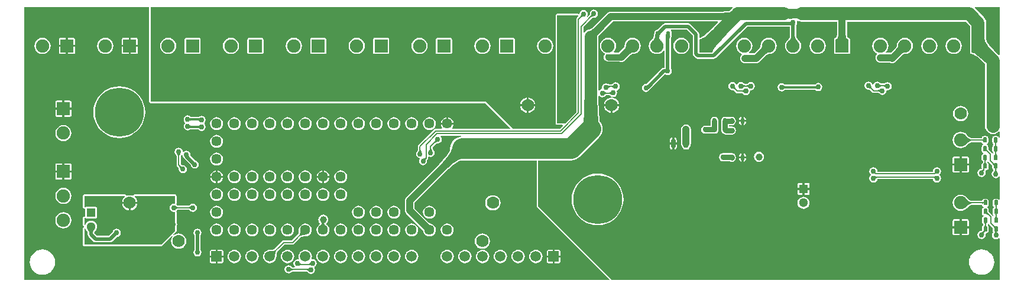
<source format=gbl>
G04 Layer_Physical_Order=2*
G04 Layer_Color=16750950*
%FSLAX25Y25*%
%MOIN*%
G70*
G01*
G75*
G04:AMPARAMS|DCode=14|XSize=30mil|YSize=22mil|CornerRadius=5.5mil|HoleSize=0mil|Usage=FLASHONLY|Rotation=270.000|XOffset=0mil|YOffset=0mil|HoleType=Round|Shape=RoundedRectangle|*
%AMROUNDEDRECTD14*
21,1,0.03000,0.01100,0,0,270.0*
21,1,0.01900,0.02200,0,0,270.0*
1,1,0.01100,-0.00550,-0.00950*
1,1,0.01100,-0.00550,0.00950*
1,1,0.01100,0.00550,0.00950*
1,1,0.01100,0.00550,-0.00950*
%
%ADD14ROUNDEDRECTD14*%
G04:AMPARAMS|DCode=18|XSize=50mil|YSize=24mil|CornerRadius=6mil|HoleSize=0mil|Usage=FLASHONLY|Rotation=90.000|XOffset=0mil|YOffset=0mil|HoleType=Round|Shape=RoundedRectangle|*
%AMROUNDEDRECTD18*
21,1,0.05000,0.01200,0,0,90.0*
21,1,0.03800,0.02400,0,0,90.0*
1,1,0.01200,0.00600,0.01900*
1,1,0.01200,0.00600,-0.01900*
1,1,0.01200,-0.00600,-0.01900*
1,1,0.01200,-0.00600,0.01900*
%
%ADD18ROUNDEDRECTD18*%
%ADD32C,0.02953*%
%ADD34C,0.01968*%
%ADD35C,0.03937*%
%ADD37C,0.01181*%
%ADD40C,0.00787*%
%ADD42C,0.07480*%
%ADD45C,0.07000*%
%ADD46R,0.05905X0.05905*%
%ADD47C,0.05905*%
%ADD48C,0.05700*%
%ADD49C,0.07480*%
%ADD50R,0.07480X0.07480*%
%ADD51C,0.05118*%
%ADD52R,0.05118X0.05118*%
%ADD53R,0.07480X0.07480*%
%ADD54C,0.27559*%
%ADD55C,0.02953*%
%ADD56C,0.02756*%
%ADD57C,0.03937*%
%ADD58C,0.07087*%
%ADD59C,0.05118*%
%ADD60C,0.11811*%
%ADD61C,0.03543*%
G36*
X532624Y82904D02*
X533772Y81903D01*
X534112Y81659D01*
X534430Y81458D01*
X534728Y81303D01*
X535003Y81191D01*
X535258Y81125D01*
X535491Y81102D01*
Y80315D01*
X535258Y80293D01*
X535003Y80226D01*
X534728Y80115D01*
X534430Y79959D01*
X534112Y79759D01*
X533772Y79514D01*
X533028Y78891D01*
X532624Y78513D01*
X532198Y78091D01*
X532198Y83327D01*
X532624Y82904D01*
D02*
G37*
G36*
X549610Y77910D02*
X549622Y77764D01*
X549641Y77636D01*
X549668Y77525D01*
X549703Y77430D01*
X549746Y77353D01*
X549796Y77293D01*
X549854Y77250D01*
X549920Y77224D01*
X549993Y77216D01*
X548432Y77216D01*
X548505Y77224D01*
X548571Y77250D01*
X548629Y77293D01*
X548680Y77353D01*
X548722Y77430D01*
X548757Y77524D01*
X548784Y77636D01*
X548803Y77764D01*
X548815Y77910D01*
X548819Y78073D01*
X549606D01*
X549610Y77910D01*
D02*
G37*
G36*
X231109Y75707D02*
X231128Y75581D01*
X231160Y75456D01*
X231205Y75331D01*
X231262Y75205D01*
X231333Y75080D01*
X231416Y74954D01*
X231512Y74829D01*
X231621Y74703D01*
X231742Y74578D01*
X229675D01*
X229797Y74703D01*
X229906Y74829D01*
X230001Y74954D01*
X230085Y75080D01*
X230155Y75205D01*
X230213Y75331D01*
X230257Y75456D01*
X230289Y75581D01*
X230309Y75707D01*
X230315Y75832D01*
X231102D01*
X231109Y75707D01*
D02*
G37*
G36*
X544164Y33996D02*
X544098Y33970D01*
X544040Y33927D01*
X543990Y33867D01*
X543948Y33790D01*
X543913Y33696D01*
X543886Y33584D01*
X543866Y33456D01*
X543855Y33310D01*
X543851Y33147D01*
X543063D01*
X543059Y33310D01*
X543048Y33456D01*
X543028Y33584D01*
X543001Y33696D01*
X542967Y33790D01*
X542924Y33867D01*
X542874Y33927D01*
X542816Y33970D01*
X542750Y33996D01*
X542676Y34004D01*
X544238D01*
X544164Y33996D01*
D02*
G37*
G36*
X234631Y79626D02*
X234456Y79623D01*
X234291Y79612D01*
X234134Y79591D01*
X233987Y79561D01*
X233848Y79522D01*
X233719Y79474D01*
X233598Y79417D01*
X233487Y79351D01*
X233385Y79276D01*
X233292Y79191D01*
X232735Y79748D01*
X232819Y79842D01*
X232894Y79944D01*
X232960Y80055D01*
X233017Y80176D01*
X233065Y80305D01*
X233104Y80443D01*
X233134Y80591D01*
X233155Y80747D01*
X233167Y80913D01*
X233169Y81088D01*
X234631Y79626D01*
D02*
G37*
G36*
X549920Y79272D02*
X549854Y79246D01*
X549796Y79203D01*
X549746Y79143D01*
X549703Y79066D01*
X549668Y78971D01*
X549641Y78860D01*
X549622Y78731D01*
X549610Y78586D01*
X549606Y78423D01*
X548819D01*
X548815Y78586D01*
X548803Y78731D01*
X548784Y78860D01*
X548757Y78971D01*
X548722Y79066D01*
X548680Y79143D01*
X548629Y79203D01*
X548571Y79246D01*
X548505Y79272D01*
X548432Y79280D01*
X549993D01*
X549920Y79272D01*
D02*
G37*
G36*
X225105Y75116D02*
X225124Y74991D01*
X225156Y74865D01*
X225201Y74740D01*
X225258Y74615D01*
X225329Y74489D01*
X225412Y74364D01*
X225508Y74238D01*
X225617Y74113D01*
X225738Y73987D01*
X223671D01*
X223793Y74113D01*
X223902Y74238D01*
X223997Y74364D01*
X224081Y74489D01*
X224151Y74615D01*
X224209Y74740D01*
X224253Y74865D01*
X224285Y74991D01*
X224305Y75116D01*
X224311Y75242D01*
X225098D01*
X225105Y75116D01*
D02*
G37*
G36*
X72032Y155855D02*
Y102362D01*
X72093Y102055D01*
X72267Y101795D01*
X72527Y101620D01*
X72835Y101559D01*
X261478Y101559D01*
X275446Y87591D01*
X275255Y87129D01*
X243012D01*
X242766Y87629D01*
X243177Y88166D01*
X243544Y89051D01*
X243591Y89409D01*
X240000D01*
X236409D01*
X236456Y89051D01*
X236823Y88166D01*
X237234Y87629D01*
X236988Y87129D01*
X233483D01*
X233022Y87038D01*
X232632Y86777D01*
X232632Y86777D01*
X223853Y77998D01*
X223592Y77608D01*
X223500Y77147D01*
X223500Y77147D01*
Y75169D01*
X223498Y75151D01*
X223485Y75100D01*
X223464Y75043D01*
X223435Y74979D01*
X223395Y74908D01*
X223343Y74830D01*
X223279Y74746D01*
X223201Y74656D01*
X223188Y74642D01*
X223073Y74565D01*
X222572Y73816D01*
X222397Y72933D01*
X222572Y72050D01*
X223073Y71301D01*
X223821Y70801D01*
X224266Y70712D01*
X224497Y70157D01*
X224246Y69781D01*
X224070Y68898D01*
X224246Y68014D01*
X224746Y67265D01*
X225495Y66765D01*
X226378Y66589D01*
X227261Y66765D01*
X228010Y67265D01*
X228510Y68014D01*
X228686Y68898D01*
X228659Y69033D01*
X228659Y69052D01*
X228668Y69171D01*
X228682Y69276D01*
X228700Y69368D01*
X228723Y69446D01*
X228747Y69512D01*
X228773Y69567D01*
X228800Y69613D01*
X228810Y69627D01*
X228903Y69719D01*
X228903Y69719D01*
X229164Y70110D01*
X229255Y70571D01*
Y71242D01*
X229696Y71477D01*
X229825Y71391D01*
X230709Y71215D01*
X231592Y71391D01*
X232341Y71891D01*
X232841Y72640D01*
X233017Y73524D01*
X232841Y74407D01*
X232341Y75156D01*
X232226Y75233D01*
X232212Y75246D01*
X232135Y75336D01*
X232070Y75420D01*
X232018Y75499D01*
X231978Y75570D01*
X231949Y75634D01*
X231929Y75691D01*
X231916Y75742D01*
X231913Y75759D01*
Y76667D01*
X233916Y78670D01*
X233931Y78681D01*
X233976Y78707D01*
X234031Y78733D01*
X234097Y78758D01*
X234175Y78780D01*
X234267Y78799D01*
X234372Y78812D01*
X234491Y78821D01*
X234510Y78821D01*
X234646Y78794D01*
X235529Y78970D01*
X236278Y79470D01*
X236778Y80219D01*
X236954Y81102D01*
X236778Y81986D01*
X236337Y82646D01*
X236493Y83146D01*
X247757D01*
X247782Y82646D01*
X247113Y82580D01*
X245851Y82198D01*
X244689Y81576D01*
X243670Y80740D01*
X242833Y79721D01*
X242212Y78558D01*
X241829Y77296D01*
X241700Y75984D01*
X241705Y75933D01*
X241652Y75481D01*
X241455Y74835D01*
X241104Y74059D01*
X240592Y73166D01*
X239934Y72185D01*
X235629Y67138D01*
X234732Y66222D01*
X216932Y48422D01*
X216490Y47846D01*
X216213Y47176D01*
X216118Y46457D01*
Y41102D01*
X216213Y40383D01*
X216490Y39713D01*
X216932Y39137D01*
X226315Y29754D01*
X226372Y29694D01*
X226456Y29050D01*
X226823Y28166D01*
X227406Y27406D01*
X228166Y26823D01*
X229050Y26456D01*
X230000Y26331D01*
X230949Y26456D01*
X231834Y26823D01*
X232594Y27406D01*
X233177Y28166D01*
X233544Y29050D01*
X233669Y30000D01*
X233544Y30950D01*
X233177Y31834D01*
X232594Y32594D01*
X231834Y33177D01*
X230949Y33544D01*
X230324Y33626D01*
X229682Y34249D01*
X221677Y42254D01*
Y45305D01*
X238366Y61994D01*
X240990Y64506D01*
X243506Y66652D01*
X244605Y67479D01*
X245607Y68151D01*
X246500Y68663D01*
X247276Y69015D01*
X247922Y69212D01*
X248373Y69264D01*
X248425Y69259D01*
X290536D01*
X290536Y43307D01*
X290536Y43307D01*
X290597Y43000D01*
X290771Y42739D01*
X331423Y2088D01*
X331231Y1626D01*
X1626D01*
Y155855D01*
X71532D01*
X72032Y155855D01*
D02*
G37*
G36*
X549855Y37556D02*
X549866Y37410D01*
X549886Y37281D01*
X549913Y37170D01*
X549948Y37076D01*
X549990Y36999D01*
X550040Y36938D01*
X550098Y36895D01*
X550164Y36870D01*
X550238Y36861D01*
X548676D01*
X548750Y36870D01*
X548816Y36895D01*
X548874Y36938D01*
X548924Y36999D01*
X548967Y37076D01*
X549001Y37170D01*
X549028Y37281D01*
X549048Y37410D01*
X549059Y37556D01*
X549063Y37719D01*
X549851D01*
X549855Y37556D01*
D02*
G37*
G36*
X550164Y38917D02*
X550098Y38892D01*
X550040Y38849D01*
X549990Y38789D01*
X549948Y38711D01*
X549913Y38617D01*
X549886Y38506D01*
X549866Y38377D01*
X549855Y38231D01*
X549851Y38068D01*
X549063D01*
X549059Y38231D01*
X549048Y38377D01*
X549028Y38506D01*
X549001Y38617D01*
X548967Y38711D01*
X548924Y38789D01*
X548874Y38849D01*
X548816Y38892D01*
X548750Y38917D01*
X548676Y38926D01*
X550238D01*
X550164Y38917D01*
D02*
G37*
G36*
X544274Y75724D02*
X544267Y75639D01*
X544278Y75546D01*
X544307Y75446D01*
X544355Y75338D01*
X544421Y75223D01*
X544505Y75101D01*
X544608Y74971D01*
X544729Y74834D01*
X544868Y74689D01*
X544614Y73830D01*
X544452Y73986D01*
X544168Y74226D01*
X544047Y74309D01*
X543938Y74369D01*
X543844Y74404D01*
X543762Y74414D01*
X543694Y74401D01*
X543639Y74363D01*
X543598Y74301D01*
X544299Y75802D01*
X544274Y75724D01*
D02*
G37*
G36*
X549967Y74379D02*
X549901Y74351D01*
X549843Y74305D01*
X549793Y74242D01*
X549751Y74162D01*
X549716Y74064D01*
X549688Y73949D01*
X549669Y73817D01*
X549658Y73668D01*
X549654Y73501D01*
X548866D01*
X548862Y73663D01*
X548851Y73807D01*
X548831Y73934D01*
X548804Y74043D01*
X548769Y74136D01*
X548725Y74211D01*
X548674Y74269D01*
X548616Y74309D01*
X548549Y74332D01*
X548475Y74338D01*
X550041Y74390D01*
X549967Y74379D01*
D02*
G37*
G36*
X549658Y72989D02*
X549669Y72843D01*
X549688Y72715D01*
X549716Y72603D01*
X549751Y72509D01*
X549793Y72432D01*
X549843Y72372D01*
X549901Y72329D01*
X549967Y72303D01*
X550041Y72294D01*
X548479D01*
X548553Y72303D01*
X548619Y72329D01*
X548677Y72372D01*
X548727Y72432D01*
X548770Y72509D01*
X548804Y72603D01*
X548832Y72715D01*
X548851Y72843D01*
X548862Y72989D01*
X548866Y73152D01*
X549654D01*
X549658Y72989D01*
D02*
G37*
G36*
X551524Y128764D02*
X551050Y128603D01*
X550942Y128745D01*
X548226Y131461D01*
X547079Y132660D01*
X545629Y134364D01*
X545075Y135103D01*
X544628Y135775D01*
X544290Y136369D01*
X544063Y136876D01*
X543940Y137284D01*
X543937Y137310D01*
Y146850D01*
X543937Y146850D01*
X543781Y148032D01*
X543325Y149134D01*
X542599Y150080D01*
X537406Y155272D01*
X537264Y155381D01*
X537425Y155855D01*
X551524D01*
Y128764D01*
D02*
G37*
G36*
X332656Y106217D02*
X332510Y106326D01*
X332226Y106510D01*
X332089Y106585D01*
X331954Y106648D01*
X331822Y106700D01*
X331694Y106740D01*
X331568Y106768D01*
X331444Y106786D01*
X331324Y106791D01*
X331214Y107579D01*
X331343Y107586D01*
X331470Y107606D01*
X331593Y107641D01*
X331714Y107689D01*
X331832Y107750D01*
X331947Y107826D01*
X332060Y107915D01*
X332169Y108018D01*
X332276Y108135D01*
X332380Y108266D01*
X332656Y106217D01*
D02*
G37*
G36*
X330268Y111727D02*
X330912Y111513D01*
X331050Y111479D01*
X331300Y111433D01*
X331411Y111421D01*
X331514Y111417D01*
X331877Y110630D01*
X331742Y110623D01*
X331616Y110601D01*
X331498Y110565D01*
X331388Y110514D01*
X331287Y110449D01*
X331194Y110370D01*
X331110Y110276D01*
X331034Y110168D01*
X330966Y110045D01*
X330907Y109908D01*
X330085Y111800D01*
X330268Y111727D01*
D02*
G37*
G36*
X333985Y109990D02*
X333859Y110112D01*
X333734Y110221D01*
X333609Y110317D01*
X333483Y110400D01*
X333358Y110470D01*
X333232Y110528D01*
X333107Y110572D01*
X332981Y110604D01*
X332856Y110624D01*
X332731Y110630D01*
Y111417D01*
X332856Y111424D01*
X332981Y111443D01*
X333107Y111475D01*
X333232Y111520D01*
X333358Y111577D01*
X333483Y111648D01*
X333609Y111731D01*
X333734Y111827D01*
X333859Y111935D01*
X333985Y112057D01*
Y109990D01*
D02*
G37*
G36*
X549857Y29199D02*
X549875Y29083D01*
X550238D01*
X550164Y29075D01*
X550098Y29049D01*
X550040Y29006D01*
X549990Y28946D01*
X549948Y28869D01*
X549942Y28854D01*
X549953Y28823D01*
X550011Y28697D01*
X550081Y28572D01*
X550164Y28447D01*
X550260Y28321D01*
X550369Y28196D01*
X550491Y28070D01*
X548423D01*
X548545Y28196D01*
X548654Y28321D01*
X548750Y28447D01*
X548833Y28572D01*
X548903Y28697D01*
X548961Y28823D01*
X548972Y28854D01*
X548967Y28869D01*
X548924Y28946D01*
X548874Y29006D01*
X548816Y29049D01*
X548750Y29075D01*
X548676Y29083D01*
X549039D01*
X549057Y29199D01*
X549063Y29325D01*
X549851D01*
X549857Y29199D01*
D02*
G37*
G36*
X543713Y29025D02*
X543640Y29056D01*
X543553Y29062D01*
X543454Y29044D01*
X543341Y29002D01*
X543215Y28936D01*
X543076Y28845D01*
X542923Y28731D01*
X542842Y28663D01*
X542830Y28647D01*
X542770Y28536D01*
X542725Y28419D01*
X542693Y28297D01*
X542676Y28168D01*
X542673Y28034D01*
X542685Y27893D01*
X542710Y27746D01*
X542750Y27594D01*
X540937Y28586D01*
X541121Y28641D01*
X541603Y28818D01*
X541742Y28882D01*
X541985Y29017D01*
X542090Y29088D01*
X542106Y29100D01*
X542250Y29270D01*
X542339Y29397D01*
X542404Y29511D01*
X542445Y29612D01*
X542462Y29700D01*
X542455Y29775D01*
X542425Y29837D01*
X542371Y29886D01*
X543713Y29025D01*
D02*
G37*
G36*
X229972Y32850D02*
X227150Y30029D01*
X227138Y30048D01*
X227102Y30090D01*
X226848Y30359D01*
X225942Y31275D01*
X228726Y34058D01*
X229972Y32850D01*
D02*
G37*
G36*
X328640Y108097D02*
X328766Y107988D01*
X328891Y107892D01*
X329017Y107809D01*
X329142Y107739D01*
X329268Y107681D01*
X329393Y107636D01*
X329519Y107604D01*
X329644Y107585D01*
X329769Y107579D01*
Y106791D01*
X329644Y106785D01*
X329519Y106766D01*
X329393Y106734D01*
X329268Y106689D01*
X329142Y106631D01*
X329017Y106561D01*
X328891Y106478D01*
X328766Y106382D01*
X328640Y106273D01*
X328515Y106152D01*
Y108219D01*
X328640Y108097D01*
D02*
G37*
G36*
X542126Y79921D02*
X542118Y79996D01*
X542094Y80063D01*
X542054Y80122D01*
X541998Y80173D01*
X541926Y80216D01*
X541838Y80252D01*
X541734Y80279D01*
X541614Y80299D01*
X541478Y80311D01*
X541327Y80315D01*
Y81102D01*
X541478Y81106D01*
X541614Y81118D01*
X541734Y81138D01*
X541838Y81165D01*
X541926Y81201D01*
X541998Y81244D01*
X542054Y81295D01*
X542094Y81354D01*
X542118Y81421D01*
X542126Y81496D01*
Y79921D01*
D02*
G37*
G36*
X365305Y120739D02*
X363238D01*
X363247Y120757D01*
X363256Y120792D01*
X363263Y120844D01*
X363275Y120996D01*
X363287Y121503D01*
X363287Y121671D01*
X365256D01*
X365305Y120739D01*
D02*
G37*
G36*
X543150Y137121D02*
X543309Y136594D01*
X543573Y136005D01*
X543944Y135354D01*
X544420Y134639D01*
X545001Y133863D01*
X546483Y132122D01*
X548387Y130131D01*
X543097Y124842D01*
X542071Y125847D01*
X539366Y128227D01*
X538589Y128809D01*
X537875Y129285D01*
X537223Y129655D01*
X536634Y129920D01*
X536107Y130078D01*
X535643Y130131D01*
X543097Y137585D01*
X543150Y137121D01*
D02*
G37*
G36*
X548496Y32406D02*
X548788Y32158D01*
X548916Y32068D01*
X549033Y32000D01*
X549138Y31955D01*
X549232Y31932D01*
X549314Y31931D01*
X549385Y31953D01*
X549443Y31998D01*
X548371Y30868D01*
X548413Y30929D01*
X548433Y31002D01*
X548431Y31086D01*
X548407Y31180D01*
X548361Y31286D01*
X548293Y31403D01*
X548203Y31531D01*
X548091Y31670D01*
X547802Y31982D01*
X548333Y32564D01*
X548496Y32406D01*
D02*
G37*
G36*
X543855Y32635D02*
X543866Y32489D01*
X543886Y32360D01*
X543913Y32249D01*
X543948Y32154D01*
X543990Y32077D01*
X544040Y32017D01*
X544098Y31974D01*
X544164Y31949D01*
X544238Y31940D01*
X542676D01*
X542750Y31949D01*
X542816Y31974D01*
X542874Y32017D01*
X542924Y32077D01*
X542967Y32154D01*
X543001Y32249D01*
X543028Y32360D01*
X543048Y32489D01*
X543059Y32635D01*
X543063Y32798D01*
X543851D01*
X543855Y32635D01*
D02*
G37*
G36*
X354719Y110808D02*
X353465Y109763D01*
X352568Y111625D01*
X352600Y111622D01*
X352642Y111632D01*
X352693Y111656D01*
X352754Y111693D01*
X352825Y111743D01*
X352996Y111885D01*
X353205Y112080D01*
X353325Y112197D01*
X354719Y110808D01*
D02*
G37*
G36*
X544518Y40291D02*
X544511Y40206D01*
X544522Y40113D01*
X544551Y40013D01*
X544599Y39905D01*
X544665Y39790D01*
X544749Y39668D01*
X544852Y39538D01*
X544973Y39400D01*
X545112Y39256D01*
X544858Y38397D01*
X544696Y38553D01*
X544413Y38793D01*
X544291Y38876D01*
X544183Y38936D01*
X544088Y38971D01*
X544006Y38981D01*
X543938Y38968D01*
X543883Y38930D01*
X543842Y38868D01*
X544544Y40369D01*
X544518Y40291D01*
D02*
G37*
G36*
X548021Y67746D02*
X548305Y67506D01*
X548426Y67422D01*
X548534Y67363D01*
X548629Y67328D01*
X548711Y67318D01*
X548779Y67331D01*
X548834Y67369D01*
X548875Y67431D01*
X548174Y65930D01*
X548199Y66008D01*
X548206Y66093D01*
X548195Y66186D01*
X548166Y66286D01*
X548118Y66394D01*
X548052Y66509D01*
X547968Y66631D01*
X547865Y66761D01*
X547744Y66899D01*
X547605Y67043D01*
X547859Y67902D01*
X548021Y67746D01*
D02*
G37*
G36*
X434307Y145993D02*
X436073D01*
X436063Y145975D01*
X436055Y145940D01*
X436048Y145889D01*
X436036Y145736D01*
X436024Y145229D01*
X436024Y145061D01*
X434055D01*
X434023Y145672D01*
X432770Y145547D01*
X432754Y147516D01*
X432921Y147517D01*
X433427Y147549D01*
X433512Y147563D01*
X433581Y147580D01*
X433634Y147600D01*
X433671Y147622D01*
X433690Y147647D01*
X434307Y145993D01*
D02*
G37*
G36*
X532624Y47471D02*
X533772Y46470D01*
X534112Y46225D01*
X534430Y46025D01*
X534728Y45869D01*
X535003Y45758D01*
X535258Y45691D01*
X535491Y45669D01*
X535491Y44882D01*
X535258Y44859D01*
X535003Y44793D01*
X534727Y44682D01*
X534430Y44526D01*
X534112Y44326D01*
X533772Y44081D01*
X533028Y43458D01*
X532624Y43080D01*
X532198Y42657D01*
X532199Y47894D01*
X532624Y47471D01*
D02*
G37*
G36*
X542929Y63824D02*
X542848Y63734D01*
X542781Y63639D01*
X542728Y63538D01*
X542689Y63433D01*
X542662Y63321D01*
X542650Y63205D01*
X542651Y63083D01*
X542665Y62955D01*
X542693Y62823D01*
X542735Y62685D01*
X540991Y63639D01*
X541155Y63683D01*
X541460Y63783D01*
X541601Y63840D01*
X541856Y63967D01*
X541971Y64038D01*
X542078Y64113D01*
X542177Y64192D01*
X542267Y64276D01*
X542929Y63824D01*
D02*
G37*
G36*
X394843Y137585D02*
X393838Y136559D01*
X391458Y133854D01*
X390876Y133077D01*
X390400Y132363D01*
X390030Y131711D01*
X389765Y131122D01*
X389607Y130595D01*
X389554Y130131D01*
X382100Y137585D01*
X382564Y137638D01*
X383090Y137797D01*
X383680Y138061D01*
X384331Y138432D01*
X385046Y138908D01*
X385822Y139490D01*
X387563Y140971D01*
X389554Y142875D01*
X394843Y137585D01*
D02*
G37*
G36*
X314037Y150681D02*
X313125Y149769D01*
X312864Y149379D01*
X312773Y148918D01*
X312773Y148918D01*
Y96438D01*
X306492Y90158D01*
X301969D01*
Y151181D01*
X313830D01*
X314037Y150681D01*
D02*
G37*
G36*
X550164Y43867D02*
X550098Y43839D01*
X550040Y43793D01*
X549990Y43730D01*
X549948Y43650D01*
X549913Y43552D01*
X549886Y43437D01*
X549866Y43305D01*
X549855Y43156D01*
X549851Y42990D01*
X549063D01*
X549059Y43151D01*
X549048Y43295D01*
X549028Y43422D01*
X549001Y43531D01*
X548966Y43624D01*
X548922Y43699D01*
X548872Y43757D01*
X548813Y43797D01*
X548746Y43820D01*
X548672Y43826D01*
X550238Y43879D01*
X550164Y43867D01*
D02*
G37*
G36*
X464585Y140774D02*
X464637Y140105D01*
X464725Y139515D01*
X464848Y139003D01*
X465007Y138570D01*
X465200Y138215D01*
X465429Y137940D01*
X465693Y137743D01*
X465991Y137625D01*
X466326Y137585D01*
X458871D01*
X459205Y137625D01*
X459505Y137743D01*
X459768Y137940D01*
X459997Y138215D01*
X460190Y138570D01*
X460349Y139003D01*
X460472Y139515D01*
X460560Y140105D01*
X460612Y140774D01*
X460630Y141522D01*
X464567D01*
X464585Y140774D01*
D02*
G37*
G36*
X438582Y147632D02*
X439764Y147477D01*
X459819D01*
Y141177D01*
X459810Y140815D01*
X459761Y140196D01*
X459683Y139668D01*
X459579Y139235D01*
X459457Y138902D01*
X459329Y138668D01*
X459211Y138526D01*
X459110Y138450D01*
X459008Y138410D01*
X458934Y138401D01*
X458858D01*
X458551Y138340D01*
X458291Y138166D01*
X458117Y137906D01*
X458055Y137598D01*
Y130118D01*
X458117Y129811D01*
X458291Y129550D01*
X458551Y129376D01*
X458858Y129315D01*
X466339D01*
X466646Y129376D01*
X466906Y129550D01*
X467080Y129811D01*
X467141Y130118D01*
Y137598D01*
X467080Y137906D01*
X466906Y138166D01*
X466646Y138340D01*
X466339Y138401D01*
X466262D01*
X466189Y138410D01*
X466087Y138450D01*
X465986Y138526D01*
X465868Y138668D01*
X465740Y138902D01*
X465618Y139235D01*
X465514Y139668D01*
X465436Y140196D01*
X465387Y140815D01*
X465378Y141177D01*
Y147477D01*
X532285D01*
X534803Y144959D01*
Y133858D01*
X534827Y133679D01*
Y130118D01*
X534888Y129811D01*
X535062Y129550D01*
X535323Y129376D01*
X535630Y129315D01*
X535711D01*
X535945Y129289D01*
X536352Y129166D01*
X536860Y128938D01*
X537453Y128601D01*
X538125Y128153D01*
X538859Y127603D01*
X541423Y125347D01*
X543146Y123624D01*
Y88583D01*
X543302Y87401D01*
X543758Y86299D01*
X544484Y85354D01*
X545429Y84628D01*
X546531Y84172D01*
X547713Y84016D01*
X548895Y84172D01*
X549996Y84628D01*
X550942Y85354D01*
X551050Y85495D01*
X551524Y85334D01*
Y82222D01*
X551024Y82173D01*
X551022Y82181D01*
X550727Y82623D01*
X550284Y82919D01*
X549763Y83022D01*
X548663D01*
X548141Y82919D01*
X547698Y82623D01*
X547403Y82181D01*
X547299Y81659D01*
Y79759D01*
X547403Y79237D01*
X547698Y78794D01*
X548008Y78587D01*
Y77908D01*
X547699Y77701D01*
X547403Y77259D01*
X547299Y76737D01*
Y74837D01*
X547403Y74315D01*
X547699Y73873D01*
X547793Y73810D01*
X547802Y73254D01*
X547784Y73252D01*
X547239Y73401D01*
X547111Y73592D01*
X547111Y73592D01*
X545274Y75429D01*
X545224Y75485D01*
X545151Y75578D01*
X545126Y75614D01*
Y76737D01*
X545023Y77259D01*
X544727Y77701D01*
X544294Y77991D01*
X544285Y78043D01*
X544284Y78452D01*
X544294Y78505D01*
X544727Y78794D01*
X545022Y79237D01*
X545126Y79759D01*
Y81659D01*
X545022Y82181D01*
X544727Y82623D01*
X544284Y82919D01*
X543763Y83022D01*
X542663D01*
X542141Y82919D01*
X541698Y82623D01*
X541403Y82181D01*
X541350Y81913D01*
X535448D01*
X535399Y81918D01*
X535256Y81955D01*
X535065Y82032D01*
X534831Y82155D01*
X534560Y82325D01*
X534271Y82533D01*
X533171Y83492D01*
X532866Y83796D01*
X532757Y83938D01*
X531811Y84663D01*
X530709Y85120D01*
X529528Y85275D01*
X528346Y85120D01*
X527244Y84663D01*
X526298Y83938D01*
X525573Y82992D01*
X525116Y81891D01*
X524961Y80709D01*
X525116Y79527D01*
X525573Y78425D01*
X526298Y77479D01*
X527244Y76754D01*
X528346Y76298D01*
X529528Y76142D01*
X530709Y76298D01*
X531811Y76754D01*
X532757Y77479D01*
X532866Y77622D01*
X533181Y77935D01*
X533560Y78290D01*
X534265Y78880D01*
X534560Y79093D01*
X534831Y79263D01*
X535065Y79385D01*
X535256Y79462D01*
X535399Y79500D01*
X535448Y79504D01*
X541350D01*
X541403Y79237D01*
X541698Y78794D01*
X542132Y78505D01*
X542141Y78453D01*
X542141Y78043D01*
X542132Y77991D01*
X541699Y77701D01*
X541403Y77259D01*
X541299Y76737D01*
Y74837D01*
X541403Y74315D01*
X541699Y73873D01*
X542141Y73577D01*
X542144Y73577D01*
X542181Y73153D01*
X542168Y73062D01*
X541746Y72780D01*
X541450Y72338D01*
X541346Y71816D01*
Y69916D01*
X541450Y69394D01*
X541746Y68952D01*
X542056Y68745D01*
Y68066D01*
X541746Y67859D01*
X541450Y67417D01*
X541346Y66895D01*
Y64995D01*
X541416Y64645D01*
X541270Y64572D01*
X541184Y64537D01*
X540928Y64453D01*
X540787Y64416D01*
X540777Y64411D01*
X540765Y64410D01*
X540730Y64392D01*
X540455Y64337D01*
X539707Y63837D01*
X539206Y63088D01*
X539031Y62205D01*
X539206Y61321D01*
X539707Y60573D01*
X540455Y60072D01*
X541339Y59897D01*
X542222Y60072D01*
X542971Y60573D01*
X543471Y61321D01*
X543647Y62205D01*
X543471Y63088D01*
X543502Y63251D01*
X543564Y63344D01*
X543591Y63371D01*
X543608Y63410D01*
X543756Y63631D01*
X543810D01*
X544332Y63735D01*
X544774Y64030D01*
X545070Y64473D01*
X545174Y64995D01*
Y66895D01*
X545070Y67417D01*
X544774Y67859D01*
X544703Y67906D01*
X544696Y68457D01*
X544739Y68459D01*
X545270Y68301D01*
X545408Y68094D01*
X547199Y66303D01*
X547248Y66246D01*
X547321Y66154D01*
X547346Y66118D01*
Y64995D01*
X547450Y64473D01*
X547746Y64030D01*
X547865Y63951D01*
X547846Y63394D01*
X547834Y63379D01*
X547756Y63289D01*
X547743Y63276D01*
X547628Y63199D01*
X547128Y62450D01*
X546952Y61567D01*
X547128Y60684D01*
X547628Y59935D01*
X548377Y59434D01*
X549260Y59259D01*
X550143Y59434D01*
X550892Y59935D01*
X551024Y60132D01*
X551524Y59980D01*
Y47192D01*
X551024Y47040D01*
X550924Y47190D01*
X550481Y47485D01*
X549960Y47589D01*
X548860D01*
X548338Y47485D01*
X547895Y47190D01*
X547600Y46747D01*
X547496Y46225D01*
Y44325D01*
X547600Y43804D01*
X547895Y43361D01*
X548253Y43122D01*
Y42476D01*
X547943Y42268D01*
X547647Y41826D01*
X547543Y41304D01*
Y39404D01*
X547647Y38882D01*
X547943Y38440D01*
X548014Y38392D01*
X548022Y37842D01*
X547977Y37839D01*
X547447Y37998D01*
X547308Y38206D01*
X545518Y39996D01*
X545469Y40052D01*
X545396Y40145D01*
X545371Y40181D01*
Y41304D01*
X545267Y41826D01*
X544971Y42268D01*
X544529Y42564D01*
X544526Y42565D01*
X544488Y42988D01*
X544502Y43079D01*
X544924Y43361D01*
X545219Y43804D01*
X545323Y44325D01*
Y46225D01*
X545219Y46747D01*
X544924Y47190D01*
X544481Y47485D01*
X543960Y47589D01*
X542860D01*
X542338Y47485D01*
X541895Y47190D01*
X541600Y46747D01*
X541547Y46480D01*
X535448D01*
X535399Y46484D01*
X535256Y46522D01*
X535065Y46599D01*
X534831Y46722D01*
X534560Y46891D01*
X534271Y47100D01*
X533171Y48059D01*
X532866Y48363D01*
X532757Y48505D01*
X531811Y49231D01*
X530709Y49687D01*
X529528Y49842D01*
X528346Y49687D01*
X527244Y49231D01*
X526298Y48505D01*
X525573Y47559D01*
X525116Y46458D01*
X524961Y45276D01*
X525116Y44094D01*
X525573Y42992D01*
X526298Y42047D01*
X527244Y41321D01*
X528346Y40865D01*
X529528Y40709D01*
X530709Y40865D01*
X531811Y41321D01*
X532757Y42047D01*
X532865Y42189D01*
X533181Y42502D01*
X533560Y42857D01*
X534265Y43446D01*
X534560Y43659D01*
X534831Y43829D01*
X535065Y43952D01*
X535256Y44029D01*
X535399Y44066D01*
X535448Y44071D01*
X541547D01*
X541600Y43804D01*
X541895Y43361D01*
X542338Y43066D01*
X542341Y43065D01*
X542378Y42641D01*
X542365Y42550D01*
X541943Y42268D01*
X541647Y41826D01*
X541543Y41304D01*
Y39404D01*
X541647Y38882D01*
X541943Y38440D01*
X542376Y38151D01*
X542385Y38098D01*
Y37689D01*
X542376Y37637D01*
X541943Y37347D01*
X541647Y36905D01*
X541543Y36383D01*
Y34483D01*
X541647Y33961D01*
X541943Y33519D01*
X542253Y33312D01*
Y32633D01*
X541943Y32426D01*
X541647Y31983D01*
X541543Y31462D01*
Y29690D01*
X541379Y29599D01*
X541296Y29561D01*
X540868Y29403D01*
X540709Y29356D01*
X540686Y29344D01*
X540454Y29298D01*
X539705Y28797D01*
X539205Y28049D01*
X539029Y27165D01*
X539205Y26282D01*
X539705Y25533D01*
X540454Y25033D01*
X541337Y24857D01*
X542221Y25033D01*
X542970Y25533D01*
X543470Y26282D01*
X543646Y27165D01*
X543539Y27704D01*
X543555Y27791D01*
X543624Y27915D01*
X543813Y28144D01*
X543832Y28156D01*
X543924Y28198D01*
X544007D01*
X544529Y28302D01*
X544971Y28597D01*
X545267Y29040D01*
X545371Y29562D01*
Y31462D01*
X545267Y31983D01*
X544971Y32426D01*
X544798Y32542D01*
X544730Y33090D01*
X544788Y33169D01*
X545127Y33394D01*
X545316Y33353D01*
X545426Y33300D01*
X545606Y33032D01*
X547369Y31268D01*
X547484Y31144D01*
X547543Y31071D01*
Y29562D01*
X547647Y29040D01*
X547883Y28687D01*
X547825Y28648D01*
X547325Y27899D01*
X547149Y27016D01*
X547325Y26133D01*
X547825Y25384D01*
X548574Y24884D01*
X549457Y24708D01*
X550340Y24884D01*
X551024Y25340D01*
X551524Y25203D01*
Y1626D01*
X333020D01*
X291339Y43307D01*
X291339Y69259D01*
X309842D01*
X311155Y69388D01*
X312416Y69771D01*
X313579Y70392D01*
X314598Y71229D01*
X325622Y82252D01*
X326458Y83271D01*
X327080Y84434D01*
X327462Y85696D01*
X327591Y87008D01*
X327462Y88320D01*
X327080Y89582D01*
X326458Y90744D01*
X325832Y91507D01*
X325234Y103137D01*
Y105542D01*
X325734Y105694D01*
X325829Y105553D01*
X326577Y105053D01*
X327461Y104877D01*
X328344Y105053D01*
X329093Y105553D01*
X329170Y105668D01*
X329183Y105681D01*
X329273Y105759D01*
X329358Y105824D01*
X329436Y105876D01*
X329507Y105915D01*
X329571Y105945D01*
X329628Y105965D01*
X329679Y105978D01*
X329696Y105981D01*
X331402D01*
X331422Y105978D01*
X331485Y105964D01*
X331556Y105942D01*
X331637Y105910D01*
X331726Y105868D01*
X331816Y105819D01*
X332051Y105667D01*
X332175Y105574D01*
X332241Y105543D01*
X332680Y105250D01*
X333087Y105168D01*
X333005Y104675D01*
X332677Y104718D01*
X331558Y104571D01*
X330515Y104139D01*
X329619Y103452D01*
X328932Y102556D01*
X328500Y101513D01*
X328431Y100984D01*
X332677D01*
X336924D01*
X336854Y101513D01*
X336422Y102556D01*
X335735Y103452D01*
X334839Y104139D01*
X333796Y104571D01*
X333677Y104587D01*
X333660Y105093D01*
X334446Y105250D01*
X335195Y105750D01*
X335695Y106499D01*
X335871Y107382D01*
X335695Y108265D01*
X335603Y108404D01*
X335794Y108866D01*
X335923Y108891D01*
X336671Y109392D01*
X337172Y110140D01*
X337347Y111024D01*
X337172Y111907D01*
X336671Y112656D01*
X335923Y113156D01*
X335039Y113332D01*
X334156Y113156D01*
X333407Y112656D01*
X333330Y112541D01*
X333317Y112528D01*
X333227Y112449D01*
X333142Y112385D01*
X333064Y112333D01*
X332993Y112293D01*
X332929Y112264D01*
X332872Y112244D01*
X332821Y112231D01*
X332804Y112228D01*
X331415D01*
X331414Y112228D01*
X331220Y112264D01*
X331136Y112285D01*
X330543Y112482D01*
X330525Y112489D01*
X330411Y112566D01*
X329528Y112741D01*
X328644Y112566D01*
X327895Y112065D01*
X327395Y111316D01*
X327219Y110433D01*
X327315Y109955D01*
X326946Y109391D01*
X326577Y109318D01*
X325829Y108817D01*
X325734Y108676D01*
X325234Y108828D01*
Y138909D01*
X325271Y138978D01*
X328965Y143137D01*
X333441Y147614D01*
X392471D01*
X392662Y147152D01*
X388224Y142714D01*
X387025Y141567D01*
X385321Y140117D01*
X384582Y139564D01*
X383910Y139116D01*
X383316Y138778D01*
X382809Y138551D01*
X382621Y138494D01*
X382217Y138738D01*
X382121Y138899D01*
Y140453D01*
X381984Y141144D01*
X381592Y141730D01*
X377203Y146119D01*
X376617Y146511D01*
X375926Y146648D01*
X362992D01*
X362301Y146511D01*
X361715Y146119D01*
X359220Y143624D01*
X359199Y143606D01*
X358775Y143271D01*
X358591Y143147D01*
X358408Y143039D01*
X358236Y142950D01*
X358074Y142881D01*
X357924Y142831D01*
X357750Y142788D01*
X357740Y142783D01*
X357629Y142761D01*
X357501Y142675D01*
X357484Y142667D01*
X357476Y142659D01*
X357466Y142655D01*
X357458Y142647D01*
X357187Y142465D01*
X356892Y142023D01*
X356788Y141501D01*
Y141092D01*
X356599Y140809D01*
X356461Y140118D01*
Y139437D01*
X356431Y139240D01*
X356368Y138997D01*
X356279Y138748D01*
X356160Y138492D01*
X356011Y138228D01*
X355830Y137956D01*
X355616Y137677D01*
X355368Y137392D01*
X355171Y137189D01*
X355039Y137087D01*
X354313Y136142D01*
X353857Y135040D01*
X353701Y133858D01*
X353857Y132676D01*
X354313Y131575D01*
X355039Y130629D01*
X355984Y129903D01*
X357086Y129447D01*
X358268Y129292D01*
X359450Y129447D01*
X360551Y129903D01*
X361497Y130629D01*
X361965Y131240D01*
X362465Y131070D01*
Y121491D01*
X362205D01*
X361513Y121354D01*
X360927Y120962D01*
X352436Y112471D01*
X352067Y112544D01*
X351184Y112369D01*
X350435Y111868D01*
X349935Y111119D01*
X349759Y110236D01*
X349935Y109353D01*
X350435Y108604D01*
X351184Y108104D01*
X352067Y107928D01*
X352950Y108104D01*
X353699Y108604D01*
X353858Y108842D01*
X354033Y108959D01*
X362932Y117858D01*
X363388Y117553D01*
X364272Y117377D01*
X365155Y117553D01*
X365904Y118053D01*
X366404Y118802D01*
X366580Y119685D01*
X366404Y120568D01*
X366094Y121033D01*
X366078Y121327D01*
Y137622D01*
X366130Y138080D01*
X366166Y138268D01*
X366210Y138444D01*
X366259Y138599D01*
X366312Y138734D01*
X366368Y138848D01*
X366446Y138977D01*
X366449Y138987D01*
X366511Y139079D01*
X366546Y139256D01*
X366552Y139272D01*
X366551Y139282D01*
X366615Y139601D01*
Y141501D01*
X366511Y142023D01*
X366216Y142465D01*
X366110Y142536D01*
X366262Y143036D01*
X375178D01*
X378509Y139705D01*
Y138333D01*
X378508Y138332D01*
Y129384D01*
X378646Y128693D01*
X379038Y128107D01*
X380075Y127069D01*
X380661Y126678D01*
X381353Y126540D01*
X390301D01*
X390992Y126678D01*
X391578Y127069D01*
X409234Y144725D01*
X433233D01*
Y139437D01*
X433202Y139240D01*
X433140Y138997D01*
X433050Y138748D01*
X432932Y138492D01*
X432782Y138228D01*
X432601Y137956D01*
X432387Y137677D01*
X432140Y137393D01*
X431943Y137189D01*
X431810Y137087D01*
X431084Y136142D01*
X430628Y135040D01*
X430473Y133858D01*
X430628Y132676D01*
X431084Y131575D01*
X431810Y130629D01*
X432756Y129903D01*
X433857Y129447D01*
X435039Y129292D01*
X436221Y129447D01*
X437323Y129903D01*
X438268Y130629D01*
X438994Y131575D01*
X439450Y132676D01*
X439606Y133858D01*
X439450Y135040D01*
X438994Y136142D01*
X438268Y137087D01*
X438136Y137189D01*
X437939Y137392D01*
X437691Y137677D01*
X437477Y137956D01*
X437296Y138227D01*
X437147Y138492D01*
X437028Y138748D01*
X436939Y138997D01*
X436876Y139240D01*
X436846Y139437D01*
Y145676D01*
X437172Y146164D01*
X437348Y147047D01*
X437222Y147680D01*
X437245Y147716D01*
X437665Y148012D01*
X438582Y147632D01*
D02*
G37*
G36*
X329352Y144672D02*
X328413Y143726D01*
X324607Y139440D01*
X324459Y139162D01*
X324410Y138968D01*
X320864Y142513D01*
X321058Y142563D01*
X321336Y142711D01*
X321697Y142958D01*
X322143Y143304D01*
X323283Y144293D01*
X326568Y147456D01*
X329352Y144672D01*
D02*
G37*
G36*
X436024Y139711D02*
X436040Y139394D01*
X436089Y139078D01*
X436171Y138761D01*
X436285Y138443D01*
X436432Y138125D01*
X436612Y137807D01*
X436824Y137488D01*
X437069Y137169D01*
X437347Y136849D01*
X437657Y136529D01*
X432421Y136529D01*
X432732Y136849D01*
X433009Y137169D01*
X433254Y137488D01*
X433467Y137807D01*
X433647Y138125D01*
X433794Y138443D01*
X433908Y138761D01*
X433990Y139078D01*
X434039Y139394D01*
X434055Y139711D01*
X436024Y139711D01*
D02*
G37*
G36*
X363577Y139464D02*
X363645Y139391D01*
X365758D01*
X365663Y139233D01*
X365577Y139058D01*
X365502Y138868D01*
X365437Y138662D01*
X365382Y138439D01*
X365336Y138200D01*
X365276Y137675D01*
X365261Y137388D01*
X365256Y137085D01*
X363287Y137084D01*
X363291Y137619D01*
X363416Y139279D01*
X363462Y139408D01*
X363516Y139470D01*
X363577Y139464D01*
D02*
G37*
G36*
X361192Y141650D02*
X360956Y141406D01*
X360547Y140930D01*
X360373Y140699D01*
X360086Y140247D01*
X359973Y140027D01*
X359881Y139811D01*
X359809Y139599D01*
X359758Y139391D01*
X359662Y139232D01*
X359576Y139056D01*
X359500Y138865D01*
X359435Y138661D01*
X359513Y138443D01*
X359660Y138125D01*
X359840Y137807D01*
X360052Y137488D01*
X360298Y137169D01*
X360575Y136849D01*
X360886Y136529D01*
X355650D01*
X355960Y136849D01*
X356238Y137169D01*
X356483Y137488D01*
X356695Y137807D01*
X356875Y138125D01*
X357022Y138443D01*
X357136Y138761D01*
X357218Y139078D01*
X357267Y139394D01*
X357283Y139711D01*
X359252D01*
X359268Y139394D01*
X359269Y139391D01*
X359758D01*
X357941Y142008D01*
X358149Y142059D01*
X358361Y142131D01*
X358577Y142223D01*
X358797Y142336D01*
X359021Y142469D01*
X359249Y142622D01*
X359716Y142991D01*
X359956Y143206D01*
X360200Y143442D01*
X361192Y141650D01*
D02*
G37*
G36*
X325045Y91181D02*
X316688D01*
X316808Y91419D01*
X316916Y91879D01*
X317012Y92561D01*
X317164Y94590D01*
X317323Y103543D01*
X324409D01*
X325045Y91181D01*
D02*
G37*
G36*
X248429Y70079D02*
X247757Y70001D01*
X246992Y69767D01*
X246134Y69378D01*
X245184Y68834D01*
X244140Y68134D01*
X243004Y67279D01*
X240452Y65102D01*
X237528Y62304D01*
X234745Y65087D01*
X236222Y66596D01*
X240575Y71699D01*
X241275Y72743D01*
X241819Y73693D01*
X242208Y74551D01*
X242442Y75316D01*
X242520Y75988D01*
X248429Y70079D01*
D02*
G37*
G36*
X549855Y42477D02*
X549866Y42331D01*
X549886Y42203D01*
X549913Y42091D01*
X549948Y41997D01*
X549990Y41920D01*
X550040Y41860D01*
X550098Y41817D01*
X550164Y41791D01*
X550238Y41783D01*
X548676D01*
X548750Y41791D01*
X548816Y41817D01*
X548874Y41860D01*
X548924Y41920D01*
X548967Y41997D01*
X549001Y42091D01*
X549028Y42203D01*
X549048Y42331D01*
X549059Y42477D01*
X549063Y42640D01*
X549851D01*
X549855Y42477D01*
D02*
G37*
G36*
X228289Y70252D02*
X228205Y70159D01*
X228130Y70056D01*
X228064Y69945D01*
X228006Y69825D01*
X227958Y69695D01*
X227920Y69557D01*
X227890Y69409D01*
X227869Y69253D01*
X227857Y69087D01*
X227854Y68912D01*
X226393Y70374D01*
X226567Y70377D01*
X226733Y70389D01*
X226889Y70409D01*
X227037Y70439D01*
X227175Y70478D01*
X227305Y70526D01*
X227425Y70583D01*
X227537Y70649D01*
X227639Y70724D01*
X227732Y70809D01*
X228289Y70252D01*
D02*
G37*
G36*
X543967Y69429D02*
X543901Y69403D01*
X543843Y69360D01*
X543793Y69300D01*
X543750Y69223D01*
X543716Y69129D01*
X543688Y69017D01*
X543669Y68889D01*
X543658Y68743D01*
X543654Y68580D01*
X542866D01*
X542862Y68743D01*
X542851Y68889D01*
X542832Y69017D01*
X542804Y69129D01*
X542769Y69223D01*
X542727Y69300D01*
X542677Y69360D01*
X542619Y69403D01*
X542553Y69429D01*
X542479Y69438D01*
X544041D01*
X543967Y69429D01*
D02*
G37*
G36*
X437289Y154624D02*
X439764Y154602D01*
Y149484D01*
X437289Y149401D01*
Y149239D01*
X437166Y149285D01*
X436909Y149327D01*
X436516Y149364D01*
X436369Y149370D01*
X432470Y149239D01*
Y149463D01*
X429996Y149484D01*
Y154602D01*
X432470Y154686D01*
Y154848D01*
X432593Y154801D01*
X432851Y154760D01*
X433244Y154723D01*
X433391Y154717D01*
X437289Y154848D01*
Y154624D01*
D02*
G37*
G36*
X542323Y44488D02*
X542315Y44563D01*
X542291Y44630D01*
X542251Y44689D01*
X542195Y44740D01*
X542123Y44783D01*
X542035Y44819D01*
X541931Y44846D01*
X541811Y44866D01*
X541676Y44878D01*
X541524Y44882D01*
Y45669D01*
X541676Y45673D01*
X541811Y45685D01*
X541931Y45704D01*
X542035Y45732D01*
X542123Y45768D01*
X542195Y45811D01*
X542251Y45862D01*
X542291Y45921D01*
X542315Y45988D01*
X542323Y46063D01*
Y44488D01*
D02*
G37*
G36*
X543658Y68068D02*
X543669Y67922D01*
X543688Y67793D01*
X543716Y67682D01*
X543750Y67588D01*
X543793Y67510D01*
X543843Y67450D01*
X543901Y67407D01*
X543967Y67382D01*
X544041Y67373D01*
X542479D01*
X542553Y67382D01*
X542619Y67407D01*
X542677Y67450D01*
X542727Y67510D01*
X542769Y67588D01*
X542804Y67682D01*
X542832Y67793D01*
X542851Y67922D01*
X542862Y68068D01*
X542866Y68231D01*
X543654D01*
X543658Y68068D01*
D02*
G37*
G36*
X400924Y155381D02*
X400783Y155272D01*
X400067Y154339D01*
X399146Y153633D01*
X398965Y153571D01*
X398604Y153492D01*
X393107Y153173D01*
X332290D01*
X331571Y153079D01*
X330900Y152801D01*
X330324Y152359D01*
X325688Y147723D01*
X322742Y144886D01*
X321633Y143925D01*
X321224Y143607D01*
X320919Y143399D01*
X320786Y143327D01*
X319736Y143189D01*
X318682Y142753D01*
X317777Y142059D01*
X317256Y141379D01*
X316756Y141549D01*
Y144435D01*
X321956Y149635D01*
X321970Y149645D01*
X322015Y149672D01*
X322070Y149698D01*
X322136Y149722D01*
X322215Y149744D01*
X322306Y149763D01*
X322411Y149777D01*
X322531Y149785D01*
X322549Y149786D01*
X322685Y149759D01*
X323568Y149934D01*
X324317Y150435D01*
X324817Y151184D01*
X324993Y152067D01*
X324817Y152950D01*
X324317Y153699D01*
X323568Y154199D01*
X322685Y154375D01*
X321802Y154199D01*
X321053Y153699D01*
X320553Y152950D01*
X320377Y152067D01*
X320404Y151931D01*
X320404Y151912D01*
X320395Y151793D01*
X320381Y151688D01*
X320363Y151596D01*
X320340Y151518D01*
X320316Y151452D01*
X320290Y151397D01*
X320263Y151352D01*
X320253Y151338D01*
X319182Y150267D01*
X318793Y150585D01*
X319062Y150987D01*
X319237Y151870D01*
X319062Y152753D01*
X318561Y153502D01*
X317812Y154002D01*
X316929Y154178D01*
X316046Y154002D01*
X315297Y153502D01*
X314797Y152753D01*
X314679Y152160D01*
X314140Y151921D01*
X314137Y151923D01*
X313830Y151984D01*
X301969D01*
X301661Y151923D01*
X301401Y151749D01*
X301227Y151488D01*
X301166Y151181D01*
Y90158D01*
X301227Y89850D01*
X301401Y89590D01*
X301661Y89416D01*
X301969Y89355D01*
X305036D01*
X305227Y88893D01*
X303464Y87129D01*
X277044D01*
X261811Y102362D01*
X72835Y102362D01*
Y155855D01*
X400764Y155855D01*
X400924Y155381D01*
D02*
G37*
G36*
X399719Y147747D02*
X399517Y147876D01*
X399181Y147991D01*
X398712Y148093D01*
X398111Y148181D01*
X396507Y148317D01*
X393103Y148418D01*
X391702Y148425D01*
Y152362D01*
X393103Y152369D01*
X398712Y152694D01*
X399181Y152796D01*
X399517Y152911D01*
X399719Y153040D01*
Y147747D01*
D02*
G37*
G36*
X549967Y64508D02*
X549901Y64482D01*
X549843Y64439D01*
X549793Y64379D01*
X549751Y64302D01*
X549716Y64208D01*
X549688Y64096D01*
X549669Y63967D01*
X549658Y63822D01*
X549657Y63807D01*
X549660Y63750D01*
X549679Y63625D01*
X549711Y63499D01*
X549756Y63374D01*
X549814Y63248D01*
X549884Y63123D01*
X549967Y62997D01*
X550063Y62872D01*
X550172Y62747D01*
X550293Y62621D01*
X548226D01*
X548348Y62747D01*
X548457Y62872D01*
X548553Y62997D01*
X548636Y63123D01*
X548706Y63248D01*
X548764Y63374D01*
X548809Y63499D01*
X548841Y63625D01*
X548860Y63750D01*
X548863Y63807D01*
X548862Y63822D01*
X548851Y63967D01*
X548832Y64096D01*
X548804Y64208D01*
X548770Y64302D01*
X548727Y64379D01*
X548677Y64439D01*
X548619Y64482D01*
X548553Y64508D01*
X548479Y64516D01*
X550041D01*
X549967Y64508D01*
D02*
G37*
G36*
X322670Y150591D02*
X322496Y150588D01*
X322330Y150576D01*
X322174Y150555D01*
X322026Y150525D01*
X321887Y150486D01*
X321758Y150438D01*
X321638Y150381D01*
X321526Y150315D01*
X321424Y150240D01*
X321331Y150156D01*
X320774Y150713D01*
X320858Y150806D01*
X320933Y150908D01*
X321000Y151020D01*
X321057Y151140D01*
X321105Y151269D01*
X321144Y151408D01*
X321173Y151555D01*
X321194Y151712D01*
X321206Y151877D01*
X321209Y152052D01*
X322670Y150591D01*
D02*
G37*
G36*
X316914Y150394D02*
X316740Y150391D01*
X316574Y150379D01*
X316418Y150358D01*
X316270Y150329D01*
X316132Y150290D01*
X316002Y150242D01*
X315882Y150185D01*
X315771Y150119D01*
X315668Y150043D01*
X315575Y149959D01*
X315018Y150516D01*
X315102Y150609D01*
X315177Y150712D01*
X315244Y150823D01*
X315301Y150943D01*
X315349Y151073D01*
X315388Y151211D01*
X315418Y151358D01*
X315438Y151515D01*
X315450Y151681D01*
X315453Y151855D01*
X316914Y150394D01*
D02*
G37*
%LPC*%
G36*
X180000Y53669D02*
X179051Y53544D01*
X178166Y53177D01*
X177406Y52594D01*
X176823Y51834D01*
X176456Y50950D01*
X176331Y50000D01*
X176456Y49051D01*
X176823Y48166D01*
X177406Y47406D01*
X178166Y46823D01*
X179051Y46456D01*
X180000Y46331D01*
X180949Y46456D01*
X181834Y46823D01*
X182594Y47406D01*
X183177Y48166D01*
X183544Y49051D01*
X183669Y50000D01*
X183544Y50950D01*
X183177Y51834D01*
X182594Y52594D01*
X181834Y53177D01*
X180949Y53544D01*
X180000Y53669D01*
D02*
G37*
G36*
X120000D02*
X119051Y53544D01*
X118166Y53177D01*
X117406Y52594D01*
X116823Y51834D01*
X116456Y50950D01*
X116331Y50000D01*
X116456Y49051D01*
X116823Y48166D01*
X117406Y47406D01*
X118166Y46823D01*
X119051Y46456D01*
X120000Y46331D01*
X120949Y46456D01*
X121834Y46823D01*
X122594Y47406D01*
X123177Y48166D01*
X123544Y49051D01*
X123669Y50000D01*
X123544Y50950D01*
X123177Y51834D01*
X122594Y52594D01*
X121834Y53177D01*
X120949Y53544D01*
X120000Y53669D01*
D02*
G37*
G36*
X130000D02*
X129051Y53544D01*
X128166Y53177D01*
X127406Y52594D01*
X126823Y51834D01*
X126456Y50950D01*
X126331Y50000D01*
X126456Y49051D01*
X126823Y48166D01*
X127406Y47406D01*
X128166Y46823D01*
X129051Y46456D01*
X130000Y46331D01*
X130949Y46456D01*
X131834Y46823D01*
X132594Y47406D01*
X133177Y48166D01*
X133544Y49051D01*
X133669Y50000D01*
X133544Y50950D01*
X133177Y51834D01*
X132594Y52594D01*
X131834Y53177D01*
X130949Y53544D01*
X130000Y53669D01*
D02*
G37*
G36*
X23622Y53779D02*
X22440Y53623D01*
X21339Y53167D01*
X20393Y52441D01*
X19667Y51495D01*
X19211Y50394D01*
X19056Y49212D01*
X19211Y48030D01*
X19667Y46929D01*
X20393Y45983D01*
X21339Y45257D01*
X22440Y44801D01*
X23622Y44645D01*
X24804Y44801D01*
X25905Y45257D01*
X26851Y45983D01*
X27577Y46929D01*
X28033Y48030D01*
X28189Y49212D01*
X28033Y50394D01*
X27577Y51495D01*
X26851Y52441D01*
X25905Y53167D01*
X24804Y53623D01*
X23622Y53779D01*
D02*
G37*
G36*
X110000Y53669D02*
X109051Y53544D01*
X108166Y53177D01*
X107406Y52594D01*
X106823Y51834D01*
X106456Y50950D01*
X106331Y50000D01*
X106456Y49051D01*
X106823Y48166D01*
X107406Y47406D01*
X108166Y46823D01*
X109051Y46456D01*
X110000Y46331D01*
X110950Y46456D01*
X111834Y46823D01*
X112594Y47406D01*
X113177Y48166D01*
X113544Y49051D01*
X113669Y50000D01*
X113544Y50950D01*
X113177Y51834D01*
X112594Y52594D01*
X111834Y53177D01*
X110950Y53544D01*
X110000Y53669D01*
D02*
G37*
G36*
X160000D02*
X159051Y53544D01*
X158166Y53177D01*
X157406Y52594D01*
X156823Y51834D01*
X156456Y50950D01*
X156331Y50000D01*
X156456Y49051D01*
X156823Y48166D01*
X157406Y47406D01*
X158166Y46823D01*
X159051Y46456D01*
X160000Y46331D01*
X160950Y46456D01*
X161834Y46823D01*
X162594Y47406D01*
X163177Y48166D01*
X163544Y49051D01*
X163669Y50000D01*
X163544Y50950D01*
X163177Y51834D01*
X162594Y52594D01*
X161834Y53177D01*
X160950Y53544D01*
X160000Y53669D01*
D02*
G37*
G36*
X170000D02*
X169051Y53544D01*
X168166Y53177D01*
X167406Y52594D01*
X166823Y51834D01*
X166456Y50950D01*
X166331Y50000D01*
X166456Y49051D01*
X166823Y48166D01*
X167406Y47406D01*
X168166Y46823D01*
X169051Y46456D01*
X170000Y46331D01*
X170949Y46456D01*
X171834Y46823D01*
X172594Y47406D01*
X173177Y48166D01*
X173544Y49051D01*
X173669Y50000D01*
X173544Y50950D01*
X173177Y51834D01*
X172594Y52594D01*
X171834Y53177D01*
X170949Y53544D01*
X170000Y53669D01*
D02*
G37*
G36*
X140000D02*
X139050Y53544D01*
X138166Y53177D01*
X137406Y52594D01*
X136823Y51834D01*
X136456Y50950D01*
X136331Y50000D01*
X136456Y49051D01*
X136823Y48166D01*
X137406Y47406D01*
X138166Y46823D01*
X139050Y46456D01*
X140000Y46331D01*
X140949Y46456D01*
X141834Y46823D01*
X142594Y47406D01*
X143177Y48166D01*
X143544Y49051D01*
X143669Y50000D01*
X143544Y50950D01*
X143177Y51834D01*
X142594Y52594D01*
X141834Y53177D01*
X140949Y53544D01*
X140000Y53669D01*
D02*
G37*
G36*
X150000D02*
X149050Y53544D01*
X148166Y53177D01*
X147406Y52594D01*
X146823Y51834D01*
X146456Y50950D01*
X146331Y50000D01*
X146456Y49051D01*
X146823Y48166D01*
X147406Y47406D01*
X148166Y46823D01*
X149050Y46456D01*
X150000Y46331D01*
X150950Y46456D01*
X151834Y46823D01*
X152594Y47406D01*
X153177Y48166D01*
X153544Y49051D01*
X153669Y50000D01*
X153544Y50950D01*
X153177Y51834D01*
X152594Y52594D01*
X151834Y53177D01*
X150950Y53544D01*
X150000Y53669D01*
D02*
G37*
G36*
X28165Y62401D02*
X24213D01*
Y58449D01*
X27362D01*
X27670Y58510D01*
X27930Y58684D01*
X28104Y58945D01*
X28165Y59252D01*
Y62401D01*
D02*
G37*
G36*
X169409Y63591D02*
X169051Y63544D01*
X168166Y63177D01*
X167406Y62594D01*
X166823Y61834D01*
X166456Y60949D01*
X166409Y60590D01*
X169409D01*
Y63591D01*
D02*
G37*
G36*
X170590Y63591D02*
Y60590D01*
X173591D01*
X173544Y60949D01*
X173177Y61834D01*
X172594Y62594D01*
X171834Y63177D01*
X170949Y63544D01*
X170590Y63591D01*
D02*
G37*
G36*
X113591Y59409D02*
X110591D01*
Y56409D01*
X110950Y56456D01*
X111834Y56823D01*
X112594Y57406D01*
X113177Y58166D01*
X113544Y59051D01*
X113591Y59409D01*
D02*
G37*
G36*
X169409Y59409D02*
X166409D01*
X166456Y59051D01*
X166823Y58166D01*
X167406Y57406D01*
X168166Y56823D01*
X169051Y56456D01*
X169409Y56409D01*
Y59409D01*
D02*
G37*
G36*
X23031Y62401D02*
X19079D01*
Y59252D01*
X19140Y58945D01*
X19314Y58684D01*
X19575Y58510D01*
X19882Y58449D01*
X23031D01*
Y62401D01*
D02*
G37*
G36*
X109409Y63591D02*
X109051Y63544D01*
X108166Y63177D01*
X107406Y62594D01*
X106823Y61834D01*
X106456Y60949D01*
X106409Y60590D01*
X109409D01*
Y63591D01*
D02*
G37*
G36*
X23031Y67535D02*
X19882D01*
X19575Y67474D01*
X19314Y67300D01*
X19140Y67039D01*
X19079Y66732D01*
Y63583D01*
X23031D01*
Y67535D01*
D02*
G37*
G36*
X27362D02*
X24213D01*
Y63583D01*
X28165D01*
Y66732D01*
X28104Y67039D01*
X27930Y67300D01*
X27670Y67474D01*
X27362Y67535D01*
D02*
G37*
G36*
X110591Y63591D02*
Y60590D01*
X113591D01*
X113544Y60949D01*
X113177Y61834D01*
X112594Y62594D01*
X111834Y63177D01*
X110950Y63544D01*
X110591Y63591D01*
D02*
G37*
G36*
X120000Y63669D02*
X119051Y63544D01*
X118166Y63177D01*
X117406Y62594D01*
X116823Y61834D01*
X116456Y60949D01*
X116331Y60000D01*
X116456Y59051D01*
X116823Y58166D01*
X117406Y57406D01*
X118166Y56823D01*
X119051Y56456D01*
X120000Y56331D01*
X120949Y56456D01*
X121834Y56823D01*
X122594Y57406D01*
X123177Y58166D01*
X123544Y59051D01*
X123669Y60000D01*
X123544Y60949D01*
X123177Y61834D01*
X122594Y62594D01*
X121834Y63177D01*
X120949Y63544D01*
X120000Y63669D01*
D02*
G37*
G36*
X86614Y50015D02*
X63757D01*
X63731Y50010D01*
X63705Y50014D01*
X63578Y49980D01*
X63450Y49954D01*
X63428Y49940D01*
X63402Y49933D01*
X63298Y49853D01*
X63189Y49780D01*
X63174Y49758D01*
X63153Y49742D01*
X63088Y49629D01*
X63015Y49520D01*
X62690Y49332D01*
X62568Y49277D01*
X62143Y49453D01*
X61024Y49600D01*
X59904Y49453D01*
X59479Y49277D01*
X59357Y49332D01*
X59032Y49520D01*
X58959Y49629D01*
X58894Y49742D01*
X58873Y49758D01*
X58858Y49780D01*
X58749Y49853D01*
X58645Y49933D01*
X58620Y49940D01*
X58597Y49954D01*
X58469Y49980D01*
X58343Y50014D01*
X58316Y50010D01*
X58290Y50015D01*
X35433D01*
X35126Y49954D01*
X34865Y49780D01*
X34691Y49520D01*
X34630Y49213D01*
Y42804D01*
X34631Y42798D01*
X34630Y42792D01*
X34662Y42645D01*
X34691Y42497D01*
X34695Y42492D01*
X34696Y42485D01*
X34782Y42362D01*
X34865Y42237D01*
X34871Y42233D01*
X34874Y42228D01*
X35001Y42146D01*
X35080Y42093D01*
X35086Y42088D01*
X35089Y42087D01*
X35126Y42063D01*
X35132Y42061D01*
X35138Y42058D01*
X35195Y42035D01*
X35290Y42018D01*
X35382Y41986D01*
X35811Y41928D01*
Y37601D01*
X35382Y37542D01*
X35290Y37510D01*
X35195Y37493D01*
X35138Y37470D01*
X35132Y37467D01*
X35126Y37466D01*
X35089Y37441D01*
X35086Y37440D01*
X35080Y37435D01*
X35001Y37382D01*
X34874Y37301D01*
X34871Y37295D01*
X34865Y37292D01*
X34782Y37167D01*
X34696Y37043D01*
X34695Y37036D01*
X34691Y37031D01*
X34662Y36884D01*
X34630Y36737D01*
X34631Y36730D01*
X34630Y36724D01*
Y32857D01*
X34646Y32777D01*
X34646Y32696D01*
X34676Y32625D01*
X34691Y32549D01*
X34736Y32482D01*
X34768Y32407D01*
X34823Y32353D01*
X34865Y32289D01*
X34933Y32244D01*
X34991Y32187D01*
X35056Y32160D01*
X35064Y32139D01*
X35097Y31890D01*
X35064Y31641D01*
X35056Y31620D01*
X34991Y31594D01*
X34933Y31536D01*
X34865Y31491D01*
X34823Y31427D01*
X34768Y31373D01*
X34736Y31298D01*
X34691Y31231D01*
X34676Y31155D01*
X34646Y31084D01*
X34646Y31003D01*
X34630Y30924D01*
Y21654D01*
X34691Y21346D01*
X34865Y21086D01*
X35126Y20912D01*
X35433Y20851D01*
X78740D01*
X78740Y20851D01*
X79047Y20912D01*
X79308Y21086D01*
X79308Y21086D01*
X84871Y26649D01*
X85248Y26318D01*
X84838Y25784D01*
X84406Y24741D01*
X84258Y23622D01*
X84406Y22503D01*
X84838Y21460D01*
X85525Y20564D01*
X86421Y19877D01*
X87463Y19445D01*
X88583Y19298D01*
X89702Y19445D01*
X90745Y19877D01*
X91641Y20564D01*
X92328Y21460D01*
X92760Y22503D01*
X92907Y23622D01*
X92760Y24741D01*
X92328Y25784D01*
X91641Y26680D01*
X90745Y27367D01*
X89702Y27799D01*
X88583Y27946D01*
X87463Y27799D01*
X86421Y27367D01*
X85886Y26957D01*
X85556Y27334D01*
X87182Y28960D01*
X87356Y29220D01*
X87417Y29528D01*
Y31965D01*
X87565Y32188D01*
X87741Y33071D01*
X87565Y33954D01*
X87417Y34176D01*
Y39974D01*
X87409Y40013D01*
X87413Y40053D01*
X87379Y40166D01*
X87356Y40281D01*
X87334Y40314D01*
X87322Y40353D01*
X87427Y40848D01*
X87459Y40888D01*
X87536Y41003D01*
X87549Y41016D01*
X87639Y41094D01*
X87724Y41158D01*
X87802Y41210D01*
X87873Y41250D01*
X87937Y41279D01*
X87994Y41300D01*
X88045Y41313D01*
X88063Y41315D01*
X94423D01*
X94441Y41313D01*
X94492Y41300D01*
X94549Y41279D01*
X94613Y41250D01*
X94685Y41210D01*
X94763Y41158D01*
X94847Y41094D01*
X94938Y41016D01*
X94950Y41004D01*
X95026Y40890D01*
X95775Y40389D01*
X96658Y40214D01*
X97541Y40389D01*
X98290Y40890D01*
X98791Y41638D01*
X98966Y42522D01*
X98791Y43405D01*
X98290Y44154D01*
X97541Y44654D01*
X96658Y44830D01*
X95775Y44654D01*
X95026Y44154D01*
X94949Y44038D01*
X94934Y44023D01*
X94844Y43945D01*
X94760Y43881D01*
X94682Y43829D01*
X94611Y43789D01*
X94547Y43760D01*
X94491Y43740D01*
X94440Y43727D01*
X94422Y43724D01*
X88063D01*
X88045Y43727D01*
X87994Y43740D01*
X87937Y43760D01*
X87873Y43789D01*
X87802Y43829D01*
X87724Y43881D01*
X87639Y43946D01*
X87549Y44024D01*
X87536Y44037D01*
X87459Y44152D01*
X87427Y44192D01*
X87322Y44687D01*
X87334Y44725D01*
X87356Y44758D01*
X87379Y44874D01*
X87413Y44987D01*
X87409Y45026D01*
X87417Y45065D01*
Y49213D01*
X87356Y49520D01*
X87182Y49780D01*
X86921Y49954D01*
X86614Y50015D01*
D02*
G37*
G36*
X130000Y63669D02*
X129051Y63544D01*
X128166Y63177D01*
X127406Y62594D01*
X126823Y61834D01*
X126456Y60949D01*
X126331Y60000D01*
X126456Y59051D01*
X126823Y58166D01*
X127406Y57406D01*
X128166Y56823D01*
X129051Y56456D01*
X130000Y56331D01*
X130949Y56456D01*
X131834Y56823D01*
X132594Y57406D01*
X133177Y58166D01*
X133544Y59051D01*
X133669Y60000D01*
X133544Y60949D01*
X133177Y61834D01*
X132594Y62594D01*
X131834Y63177D01*
X130949Y63544D01*
X130000Y63669D01*
D02*
G37*
G36*
X180000D02*
X179051Y63544D01*
X178166Y63177D01*
X177406Y62594D01*
X176823Y61834D01*
X176456Y60949D01*
X176331Y60000D01*
X176456Y59051D01*
X176823Y58166D01*
X177406Y57406D01*
X178166Y56823D01*
X179051Y56456D01*
X180000Y56331D01*
X180949Y56456D01*
X181834Y56823D01*
X182594Y57406D01*
X183177Y58166D01*
X183544Y59051D01*
X183669Y60000D01*
X183544Y60949D01*
X183177Y61834D01*
X182594Y62594D01*
X181834Y63177D01*
X180949Y63544D01*
X180000Y63669D01*
D02*
G37*
G36*
X173591Y59409D02*
X170590D01*
Y56409D01*
X170949Y56456D01*
X171834Y56823D01*
X172594Y57406D01*
X173177Y58166D01*
X173544Y59051D01*
X173591Y59409D01*
D02*
G37*
G36*
X109409Y59409D02*
X106409D01*
X106456Y59051D01*
X106823Y58166D01*
X107406Y57406D01*
X108166Y56823D01*
X109051Y56456D01*
X109409Y56409D01*
Y59409D01*
D02*
G37*
G36*
X140000Y63669D02*
X139050Y63544D01*
X138166Y63177D01*
X137406Y62594D01*
X136823Y61834D01*
X136456Y60949D01*
X136331Y60000D01*
X136456Y59051D01*
X136823Y58166D01*
X137406Y57406D01*
X138166Y56823D01*
X139050Y56456D01*
X140000Y56331D01*
X140949Y56456D01*
X141834Y56823D01*
X142594Y57406D01*
X143177Y58166D01*
X143544Y59051D01*
X143669Y60000D01*
X143544Y60949D01*
X143177Y61834D01*
X142594Y62594D01*
X141834Y63177D01*
X140949Y63544D01*
X140000Y63669D01*
D02*
G37*
G36*
X150000D02*
X149050Y63544D01*
X148166Y63177D01*
X147406Y62594D01*
X146823Y61834D01*
X146456Y60949D01*
X146331Y60000D01*
X146456Y59051D01*
X146823Y58166D01*
X147406Y57406D01*
X148166Y56823D01*
X149050Y56456D01*
X150000Y56331D01*
X150950Y56456D01*
X151834Y56823D01*
X152594Y57406D01*
X153177Y58166D01*
X153544Y59051D01*
X153669Y60000D01*
X153544Y60949D01*
X153177Y61834D01*
X152594Y62594D01*
X151834Y63177D01*
X150950Y63544D01*
X150000Y63669D01*
D02*
G37*
G36*
X160000D02*
X159051Y63544D01*
X158166Y63177D01*
X157406Y62594D01*
X156823Y61834D01*
X156456Y60949D01*
X156331Y60000D01*
X156456Y59051D01*
X156823Y58166D01*
X157406Y57406D01*
X158166Y56823D01*
X159051Y56456D01*
X160000Y56331D01*
X160950Y56456D01*
X161834Y56823D01*
X162594Y57406D01*
X163177Y58166D01*
X163544Y59051D01*
X163669Y60000D01*
X163544Y60949D01*
X163177Y61834D01*
X162594Y62594D01*
X161834Y63177D01*
X160950Y63544D01*
X160000Y63669D01*
D02*
G37*
G36*
X109409Y14410D02*
X106245D01*
Y12047D01*
X106306Y11740D01*
X106480Y11480D01*
X106740Y11306D01*
X107047Y11244D01*
X109409D01*
Y14410D01*
D02*
G37*
G36*
X113756D02*
X110591D01*
Y11244D01*
X112953D01*
X113260Y11306D01*
X113521Y11480D01*
X113695Y11740D01*
X113756Y12047D01*
Y14410D01*
D02*
G37*
G36*
X160000Y18772D02*
X159024Y18644D01*
X158114Y18267D01*
X157333Y17668D01*
X156733Y16886D01*
X156356Y15976D01*
X156228Y15000D01*
X156356Y14024D01*
X156486Y13711D01*
X156126Y13273D01*
X155679Y13362D01*
X154795Y13186D01*
X154047Y12686D01*
X153546Y11937D01*
X153371Y11054D01*
X153546Y10170D01*
X154047Y9421D01*
X154185Y9329D01*
X154033Y8829D01*
X152868D01*
X152853Y8832D01*
X152810Y8843D01*
X152764Y8861D01*
X152713Y8887D01*
X152656Y8923D01*
X152593Y8971D01*
X152524Y9032D01*
X152451Y9108D01*
X152357Y9216D01*
X152347Y9224D01*
X152229Y9401D01*
X151480Y9901D01*
X150597Y10077D01*
X149714Y9901D01*
X148965Y9401D01*
X148465Y8652D01*
X148289Y7769D01*
X148465Y6886D01*
X148965Y6137D01*
X149714Y5637D01*
X150597Y5461D01*
X151480Y5637D01*
X151999Y5983D01*
X152033Y6000D01*
X152096Y6048D01*
X152229Y6137D01*
X152247Y6163D01*
X152289Y6195D01*
X152381Y6256D01*
X152473Y6309D01*
X152558Y6351D01*
X152634Y6382D01*
X152702Y6404D01*
X152761Y6418D01*
X152781Y6421D01*
X160926D01*
X160941Y6418D01*
X160984Y6407D01*
X161030Y6389D01*
X161081Y6363D01*
X161138Y6327D01*
X161201Y6279D01*
X161270Y6218D01*
X161344Y6142D01*
X161436Y6033D01*
X161447Y6025D01*
X161565Y5849D01*
X162314Y5348D01*
X163197Y5173D01*
X164080Y5348D01*
X164829Y5849D01*
X165329Y6597D01*
X165505Y7481D01*
X165329Y8364D01*
X165148Y8635D01*
X165327Y9268D01*
X165807Y9589D01*
X166307Y10338D01*
X166483Y11221D01*
X166307Y12104D01*
X165807Y12853D01*
X165058Y13353D01*
X164175Y13529D01*
X163893Y13473D01*
X163576Y13859D01*
X163644Y14024D01*
X163772Y15000D01*
X163644Y15976D01*
X163267Y16886D01*
X162668Y17668D01*
X161886Y18267D01*
X160977Y18644D01*
X160000Y18772D01*
D02*
G37*
G36*
X220000D02*
X219024Y18644D01*
X218114Y18267D01*
X217333Y17668D01*
X216733Y16886D01*
X216356Y15976D01*
X216228Y15000D01*
X216356Y14024D01*
X216733Y13114D01*
X217333Y12332D01*
X218114Y11733D01*
X219024Y11356D01*
X220000Y11228D01*
X220976Y11356D01*
X221886Y11733D01*
X222668Y12332D01*
X223267Y13114D01*
X223644Y14024D01*
X223773Y15000D01*
X223644Y15976D01*
X223267Y16886D01*
X222668Y17668D01*
X221886Y18267D01*
X220976Y18644D01*
X220000Y18772D01*
D02*
G37*
G36*
X299409Y14409D02*
X296244D01*
Y12047D01*
X296305Y11740D01*
X296480Y11479D01*
X296740Y11305D01*
X297047Y11244D01*
X299409D01*
Y14409D01*
D02*
G37*
G36*
X303755D02*
X300590D01*
Y11244D01*
X302953D01*
X303260Y11305D01*
X303520Y11479D01*
X303694Y11740D01*
X303755Y12047D01*
Y14409D01*
D02*
G37*
G36*
X99213Y30655D02*
X98329Y30479D01*
X97580Y29979D01*
X97080Y29230D01*
X96904Y28346D01*
X97080Y27463D01*
X97391Y26998D01*
X97406Y26704D01*
Y18694D01*
X97080Y18206D01*
X96904Y17323D01*
X97080Y16440D01*
X97580Y15691D01*
X98329Y15190D01*
X99213Y15015D01*
X100096Y15190D01*
X100845Y15691D01*
X101345Y16440D01*
X101521Y17323D01*
X101345Y18206D01*
X101034Y18671D01*
X101019Y18965D01*
Y26975D01*
X101345Y27463D01*
X101521Y28346D01*
X101345Y29230D01*
X100845Y29979D01*
X100096Y30479D01*
X99213Y30655D01*
D02*
G37*
G36*
X112953Y18756D02*
X110591D01*
Y15591D01*
X113756D01*
Y17953D01*
X113695Y18260D01*
X113521Y18520D01*
X113260Y18695D01*
X112953Y18756D01*
D02*
G37*
G36*
X11811Y18944D02*
X11772Y18936D01*
X11732Y18940D01*
X10498Y18818D01*
X10422Y18795D01*
X10343Y18787D01*
X9156Y18427D01*
X9086Y18390D01*
X9010Y18367D01*
X7916Y17782D01*
X7855Y17732D01*
X7785Y17695D01*
X6826Y16907D01*
X6776Y16846D01*
X6715Y16796D01*
X5928Y15837D01*
X5890Y15767D01*
X5840Y15706D01*
X5255Y14612D01*
X5232Y14536D01*
X5195Y14466D01*
X4835Y13279D01*
X4827Y13200D01*
X4804Y13125D01*
X4682Y11890D01*
X4690Y11811D01*
X4682Y11732D01*
X4804Y10498D01*
X4827Y10422D01*
X4835Y10343D01*
X5195Y9156D01*
X5232Y9086D01*
X5255Y9010D01*
X5840Y7916D01*
X5890Y7855D01*
X5928Y7785D01*
X6715Y6826D01*
X6776Y6776D01*
X6826Y6715D01*
X7785Y5928D01*
X7855Y5890D01*
X7916Y5840D01*
X9010Y5255D01*
X9086Y5232D01*
X9156Y5195D01*
X10343Y4835D01*
X10422Y4827D01*
X10498Y4804D01*
X11732Y4682D01*
X11772Y4686D01*
X11811Y4679D01*
X11850Y4686D01*
X11890Y4682D01*
X13125Y4804D01*
X13200Y4827D01*
X13279Y4835D01*
X14466Y5195D01*
X14536Y5232D01*
X14612Y5255D01*
X15706Y5840D01*
X15767Y5890D01*
X15837Y5928D01*
X16796Y6715D01*
X16846Y6776D01*
X16907Y6826D01*
X17695Y7785D01*
X17732Y7855D01*
X17782Y7916D01*
X18367Y9010D01*
X18390Y9086D01*
X18427Y9156D01*
X18787Y10343D01*
X18795Y10422D01*
X18818Y10498D01*
X18940Y11732D01*
X18932Y11811D01*
X18940Y11890D01*
X18818Y13125D01*
X18795Y13200D01*
X18787Y13279D01*
X18427Y14466D01*
X18390Y14536D01*
X18367Y14612D01*
X17782Y15706D01*
X17732Y15767D01*
X17695Y15837D01*
X16907Y16796D01*
X16846Y16846D01*
X16796Y16907D01*
X15837Y17695D01*
X15767Y17732D01*
X15706Y17782D01*
X14612Y18367D01*
X14536Y18390D01*
X14466Y18427D01*
X13279Y18787D01*
X13200Y18795D01*
X13125Y18818D01*
X11890Y18940D01*
X11850Y18936D01*
X11811Y18944D01*
D02*
G37*
G36*
X299409Y18756D02*
X297047D01*
X296740Y18694D01*
X296480Y18520D01*
X296305Y18260D01*
X296244Y17953D01*
Y15590D01*
X299409D01*
Y18756D01*
D02*
G37*
G36*
X302953D02*
X300590D01*
Y15590D01*
X303755D01*
Y17953D01*
X303694Y18260D01*
X303520Y18520D01*
X303260Y18694D01*
X302953Y18756D01*
D02*
G37*
G36*
X109409Y18756D02*
X107047D01*
X106740Y18695D01*
X106480Y18520D01*
X106306Y18260D01*
X106245Y17953D01*
Y15591D01*
X109409D01*
Y18756D01*
D02*
G37*
G36*
X210000Y18772D02*
X209024Y18644D01*
X208114Y18267D01*
X207333Y17668D01*
X206733Y16886D01*
X206356Y15976D01*
X206228Y15000D01*
X206356Y14024D01*
X206733Y13114D01*
X207333Y12332D01*
X208114Y11733D01*
X209024Y11356D01*
X210000Y11228D01*
X210977Y11356D01*
X211886Y11733D01*
X212668Y12332D01*
X213267Y13114D01*
X213644Y14024D01*
X213773Y15000D01*
X213644Y15976D01*
X213267Y16886D01*
X212668Y17668D01*
X211886Y18267D01*
X210977Y18644D01*
X210000Y18772D01*
D02*
G37*
G36*
X270000Y18772D02*
X269023Y18644D01*
X268114Y18267D01*
X267332Y17668D01*
X266733Y16886D01*
X266356Y15976D01*
X266228Y15000D01*
X266356Y14024D01*
X266733Y13114D01*
X267332Y12332D01*
X268114Y11733D01*
X269023Y11356D01*
X270000Y11227D01*
X270976Y11356D01*
X271886Y11733D01*
X272667Y12332D01*
X273267Y13114D01*
X273644Y14024D01*
X273772Y15000D01*
X273644Y15976D01*
X273267Y16886D01*
X272667Y17668D01*
X271886Y18267D01*
X270976Y18644D01*
X270000Y18772D01*
D02*
G37*
G36*
X280000D02*
X279024Y18644D01*
X278114Y18267D01*
X277332Y17668D01*
X276733Y16886D01*
X276356Y15976D01*
X276227Y15000D01*
X276356Y14024D01*
X276733Y13114D01*
X277332Y12332D01*
X278114Y11733D01*
X279024Y11356D01*
X280000Y11227D01*
X280976Y11356D01*
X281886Y11733D01*
X282667Y12332D01*
X283267Y13114D01*
X283644Y14024D01*
X283772Y15000D01*
X283644Y15976D01*
X283267Y16886D01*
X282667Y17668D01*
X281886Y18267D01*
X280976Y18644D01*
X280000Y18772D01*
D02*
G37*
G36*
X290000D02*
X289023Y18644D01*
X288114Y18267D01*
X287332Y17668D01*
X286733Y16886D01*
X286356Y15976D01*
X286227Y15000D01*
X286356Y14024D01*
X286733Y13114D01*
X287332Y12332D01*
X288114Y11733D01*
X289023Y11356D01*
X290000Y11227D01*
X290976Y11356D01*
X291886Y11733D01*
X292667Y12332D01*
X293267Y13114D01*
X293644Y14024D01*
X293772Y15000D01*
X293644Y15976D01*
X293267Y16886D01*
X292667Y17668D01*
X291886Y18267D01*
X290976Y18644D01*
X290000Y18772D01*
D02*
G37*
G36*
X240000D02*
X239023Y18644D01*
X238114Y18267D01*
X237332Y17668D01*
X236733Y16886D01*
X236356Y15976D01*
X236227Y15000D01*
X236356Y14024D01*
X236733Y13114D01*
X237332Y12332D01*
X238114Y11733D01*
X239023Y11356D01*
X240000Y11227D01*
X240976Y11356D01*
X241886Y11733D01*
X242667Y12332D01*
X243267Y13114D01*
X243644Y14024D01*
X243772Y15000D01*
X243644Y15976D01*
X243267Y16886D01*
X242667Y17668D01*
X241886Y18267D01*
X240976Y18644D01*
X240000Y18772D01*
D02*
G37*
G36*
X250000D02*
X249024Y18644D01*
X248114Y18267D01*
X247332Y17668D01*
X246733Y16886D01*
X246356Y15976D01*
X246228Y15000D01*
X246356Y14024D01*
X246733Y13114D01*
X247332Y12332D01*
X248114Y11733D01*
X249024Y11356D01*
X250000Y11227D01*
X250976Y11356D01*
X251886Y11733D01*
X252667Y12332D01*
X253267Y13114D01*
X253644Y14024D01*
X253772Y15000D01*
X253644Y15976D01*
X253267Y16886D01*
X252667Y17668D01*
X251886Y18267D01*
X250976Y18644D01*
X250000Y18772D01*
D02*
G37*
G36*
X260000D02*
X259023Y18644D01*
X258114Y18267D01*
X257332Y17668D01*
X256733Y16886D01*
X256356Y15976D01*
X256227Y15000D01*
X256356Y14024D01*
X256733Y13114D01*
X257332Y12332D01*
X258114Y11733D01*
X259023Y11356D01*
X260000Y11227D01*
X260976Y11356D01*
X261886Y11733D01*
X262667Y12332D01*
X263267Y13114D01*
X263644Y14024D01*
X263772Y15000D01*
X263644Y15976D01*
X263267Y16886D01*
X262667Y17668D01*
X261886Y18267D01*
X260976Y18644D01*
X260000Y18772D01*
D02*
G37*
G36*
X120000Y18772D02*
X119024Y18644D01*
X118114Y18267D01*
X117333Y17668D01*
X116733Y16886D01*
X116356Y15976D01*
X116228Y15000D01*
X116356Y14024D01*
X116733Y13114D01*
X117333Y12332D01*
X118114Y11733D01*
X119024Y11356D01*
X120000Y11228D01*
X120976Y11356D01*
X121886Y11733D01*
X122668Y12332D01*
X123267Y13114D01*
X123644Y14024D01*
X123773Y15000D01*
X123644Y15976D01*
X123267Y16886D01*
X122668Y17668D01*
X121886Y18267D01*
X120976Y18644D01*
X120000Y18772D01*
D02*
G37*
G36*
X180000D02*
X179024Y18644D01*
X178114Y18267D01*
X177333Y17668D01*
X176733Y16886D01*
X176356Y15976D01*
X176228Y15000D01*
X176356Y14024D01*
X176733Y13114D01*
X177333Y12332D01*
X178114Y11733D01*
X179024Y11356D01*
X180000Y11228D01*
X180976Y11356D01*
X181886Y11733D01*
X182668Y12332D01*
X183267Y13114D01*
X183644Y14024D01*
X183773Y15000D01*
X183644Y15976D01*
X183267Y16886D01*
X182668Y17668D01*
X181886Y18267D01*
X180976Y18644D01*
X180000Y18772D01*
D02*
G37*
G36*
X190000D02*
X189024Y18644D01*
X188114Y18267D01*
X187333Y17668D01*
X186733Y16886D01*
X186356Y15976D01*
X186228Y15000D01*
X186356Y14024D01*
X186733Y13114D01*
X187333Y12332D01*
X188114Y11733D01*
X189024Y11356D01*
X190000Y11228D01*
X190977Y11356D01*
X191886Y11733D01*
X192668Y12332D01*
X193267Y13114D01*
X193644Y14024D01*
X193772Y15000D01*
X193644Y15976D01*
X193267Y16886D01*
X192668Y17668D01*
X191886Y18267D01*
X190977Y18644D01*
X190000Y18772D01*
D02*
G37*
G36*
X200000D02*
X199024Y18644D01*
X198114Y18267D01*
X197333Y17668D01*
X196733Y16886D01*
X196356Y15976D01*
X196228Y15000D01*
X196356Y14024D01*
X196733Y13114D01*
X197333Y12332D01*
X198114Y11733D01*
X199024Y11356D01*
X200000Y11228D01*
X200976Y11356D01*
X201886Y11733D01*
X202668Y12332D01*
X203267Y13114D01*
X203644Y14024D01*
X203772Y15000D01*
X203644Y15976D01*
X203267Y16886D01*
X202668Y17668D01*
X201886Y18267D01*
X200976Y18644D01*
X200000Y18772D01*
D02*
G37*
G36*
X130000D02*
X129024Y18644D01*
X128114Y18267D01*
X127333Y17668D01*
X126733Y16886D01*
X126356Y15976D01*
X126228Y15000D01*
X126356Y14024D01*
X126733Y13114D01*
X127333Y12332D01*
X128114Y11733D01*
X129024Y11356D01*
X130000Y11228D01*
X130976Y11356D01*
X131886Y11733D01*
X132668Y12332D01*
X133267Y13114D01*
X133644Y14024D01*
X133773Y15000D01*
X133644Y15976D01*
X133267Y16886D01*
X132668Y17668D01*
X131886Y18267D01*
X130976Y18644D01*
X130000Y18772D01*
D02*
G37*
G36*
X150000D02*
X149024Y18644D01*
X148114Y18267D01*
X147333Y17668D01*
X146733Y16886D01*
X146356Y15976D01*
X146228Y15000D01*
X146356Y14024D01*
X146733Y13114D01*
X147333Y12332D01*
X148114Y11733D01*
X149024Y11356D01*
X150000Y11228D01*
X150977Y11356D01*
X151886Y11733D01*
X152668Y12332D01*
X153267Y13114D01*
X153644Y14024D01*
X153772Y15000D01*
X153644Y15976D01*
X153267Y16886D01*
X152668Y17668D01*
X151886Y18267D01*
X150977Y18644D01*
X150000Y18772D01*
D02*
G37*
G36*
X170000D02*
X169024Y18644D01*
X168114Y18267D01*
X167333Y17668D01*
X166733Y16886D01*
X166356Y15976D01*
X166228Y15000D01*
X166356Y14024D01*
X166733Y13114D01*
X167333Y12332D01*
X168114Y11733D01*
X169024Y11356D01*
X170000Y11228D01*
X170976Y11356D01*
X171886Y11733D01*
X172668Y12332D01*
X173267Y13114D01*
X173644Y14024D01*
X173773Y15000D01*
X173644Y15976D01*
X173267Y16886D01*
X172668Y17668D01*
X171886Y18267D01*
X170976Y18644D01*
X170000Y18772D01*
D02*
G37*
G36*
X23622Y40000D02*
X22440Y39844D01*
X21339Y39388D01*
X20393Y38662D01*
X19667Y37716D01*
X19211Y36615D01*
X19056Y35433D01*
X19211Y34251D01*
X19667Y33150D01*
X20393Y32204D01*
X21339Y31478D01*
X22440Y31022D01*
X23622Y30866D01*
X24804Y31022D01*
X25905Y31478D01*
X26851Y32204D01*
X27577Y33150D01*
X28033Y34251D01*
X28189Y35433D01*
X28033Y36615D01*
X27577Y37716D01*
X26851Y38662D01*
X25905Y39388D01*
X24804Y39844D01*
X23622Y40000D01*
D02*
G37*
G36*
X110000Y43669D02*
X109051Y43544D01*
X108166Y43177D01*
X107406Y42594D01*
X106823Y41834D01*
X106456Y40949D01*
X106331Y40000D01*
X106456Y39050D01*
X106823Y38166D01*
X107406Y37406D01*
X108166Y36823D01*
X109051Y36456D01*
X110000Y36331D01*
X110950Y36456D01*
X111834Y36823D01*
X112594Y37406D01*
X113177Y38166D01*
X113544Y39050D01*
X113669Y40000D01*
X113544Y40949D01*
X113177Y41834D01*
X112594Y42594D01*
X111834Y43177D01*
X110950Y43544D01*
X110000Y43669D01*
D02*
G37*
G36*
X230000D02*
X229050Y43544D01*
X228166Y43177D01*
X227406Y42594D01*
X226823Y41834D01*
X226456Y40949D01*
X226331Y40000D01*
X226456Y39050D01*
X226823Y38166D01*
X227406Y37406D01*
X228166Y36823D01*
X229050Y36456D01*
X230000Y36331D01*
X230949Y36456D01*
X231834Y36823D01*
X232594Y37406D01*
X233177Y38166D01*
X233544Y39050D01*
X233669Y40000D01*
X233544Y40949D01*
X233177Y41834D01*
X232594Y42594D01*
X231834Y43177D01*
X230949Y43544D01*
X230000Y43669D01*
D02*
G37*
G36*
X265748Y49600D02*
X264629Y49453D01*
X263586Y49021D01*
X262690Y48333D01*
X262003Y47438D01*
X261571Y46395D01*
X261424Y45276D01*
X261571Y44156D01*
X262003Y43113D01*
X262690Y42218D01*
X263586Y41530D01*
X264629Y41098D01*
X265748Y40951D01*
X266867Y41098D01*
X267910Y41530D01*
X268806Y42218D01*
X269493Y43113D01*
X269925Y44156D01*
X270072Y45276D01*
X269925Y46395D01*
X269493Y47438D01*
X268806Y48333D01*
X267910Y49021D01*
X266867Y49453D01*
X265748Y49600D01*
D02*
G37*
G36*
X190000Y43669D02*
X189050Y43544D01*
X188166Y43177D01*
X187406Y42594D01*
X186823Y41834D01*
X186456Y40949D01*
X186331Y40000D01*
X186456Y39050D01*
X186823Y38166D01*
X187406Y37406D01*
X188166Y36823D01*
X189050Y36456D01*
X190000Y36331D01*
X190949Y36456D01*
X191834Y36823D01*
X192594Y37406D01*
X193177Y38166D01*
X193544Y39050D01*
X193669Y40000D01*
X193544Y40949D01*
X193177Y41834D01*
X192594Y42594D01*
X191834Y43177D01*
X190949Y43544D01*
X190000Y43669D01*
D02*
G37*
G36*
X200000D02*
X199050Y43544D01*
X198166Y43177D01*
X197406Y42594D01*
X196823Y41834D01*
X196456Y40949D01*
X196331Y40000D01*
X196456Y39050D01*
X196823Y38166D01*
X197406Y37406D01*
X198166Y36823D01*
X199050Y36456D01*
X200000Y36331D01*
X200950Y36456D01*
X201834Y36823D01*
X202594Y37406D01*
X203177Y38166D01*
X203544Y39050D01*
X203669Y40000D01*
X203544Y40949D01*
X203177Y41834D01*
X202594Y42594D01*
X201834Y43177D01*
X200950Y43544D01*
X200000Y43669D01*
D02*
G37*
G36*
X210000D02*
X209050Y43544D01*
X208166Y43177D01*
X207406Y42594D01*
X206823Y41834D01*
X206456Y40949D01*
X206331Y40000D01*
X206456Y39050D01*
X206823Y38166D01*
X207406Y37406D01*
X208166Y36823D01*
X209050Y36456D01*
X210000Y36331D01*
X210949Y36456D01*
X211834Y36823D01*
X212594Y37406D01*
X213177Y38166D01*
X213544Y39050D01*
X213669Y40000D01*
X213544Y40949D01*
X213177Y41834D01*
X212594Y42594D01*
X211834Y43177D01*
X210949Y43544D01*
X210000Y43669D01*
D02*
G37*
G36*
X240000Y33669D02*
X239051Y33544D01*
X238166Y33177D01*
X237406Y32594D01*
X236823Y31834D01*
X236456Y30950D01*
X236331Y30000D01*
X236456Y29050D01*
X236823Y28166D01*
X237406Y27406D01*
X238166Y26823D01*
X239051Y26456D01*
X240000Y26331D01*
X240950Y26456D01*
X241834Y26823D01*
X242594Y27406D01*
X243177Y28166D01*
X243544Y29050D01*
X243669Y30000D01*
X243544Y30950D01*
X243177Y31834D01*
X242594Y32594D01*
X241834Y33177D01*
X240950Y33544D01*
X240000Y33669D01*
D02*
G37*
G36*
X130000D02*
X129051Y33544D01*
X128166Y33177D01*
X127406Y32594D01*
X126823Y31834D01*
X126456Y30950D01*
X126331Y30000D01*
X126456Y29050D01*
X126823Y28166D01*
X127406Y27406D01*
X128166Y26823D01*
X129051Y26456D01*
X130000Y26331D01*
X130949Y26456D01*
X131834Y26823D01*
X132594Y27406D01*
X133177Y28166D01*
X133544Y29050D01*
X133669Y30000D01*
X133544Y30950D01*
X133177Y31834D01*
X132594Y32594D01*
X131834Y33177D01*
X130949Y33544D01*
X130000Y33669D01*
D02*
G37*
G36*
X140000D02*
X139050Y33544D01*
X138166Y33177D01*
X137406Y32594D01*
X136823Y31834D01*
X136456Y30950D01*
X136331Y30000D01*
X136456Y29050D01*
X136823Y28166D01*
X137406Y27406D01*
X138166Y26823D01*
X139050Y26456D01*
X140000Y26331D01*
X140949Y26456D01*
X141834Y26823D01*
X142594Y27406D01*
X143177Y28166D01*
X143544Y29050D01*
X143669Y30000D01*
X143544Y30950D01*
X143177Y31834D01*
X142594Y32594D01*
X141834Y33177D01*
X140949Y33544D01*
X140000Y33669D01*
D02*
G37*
G36*
X150000D02*
X149050Y33544D01*
X148166Y33177D01*
X147406Y32594D01*
X146823Y31834D01*
X146456Y30950D01*
X146331Y30000D01*
X146456Y29050D01*
X146823Y28166D01*
X147406Y27406D01*
X148166Y26823D01*
X149050Y26456D01*
X150000Y26331D01*
X150950Y26456D01*
X151834Y26823D01*
X152594Y27406D01*
X153177Y28166D01*
X153544Y29050D01*
X153669Y30000D01*
X153544Y30950D01*
X153177Y31834D01*
X152594Y32594D01*
X151834Y33177D01*
X150950Y33544D01*
X150000Y33669D01*
D02*
G37*
G36*
X259842Y27946D02*
X258723Y27799D01*
X257680Y27367D01*
X256785Y26680D01*
X256098Y25784D01*
X255665Y24741D01*
X255518Y23622D01*
X255665Y22503D01*
X256098Y21460D01*
X256785Y20564D01*
X257680Y19877D01*
X258723Y19445D01*
X259842Y19298D01*
X260962Y19445D01*
X262005Y19877D01*
X262900Y20564D01*
X263588Y21460D01*
X264020Y22503D01*
X264167Y23622D01*
X264020Y24741D01*
X263588Y25784D01*
X262900Y26680D01*
X262005Y27367D01*
X260962Y27799D01*
X259842Y27946D01*
D02*
G37*
G36*
X110000Y33669D02*
X109051Y33544D01*
X108166Y33177D01*
X107406Y32594D01*
X106823Y31834D01*
X106456Y30950D01*
X106331Y30000D01*
X106456Y29050D01*
X106823Y28166D01*
X107406Y27406D01*
X108166Y26823D01*
X109051Y26456D01*
X110000Y26331D01*
X110950Y26456D01*
X111834Y26823D01*
X112594Y27406D01*
X113177Y28166D01*
X113544Y29050D01*
X113669Y30000D01*
X113544Y30950D01*
X113177Y31834D01*
X112594Y32594D01*
X111834Y33177D01*
X110950Y33544D01*
X110000Y33669D01*
D02*
G37*
G36*
X120000D02*
X119051Y33544D01*
X118166Y33177D01*
X117406Y32594D01*
X116823Y31834D01*
X116456Y30950D01*
X116331Y30000D01*
X116456Y29050D01*
X116823Y28166D01*
X117406Y27406D01*
X118166Y26823D01*
X119051Y26456D01*
X120000Y26331D01*
X120949Y26456D01*
X121834Y26823D01*
X122594Y27406D01*
X123177Y28166D01*
X123544Y29050D01*
X123669Y30000D01*
X123544Y30950D01*
X123177Y31834D01*
X122594Y32594D01*
X121834Y33177D01*
X120949Y33544D01*
X120000Y33669D01*
D02*
G37*
G36*
X160000D02*
X159051Y33544D01*
X158166Y33177D01*
X157406Y32594D01*
X156823Y31834D01*
X156456Y30950D01*
X156331Y30000D01*
X156347Y29881D01*
X156345Y29564D01*
X156303Y28843D01*
X156266Y28555D01*
X156219Y28299D01*
X156163Y28083D01*
X156104Y27910D01*
X156044Y27781D01*
X155990Y27694D01*
X155985Y27688D01*
X152336Y24039D01*
X147835D01*
X147374Y23947D01*
X146983Y23686D01*
X142430Y19133D01*
X142421Y19126D01*
X142330Y19070D01*
X142193Y19007D01*
X142011Y18945D01*
X141785Y18888D01*
X141515Y18839D01*
X141212Y18801D01*
X140456Y18758D01*
X140125Y18756D01*
X140000Y18772D01*
X139024Y18644D01*
X138114Y18267D01*
X137333Y17668D01*
X136733Y16886D01*
X136356Y15976D01*
X136228Y15000D01*
X136356Y14024D01*
X136733Y13114D01*
X137333Y12332D01*
X138114Y11733D01*
X139024Y11356D01*
X140000Y11228D01*
X140977Y11356D01*
X141886Y11733D01*
X142668Y12332D01*
X143267Y13114D01*
X143644Y14024D01*
X143772Y15000D01*
X143756Y15125D01*
X143758Y15456D01*
X143801Y16212D01*
X143839Y16515D01*
X143888Y16784D01*
X143945Y17011D01*
X144007Y17194D01*
X144070Y17330D01*
X144126Y17421D01*
X144134Y17431D01*
X148334Y21630D01*
X152835D01*
X152835Y21630D01*
X153296Y21722D01*
X153686Y21983D01*
X157688Y25985D01*
X157694Y25990D01*
X157781Y26044D01*
X157910Y26103D01*
X158083Y26163D01*
X158299Y26219D01*
X158555Y26266D01*
X158844Y26303D01*
X159565Y26345D01*
X159881Y26347D01*
X160000Y26331D01*
X160950Y26456D01*
X161834Y26823D01*
X162594Y27406D01*
X163177Y28166D01*
X163544Y29050D01*
X163669Y30000D01*
X163544Y30950D01*
X163177Y31834D01*
X162594Y32594D01*
X161834Y33177D01*
X160950Y33544D01*
X160000Y33669D01*
D02*
G37*
G36*
X200000D02*
X199050Y33544D01*
X198166Y33177D01*
X197406Y32594D01*
X196823Y31834D01*
X196456Y30950D01*
X196331Y30000D01*
X196456Y29050D01*
X196823Y28166D01*
X197406Y27406D01*
X198166Y26823D01*
X199050Y26456D01*
X200000Y26331D01*
X200950Y26456D01*
X201834Y26823D01*
X202594Y27406D01*
X203177Y28166D01*
X203544Y29050D01*
X203669Y30000D01*
X203544Y30950D01*
X203177Y31834D01*
X202594Y32594D01*
X201834Y33177D01*
X200950Y33544D01*
X200000Y33669D01*
D02*
G37*
G36*
X210000D02*
X209050Y33544D01*
X208166Y33177D01*
X207406Y32594D01*
X206823Y31834D01*
X206456Y30950D01*
X206331Y30000D01*
X206456Y29050D01*
X206823Y28166D01*
X207406Y27406D01*
X208166Y26823D01*
X209050Y26456D01*
X210000Y26331D01*
X210949Y26456D01*
X211834Y26823D01*
X212594Y27406D01*
X213177Y28166D01*
X213544Y29050D01*
X213669Y30000D01*
X213544Y30950D01*
X213177Y31834D01*
X212594Y32594D01*
X211834Y33177D01*
X210949Y33544D01*
X210000Y33669D01*
D02*
G37*
G36*
X220000D02*
X219051Y33544D01*
X218166Y33177D01*
X217406Y32594D01*
X216823Y31834D01*
X216456Y30950D01*
X216331Y30000D01*
X216456Y29050D01*
X216823Y28166D01*
X217406Y27406D01*
X218166Y26823D01*
X219051Y26456D01*
X220000Y26331D01*
X220950Y26456D01*
X221834Y26823D01*
X222594Y27406D01*
X223177Y28166D01*
X223544Y29050D01*
X223669Y30000D01*
X223544Y30950D01*
X223177Y31834D01*
X222594Y32594D01*
X221834Y33177D01*
X220950Y33544D01*
X220000Y33669D01*
D02*
G37*
G36*
X170079Y38607D02*
X169359Y38512D01*
X168689Y38234D01*
X168113Y37792D01*
X167672Y37217D01*
X167394Y36546D01*
X167299Y35827D01*
X167394Y35107D01*
X167672Y34437D01*
X168113Y33861D01*
X168061Y33271D01*
X167723Y32892D01*
X167501Y32667D01*
X167406Y32594D01*
X166823Y31834D01*
X166456Y30950D01*
X166331Y30000D01*
X166456Y29050D01*
X166823Y28166D01*
X167406Y27406D01*
X168166Y26823D01*
X169051Y26456D01*
X170000Y26331D01*
X170949Y26456D01*
X171834Y26823D01*
X172594Y27406D01*
X173177Y28166D01*
X173544Y29050D01*
X173669Y30000D01*
X173544Y30950D01*
X173177Y31834D01*
X172594Y32594D01*
X172499Y32667D01*
X172277Y32892D01*
X172003Y33200D01*
X172016Y33839D01*
X172044Y33861D01*
X172486Y34437D01*
X172764Y35107D01*
X172858Y35827D01*
X172764Y36546D01*
X172486Y37217D01*
X172044Y37792D01*
X171469Y38234D01*
X170798Y38512D01*
X170079Y38607D01*
D02*
G37*
G36*
X180000Y33669D02*
X179051Y33544D01*
X178166Y33177D01*
X177406Y32594D01*
X176823Y31834D01*
X176456Y30950D01*
X176331Y30000D01*
X176456Y29050D01*
X176823Y28166D01*
X177406Y27406D01*
X178166Y26823D01*
X179051Y26456D01*
X180000Y26331D01*
X180949Y26456D01*
X181834Y26823D01*
X182594Y27406D01*
X183177Y28166D01*
X183544Y29050D01*
X183669Y30000D01*
X183544Y30950D01*
X183177Y31834D01*
X182594Y32594D01*
X181834Y33177D01*
X180949Y33544D01*
X180000Y33669D01*
D02*
G37*
G36*
X190000D02*
X189050Y33544D01*
X188166Y33177D01*
X187406Y32594D01*
X186823Y31834D01*
X186456Y30950D01*
X186331Y30000D01*
X186456Y29050D01*
X186823Y28166D01*
X187406Y27406D01*
X188166Y26823D01*
X189050Y26456D01*
X190000Y26331D01*
X190949Y26456D01*
X191834Y26823D01*
X192594Y27406D01*
X193177Y28166D01*
X193544Y29050D01*
X193669Y30000D01*
X193544Y30950D01*
X193177Y31834D01*
X192594Y32594D01*
X191834Y33177D01*
X190949Y33544D01*
X190000Y33669D01*
D02*
G37*
G36*
X11811Y138425D02*
X10629Y138269D01*
X9528Y137813D01*
X8582Y137087D01*
X7856Y136142D01*
X7400Y135040D01*
X7244Y133858D01*
X7400Y132676D01*
X7856Y131575D01*
X8582Y130629D01*
X9528Y129903D01*
X10629Y129447D01*
X11811Y129292D01*
X12993Y129447D01*
X14094Y129903D01*
X15040Y130629D01*
X15766Y131575D01*
X16222Y132676D01*
X16378Y133858D01*
X16222Y135040D01*
X15766Y136142D01*
X15040Y137087D01*
X14094Y137813D01*
X12993Y138269D01*
X11811Y138425D01*
D02*
G37*
G36*
X47244D02*
X46062Y138269D01*
X44961Y137813D01*
X44015Y137087D01*
X43289Y136142D01*
X42833Y135040D01*
X42678Y133858D01*
X42833Y132676D01*
X43289Y131575D01*
X44015Y130629D01*
X44961Y129903D01*
X46062Y129447D01*
X47244Y129292D01*
X48426Y129447D01*
X49527Y129903D01*
X50473Y130629D01*
X51199Y131575D01*
X51655Y132676D01*
X51811Y133858D01*
X51655Y135040D01*
X51199Y136142D01*
X50473Y137087D01*
X49527Y137813D01*
X48426Y138269D01*
X47244Y138425D01*
D02*
G37*
G36*
X27362Y102968D02*
X24213D01*
Y99016D01*
X28165D01*
Y102165D01*
X28104Y102473D01*
X27930Y102733D01*
X27670Y102907D01*
X27362Y102968D01*
D02*
G37*
G36*
X23031Y97835D02*
X19079D01*
Y94685D01*
X19140Y94378D01*
X19314Y94117D01*
X19575Y93943D01*
X19882Y93882D01*
X23031D01*
Y97835D01*
D02*
G37*
G36*
X28165D02*
X24213D01*
Y93882D01*
X27362D01*
X27670Y93943D01*
X27930Y94117D01*
X28104Y94378D01*
X28165Y94685D01*
Y97835D01*
D02*
G37*
G36*
X23031Y102968D02*
X19882D01*
X19575Y102907D01*
X19314Y102733D01*
X19140Y102473D01*
X19079Y102165D01*
Y99016D01*
X23031D01*
Y102968D01*
D02*
G37*
G36*
X29331Y138401D02*
X26181D01*
Y134449D01*
X30134D01*
Y137598D01*
X30072Y137906D01*
X29898Y138166D01*
X29638Y138340D01*
X29331Y138401D01*
D02*
G37*
G36*
X64764D02*
X61614D01*
Y134449D01*
X65567D01*
Y137598D01*
X65506Y137906D01*
X65332Y138166D01*
X65071Y138340D01*
X64764Y138401D01*
D02*
G37*
G36*
X60433D02*
X57284D01*
X56976Y138340D01*
X56716Y138166D01*
X56542Y137906D01*
X56481Y137598D01*
Y134449D01*
X60433D01*
Y138401D01*
D02*
G37*
G36*
X25000D02*
X21850D01*
X21543Y138340D01*
X21283Y138166D01*
X21109Y137906D01*
X21047Y137598D01*
Y134449D01*
X25000D01*
Y138401D01*
D02*
G37*
G36*
X65567Y133268D02*
X61614D01*
Y129315D01*
X64764D01*
X65071Y129376D01*
X65332Y129550D01*
X65506Y129811D01*
X65567Y130118D01*
Y133268D01*
D02*
G37*
G36*
X60433D02*
X56481D01*
Y130118D01*
X56542Y129811D01*
X56716Y129550D01*
X56976Y129376D01*
X57284Y129315D01*
X60433D01*
Y133268D01*
D02*
G37*
G36*
X25000D02*
X21047D01*
Y130118D01*
X21109Y129811D01*
X21283Y129550D01*
X21543Y129376D01*
X21850Y129315D01*
X25000D01*
Y133268D01*
D02*
G37*
G36*
X30134D02*
X26181D01*
Y129315D01*
X29331D01*
X29638Y129376D01*
X29898Y129550D01*
X30072Y129811D01*
X30134Y130118D01*
Y133268D01*
D02*
G37*
G36*
X170000Y93669D02*
X169051Y93544D01*
X168166Y93177D01*
X167406Y92594D01*
X166823Y91834D01*
X166456Y90949D01*
X166331Y90000D01*
X166456Y89051D01*
X166823Y88166D01*
X167406Y87406D01*
X168166Y86823D01*
X169051Y86456D01*
X170000Y86331D01*
X170949Y86456D01*
X171834Y86823D01*
X172594Y87406D01*
X173177Y88166D01*
X173544Y89051D01*
X173669Y90000D01*
X173544Y90949D01*
X173177Y91834D01*
X172594Y92594D01*
X171834Y93177D01*
X170949Y93544D01*
X170000Y93669D01*
D02*
G37*
G36*
X150000D02*
X149050Y93544D01*
X148166Y93177D01*
X147406Y92594D01*
X146823Y91834D01*
X146456Y90949D01*
X146331Y90000D01*
X146456Y89051D01*
X146823Y88166D01*
X147406Y87406D01*
X148166Y86823D01*
X149050Y86456D01*
X150000Y86331D01*
X150950Y86456D01*
X151834Y86823D01*
X152594Y87406D01*
X153177Y88166D01*
X153544Y89051D01*
X153669Y90000D01*
X153544Y90949D01*
X153177Y91834D01*
X152594Y92594D01*
X151834Y93177D01*
X150950Y93544D01*
X150000Y93669D01*
D02*
G37*
G36*
X160000D02*
X159051Y93544D01*
X158166Y93177D01*
X157406Y92594D01*
X156823Y91834D01*
X156456Y90949D01*
X156331Y90000D01*
X156456Y89051D01*
X156823Y88166D01*
X157406Y87406D01*
X158166Y86823D01*
X159051Y86456D01*
X160000Y86331D01*
X160950Y86456D01*
X161834Y86823D01*
X162594Y87406D01*
X163177Y88166D01*
X163544Y89051D01*
X163669Y90000D01*
X163544Y90949D01*
X163177Y91834D01*
X162594Y92594D01*
X161834Y93177D01*
X160950Y93544D01*
X160000Y93669D01*
D02*
G37*
G36*
X110000Y83669D02*
X109051Y83544D01*
X108166Y83177D01*
X107406Y82594D01*
X106823Y81834D01*
X106456Y80949D01*
X106331Y80000D01*
X106456Y79050D01*
X106823Y78166D01*
X107406Y77406D01*
X108166Y76823D01*
X109051Y76456D01*
X110000Y76331D01*
X110950Y76456D01*
X111834Y76823D01*
X112594Y77406D01*
X113177Y78166D01*
X113544Y79050D01*
X113669Y80000D01*
X113544Y80949D01*
X113177Y81834D01*
X112594Y82594D01*
X111834Y83177D01*
X110950Y83544D01*
X110000Y83669D01*
D02*
G37*
G36*
X93705Y94635D02*
X92822Y94460D01*
X92073Y93959D01*
X91573Y93211D01*
X91397Y92327D01*
X91573Y91444D01*
X92020Y90774D01*
X92073Y90443D01*
Y90208D01*
X92069Y90205D01*
X91568Y89456D01*
X91393Y88573D01*
X91568Y87690D01*
X92069Y86941D01*
X92817Y86441D01*
X93701Y86265D01*
X94584Y86441D01*
X94801Y86586D01*
X94835Y86597D01*
X94916Y86641D01*
X94979Y86671D01*
X95047Y86697D01*
X95111Y86718D01*
X95297Y86763D01*
X95370Y86774D01*
X95484Y86784D01*
X99520D01*
X99598Y86771D01*
X99666Y86755D01*
X99726Y86735D01*
X99778Y86713D01*
X99825Y86688D01*
X99868Y86660D01*
X99880Y86651D01*
X99943Y86557D01*
X100691Y86057D01*
X101575Y85881D01*
X102458Y86057D01*
X103207Y86557D01*
X103707Y87306D01*
X103883Y88189D01*
X103707Y89072D01*
X103207Y89821D01*
X103078Y89907D01*
Y90408D01*
X103207Y90494D01*
X103707Y91243D01*
X103883Y92126D01*
X103707Y93009D01*
X103207Y93758D01*
X102458Y94258D01*
X101575Y94434D01*
X100691Y94258D01*
X100268Y93975D01*
X100204Y93946D01*
X100128Y93892D01*
X100074Y93859D01*
X100016Y93830D01*
X99954Y93803D01*
X99886Y93780D01*
X99812Y93760D01*
X99731Y93744D01*
X99650Y93732D01*
X95760D01*
X95683Y93745D01*
X95614Y93761D01*
X95555Y93781D01*
X95502Y93803D01*
X95455Y93828D01*
X95412Y93856D01*
X95401Y93865D01*
X95337Y93959D01*
X94589Y94460D01*
X93705Y94635D01*
D02*
G37*
G36*
X110000Y93669D02*
X109051Y93544D01*
X108166Y93177D01*
X107406Y92594D01*
X106823Y91834D01*
X106456Y90949D01*
X106331Y90000D01*
X106456Y89051D01*
X106823Y88166D01*
X107406Y87406D01*
X108166Y86823D01*
X109051Y86456D01*
X110000Y86331D01*
X110950Y86456D01*
X111834Y86823D01*
X112594Y87406D01*
X113177Y88166D01*
X113544Y89051D01*
X113669Y90000D01*
X113544Y90949D01*
X113177Y91834D01*
X112594Y92594D01*
X111834Y93177D01*
X110950Y93544D01*
X110000Y93669D01*
D02*
G37*
G36*
X23622Y89212D02*
X22440Y89057D01*
X21339Y88600D01*
X20393Y87875D01*
X19667Y86929D01*
X19211Y85828D01*
X19056Y84646D01*
X19211Y83464D01*
X19667Y82362D01*
X20393Y81416D01*
X21339Y80691D01*
X22440Y80235D01*
X23622Y80079D01*
X24804Y80235D01*
X25905Y80691D01*
X26851Y81416D01*
X27577Y82362D01*
X28033Y83464D01*
X28189Y84646D01*
X28033Y85828D01*
X27577Y86929D01*
X26851Y87875D01*
X25905Y88600D01*
X24804Y89057D01*
X23622Y89212D01*
D02*
G37*
G36*
X55118Y111069D02*
X52832Y110889D01*
X50603Y110354D01*
X48484Y109476D01*
X46529Y108278D01*
X44786Y106789D01*
X43297Y105045D01*
X42099Y103090D01*
X41221Y100972D01*
X40686Y98743D01*
X40506Y96457D01*
X40686Y94171D01*
X41221Y91941D01*
X42099Y89823D01*
X43297Y87868D01*
X44786Y86124D01*
X46529Y84635D01*
X48484Y83437D01*
X50603Y82560D01*
X52832Y82025D01*
X55118Y81845D01*
X57404Y82025D01*
X59633Y82560D01*
X61752Y83437D01*
X63707Y84635D01*
X65450Y86124D01*
X66939Y87868D01*
X68138Y89823D01*
X69015Y91941D01*
X69550Y94171D01*
X69730Y96457D01*
X69550Y98743D01*
X69015Y100972D01*
X68138Y103090D01*
X66939Y105045D01*
X65450Y106789D01*
X63707Y108278D01*
X61752Y109476D01*
X59633Y110354D01*
X57404Y110889D01*
X55118Y111069D01*
D02*
G37*
G36*
X140000Y93669D02*
X139050Y93544D01*
X138166Y93177D01*
X137406Y92594D01*
X136823Y91834D01*
X136456Y90949D01*
X136331Y90000D01*
X136456Y89051D01*
X136823Y88166D01*
X137406Y87406D01*
X138166Y86823D01*
X139050Y86456D01*
X140000Y86331D01*
X140949Y86456D01*
X141834Y86823D01*
X142594Y87406D01*
X143177Y88166D01*
X143544Y89051D01*
X143669Y90000D01*
X143544Y90949D01*
X143177Y91834D01*
X142594Y92594D01*
X141834Y93177D01*
X140949Y93544D01*
X140000Y93669D01*
D02*
G37*
G36*
X130000D02*
X129051Y93544D01*
X128166Y93177D01*
X127406Y92594D01*
X126823Y91834D01*
X126456Y90949D01*
X126331Y90000D01*
X126456Y89051D01*
X126823Y88166D01*
X127406Y87406D01*
X128166Y86823D01*
X129051Y86456D01*
X130000Y86331D01*
X130949Y86456D01*
X131834Y86823D01*
X132594Y87406D01*
X133177Y88166D01*
X133544Y89051D01*
X133669Y90000D01*
X133544Y90949D01*
X133177Y91834D01*
X132594Y92594D01*
X131834Y93177D01*
X130949Y93544D01*
X130000Y93669D01*
D02*
G37*
G36*
X120000D02*
X119051Y93544D01*
X118166Y93177D01*
X117406Y92594D01*
X116823Y91834D01*
X116456Y90949D01*
X116331Y90000D01*
X116456Y89051D01*
X116823Y88166D01*
X117406Y87406D01*
X118166Y86823D01*
X119051Y86456D01*
X120000Y86331D01*
X120949Y86456D01*
X121834Y86823D01*
X122594Y87406D01*
X123177Y88166D01*
X123544Y89051D01*
X123669Y90000D01*
X123544Y90949D01*
X123177Y91834D01*
X122594Y92594D01*
X121834Y93177D01*
X120949Y93544D01*
X120000Y93669D01*
D02*
G37*
G36*
X110000Y73669D02*
X109051Y73544D01*
X108166Y73177D01*
X107406Y72594D01*
X106823Y71834D01*
X106456Y70950D01*
X106331Y70000D01*
X106456Y69051D01*
X106823Y68166D01*
X107406Y67406D01*
X108166Y66823D01*
X109051Y66456D01*
X110000Y66331D01*
X110950Y66456D01*
X111834Y66823D01*
X112594Y67406D01*
X113177Y68166D01*
X113544Y69051D01*
X113669Y70000D01*
X113544Y70950D01*
X113177Y71834D01*
X112594Y72594D01*
X111834Y73177D01*
X110950Y73544D01*
X110000Y73669D01*
D02*
G37*
G36*
X230000Y93669D02*
X229050Y93544D01*
X228166Y93177D01*
X227406Y92594D01*
X226823Y91834D01*
X226456Y90949D01*
X226331Y90000D01*
X226456Y89051D01*
X226823Y88166D01*
X227406Y87406D01*
X228166Y86823D01*
X229050Y86456D01*
X230000Y86331D01*
X230949Y86456D01*
X231834Y86823D01*
X232594Y87406D01*
X233177Y88166D01*
X233544Y89051D01*
X233669Y90000D01*
X233544Y90949D01*
X233177Y91834D01*
X232594Y92594D01*
X231834Y93177D01*
X230949Y93544D01*
X230000Y93669D01*
D02*
G37*
G36*
X240591Y93591D02*
Y90591D01*
X243591D01*
X243544Y90949D01*
X243177Y91834D01*
X242594Y92594D01*
X241834Y93177D01*
X240950Y93544D01*
X240591Y93591D01*
D02*
G37*
G36*
X88583Y76324D02*
X87699Y76148D01*
X86951Y75648D01*
X86450Y74899D01*
X86274Y74016D01*
X86450Y73132D01*
X86951Y72384D01*
X87066Y72307D01*
X87079Y72293D01*
X87157Y72203D01*
X87221Y72119D01*
X87273Y72041D01*
X87313Y71970D01*
X87342Y71906D01*
X87363Y71849D01*
X87376Y71798D01*
X87378Y71780D01*
Y66641D01*
X87378Y66641D01*
X87470Y66181D01*
X87731Y65790D01*
X88517Y65004D01*
X88528Y64990D01*
X88554Y64944D01*
X88580Y64890D01*
X88605Y64824D01*
X88627Y64745D01*
X88645Y64653D01*
X88659Y64548D01*
X88668Y64429D01*
X88668Y64411D01*
X88641Y64275D01*
X88817Y63392D01*
X89317Y62643D01*
X90066Y62142D01*
X90949Y61967D01*
X91833Y62142D01*
X92581Y62643D01*
X93082Y63392D01*
X93257Y64275D01*
X93082Y65158D01*
X92581Y65907D01*
X91833Y66407D01*
X90949Y66583D01*
X90814Y66556D01*
X90795Y66556D01*
X90676Y66565D01*
X90571Y66579D01*
X90479Y66597D01*
X90400Y66619D01*
X90334Y66644D01*
X90280Y66670D01*
X90234Y66697D01*
X90220Y66707D01*
X89787Y67140D01*
Y71780D01*
X89790Y71798D01*
X89803Y71849D01*
X89823Y71906D01*
X89852Y71970D01*
X89892Y72041D01*
X89944Y72119D01*
X90008Y72203D01*
X90087Y72293D01*
X90100Y72307D01*
X90215Y72384D01*
X90222Y72395D01*
X90408Y72375D01*
X90723Y72245D01*
X90879Y71459D01*
X91380Y70710D01*
X91499Y70631D01*
X91734Y70278D01*
X95391Y66622D01*
X95505Y66046D01*
X96006Y65297D01*
X96754Y64797D01*
X97638Y64621D01*
X98521Y64797D01*
X99270Y65297D01*
X99770Y66046D01*
X99946Y66929D01*
X99770Y67812D01*
X99270Y68561D01*
X98521Y69062D01*
X97973Y69171D01*
X97754Y69368D01*
X95230Y71891D01*
X95320Y72342D01*
X95144Y73226D01*
X94644Y73975D01*
X93895Y74475D01*
X93012Y74651D01*
X92128Y74475D01*
X91380Y73975D01*
X91372Y73963D01*
X91186Y73984D01*
X90871Y74114D01*
X90715Y74899D01*
X90215Y75648D01*
X89466Y76148D01*
X88583Y76324D01*
D02*
G37*
G36*
X239409Y93591D02*
X239051Y93544D01*
X238166Y93177D01*
X237406Y92594D01*
X236823Y91834D01*
X236456Y90949D01*
X236409Y90591D01*
X239409D01*
Y93591D01*
D02*
G37*
G36*
X220000Y93669D02*
X219051Y93544D01*
X218166Y93177D01*
X217406Y92594D01*
X216823Y91834D01*
X216456Y90949D01*
X216331Y90000D01*
X216456Y89051D01*
X216823Y88166D01*
X217406Y87406D01*
X218166Y86823D01*
X219051Y86456D01*
X220000Y86331D01*
X220950Y86456D01*
X221834Y86823D01*
X222594Y87406D01*
X223177Y88166D01*
X223544Y89051D01*
X223669Y90000D01*
X223544Y90949D01*
X223177Y91834D01*
X222594Y92594D01*
X221834Y93177D01*
X220950Y93544D01*
X220000Y93669D01*
D02*
G37*
G36*
X190000D02*
X189050Y93544D01*
X188166Y93177D01*
X187406Y92594D01*
X186823Y91834D01*
X186456Y90949D01*
X186331Y90000D01*
X186456Y89051D01*
X186823Y88166D01*
X187406Y87406D01*
X188166Y86823D01*
X189050Y86456D01*
X190000Y86331D01*
X190949Y86456D01*
X191834Y86823D01*
X192594Y87406D01*
X193177Y88166D01*
X193544Y89051D01*
X193669Y90000D01*
X193544Y90949D01*
X193177Y91834D01*
X192594Y92594D01*
X191834Y93177D01*
X190949Y93544D01*
X190000Y93669D01*
D02*
G37*
G36*
X180000D02*
X179051Y93544D01*
X178166Y93177D01*
X177406Y92594D01*
X176823Y91834D01*
X176456Y90949D01*
X176331Y90000D01*
X176456Y89051D01*
X176823Y88166D01*
X177406Y87406D01*
X178166Y86823D01*
X179051Y86456D01*
X180000Y86331D01*
X180949Y86456D01*
X181834Y86823D01*
X182594Y87406D01*
X183177Y88166D01*
X183544Y89051D01*
X183669Y90000D01*
X183544Y90949D01*
X183177Y91834D01*
X182594Y92594D01*
X181834Y93177D01*
X180949Y93544D01*
X180000Y93669D01*
D02*
G37*
G36*
X200000D02*
X199050Y93544D01*
X198166Y93177D01*
X197406Y92594D01*
X196823Y91834D01*
X196456Y90949D01*
X196331Y90000D01*
X196456Y89051D01*
X196823Y88166D01*
X197406Y87406D01*
X198166Y86823D01*
X199050Y86456D01*
X200000Y86331D01*
X200950Y86456D01*
X201834Y86823D01*
X202594Y87406D01*
X203177Y88166D01*
X203544Y89051D01*
X203669Y90000D01*
X203544Y90949D01*
X203177Y91834D01*
X202594Y92594D01*
X201834Y93177D01*
X200950Y93544D01*
X200000Y93669D01*
D02*
G37*
G36*
X210000D02*
X209050Y93544D01*
X208166Y93177D01*
X207406Y92594D01*
X206823Y91834D01*
X206456Y90949D01*
X206331Y90000D01*
X206456Y89051D01*
X206823Y88166D01*
X207406Y87406D01*
X208166Y86823D01*
X209050Y86456D01*
X210000Y86331D01*
X210949Y86456D01*
X211834Y86823D01*
X212594Y87406D01*
X213177Y88166D01*
X213544Y89051D01*
X213669Y90000D01*
X213544Y90949D01*
X213177Y91834D01*
X212594Y92594D01*
X211834Y93177D01*
X210949Y93544D01*
X210000Y93669D01*
D02*
G37*
%LPD*%
G36*
X86614Y45065D02*
X86228Y44748D01*
X85827Y44828D01*
X84943Y44652D01*
X84195Y44152D01*
X83694Y43403D01*
X83519Y42520D01*
X83694Y41636D01*
X84195Y40888D01*
X84943Y40387D01*
X85827Y40212D01*
X86228Y40291D01*
X86614Y39974D01*
Y29528D01*
X78740Y21654D01*
X35433D01*
Y30924D01*
X35913Y31017D01*
X36250Y30202D01*
X36786Y29503D01*
X36855Y29451D01*
X36927Y29374D01*
X37022Y29254D01*
X37105Y29129D01*
X37177Y28997D01*
X37239Y28857D01*
X37290Y28708D01*
X37331Y28548D01*
X37361Y28375D01*
X37367Y28315D01*
Y27362D01*
X37504Y26671D01*
X37896Y26085D01*
X40455Y23526D01*
X41041Y23134D01*
X41732Y22997D01*
X50000D01*
X50691Y23134D01*
X51277Y23526D01*
X53828Y26076D01*
X54528Y26215D01*
X55276Y26716D01*
X55777Y27465D01*
X55953Y28348D01*
X55777Y29231D01*
X55276Y29980D01*
X54528Y30480D01*
X53644Y30656D01*
X52761Y30480D01*
X52012Y29980D01*
X51512Y29231D01*
X51423Y28782D01*
X51399Y28757D01*
X49252Y26610D01*
X42480D01*
X40980Y28111D01*
Y28315D01*
X40986Y28376D01*
X41016Y28548D01*
X41056Y28708D01*
X41108Y28857D01*
X41169Y28997D01*
X41241Y29129D01*
X41324Y29254D01*
X41419Y29374D01*
X41491Y29451D01*
X41560Y29503D01*
X42096Y30202D01*
X42434Y31017D01*
X42548Y31890D01*
X42434Y32764D01*
X42096Y33578D01*
X41560Y34277D01*
X40861Y34813D01*
X40047Y35151D01*
X39173Y35265D01*
X38300Y35151D01*
X37486Y34813D01*
X36786Y34277D01*
X36250Y33578D01*
X35913Y32764D01*
X35433Y32857D01*
Y36724D01*
X35490Y36747D01*
X35933Y36807D01*
X36046Y36637D01*
X36307Y36463D01*
X36614Y36402D01*
X41732D01*
X42039Y36463D01*
X42300Y36637D01*
X42474Y36898D01*
X42535Y37205D01*
Y42323D01*
X42474Y42630D01*
X42300Y42891D01*
X42039Y43065D01*
X41732Y43126D01*
X36614D01*
X36307Y43065D01*
X36046Y42891D01*
X35933Y42721D01*
X35490Y42782D01*
X35433Y42804D01*
Y49213D01*
X58290D01*
X58460Y48713D01*
X57966Y48333D01*
X57279Y47438D01*
X56847Y46395D01*
X56777Y45866D01*
X65270D01*
X65201Y46395D01*
X64769Y47438D01*
X64081Y48333D01*
X63587Y48713D01*
X63757Y49213D01*
X86614D01*
Y45065D01*
D02*
G37*
G36*
X40811Y29899D02*
X40674Y29727D01*
X40553Y29544D01*
X40448Y29352D01*
X40359Y29150D01*
X40287Y28938D01*
X40230Y28716D01*
X40190Y28485D01*
X40165Y28243D01*
X40157Y27992D01*
X38189D01*
X38181Y28243D01*
X38157Y28485D01*
X38116Y28716D01*
X38060Y28938D01*
X37987Y29150D01*
X37898Y29352D01*
X37793Y29544D01*
X37672Y29727D01*
X37535Y29899D01*
X37382Y30063D01*
X40964D01*
X40811Y29899D01*
D02*
G37*
G36*
X87006Y43432D02*
X87132Y43323D01*
X87257Y43227D01*
X87383Y43144D01*
X87508Y43073D01*
X87634Y43016D01*
X87759Y42971D01*
X87884Y42939D01*
X88010Y42920D01*
X88135Y42913D01*
Y42126D01*
X88010Y42120D01*
X87884Y42101D01*
X87759Y42068D01*
X87634Y42024D01*
X87508Y41966D01*
X87383Y41896D01*
X87257Y41813D01*
X87132Y41717D01*
X87006Y41608D01*
X86881Y41486D01*
Y43553D01*
X87006Y43432D01*
D02*
G37*
G36*
X95605Y41487D02*
X95480Y41608D01*
X95354Y41717D01*
X95228Y41813D01*
X95103Y41896D01*
X94977Y41966D01*
X94852Y42024D01*
X94726Y42068D01*
X94601Y42101D01*
X94476Y42120D01*
X94350Y42126D01*
X94349Y42913D01*
X94475Y42920D01*
X94600Y42939D01*
X94725Y42971D01*
X94851Y43016D01*
X94976Y43073D01*
X95101Y43144D01*
X95227Y43227D01*
X95352Y43323D01*
X95477Y43432D01*
X95603Y43554D01*
X95605Y41487D01*
D02*
G37*
G36*
X53559Y26874D02*
X53536Y26869D01*
X53501Y26851D01*
X53456Y26820D01*
X53401Y26777D01*
X53258Y26654D01*
X52844Y26255D01*
X51542Y27737D01*
X52169Y28404D01*
X53559Y26874D01*
D02*
G37*
%LPC*%
G36*
X65270Y44685D02*
X61614D01*
Y41029D01*
X62143Y41098D01*
X63186Y41530D01*
X64081Y42218D01*
X64769Y43113D01*
X65201Y44156D01*
X65270Y44685D01*
D02*
G37*
G36*
X60433D02*
X56777D01*
X56847Y44156D01*
X57279Y43113D01*
X57966Y42218D01*
X58861Y41530D01*
X59904Y41098D01*
X60433Y41029D01*
Y44685D01*
D02*
G37*
%LPD*%
G36*
X163750Y9807D02*
X163597Y9851D01*
X163027Y9981D01*
X162894Y10002D01*
X162521Y10037D01*
X162404Y10039D01*
X161866Y10827D01*
X162003Y10834D01*
X162129Y10855D01*
X162244Y10890D01*
X162347Y10940D01*
X162439Y11003D01*
X162520Y11081D01*
X162590Y11173D01*
X162648Y11278D01*
X162696Y11398D01*
X162732Y11532D01*
X163750Y9807D01*
D02*
G37*
G36*
X162047Y6555D02*
X161937Y6684D01*
X161825Y6798D01*
X161711Y6900D01*
X161595Y6988D01*
X161477Y7062D01*
X161357Y7123D01*
X161235Y7170D01*
X161110Y7204D01*
X160984Y7224D01*
X160856Y7231D01*
X160936Y8019D01*
X161058Y8025D01*
X161182Y8042D01*
X161308Y8072D01*
X161436Y8114D01*
X161566Y8167D01*
X161699Y8232D01*
X161833Y8309D01*
X161969Y8399D01*
X162249Y8612D01*
X162047Y6555D01*
D02*
G37*
G36*
X151857Y8566D02*
X151969Y8451D01*
X152083Y8350D01*
X152199Y8262D01*
X152317Y8188D01*
X152437Y8127D01*
X152559Y8079D01*
X152683Y8046D01*
X152810Y8025D01*
X152938Y8019D01*
X152858Y7231D01*
X152736Y7225D01*
X152612Y7208D01*
X152486Y7178D01*
X152358Y7136D01*
X152228Y7083D01*
X152095Y7017D01*
X151961Y6940D01*
X151824Y6851D01*
X151545Y6638D01*
X151747Y8695D01*
X151857Y8566D01*
D02*
G37*
G36*
X157125Y11411D02*
X157190Y11288D01*
X157263Y11180D01*
X157345Y11086D01*
X157436Y11007D01*
X157536Y10942D01*
X157645Y10892D01*
X157762Y10856D01*
X157888Y10834D01*
X158023Y10827D01*
X157637Y10039D01*
X157533Y10036D01*
X157421Y10025D01*
X157170Y9982D01*
X157033Y9949D01*
X156569Y9809D01*
X156217Y9679D01*
X157070Y11548D01*
X157125Y11411D01*
D02*
G37*
G36*
X100246Y18377D02*
X98179D01*
X98189Y18395D01*
X98197Y18430D01*
X98204Y18481D01*
X98216Y18634D01*
X98228Y19141D01*
X98228Y19309D01*
X100197D01*
X100246Y18377D01*
D02*
G37*
G36*
X100237Y27274D02*
X100228Y27239D01*
X100221Y27188D01*
X100209Y27035D01*
X100197Y26529D01*
X100197Y26360D01*
X98228D01*
X98179Y27292D01*
X100246D01*
X100237Y27274D01*
D02*
G37*
G36*
X143600Y18044D02*
X143473Y17893D01*
X143360Y17708D01*
X143260Y17491D01*
X143175Y17239D01*
X143103Y16954D01*
X143045Y16636D01*
X143001Y16285D01*
X142955Y15481D01*
X142953Y15030D01*
X140030Y17953D01*
X140481Y17955D01*
X141285Y18001D01*
X141637Y18045D01*
X141955Y18103D01*
X142239Y18175D01*
X142490Y18260D01*
X142708Y18360D01*
X142893Y18473D01*
X143044Y18600D01*
X143600Y18044D01*
D02*
G37*
G36*
X159971Y27150D02*
X159539Y27148D01*
X158769Y27103D01*
X158432Y27060D01*
X158126Y27003D01*
X157852Y26933D01*
X157610Y26849D01*
X157399Y26752D01*
X157220Y26641D01*
X157073Y26517D01*
X156517Y27073D01*
X156641Y27220D01*
X156752Y27399D01*
X156849Y27610D01*
X156933Y27852D01*
X157003Y28126D01*
X157060Y28431D01*
X157103Y28769D01*
X157148Y29539D01*
X157150Y29972D01*
X159971Y27150D01*
D02*
G37*
G36*
X170410Y34341D02*
X170458Y34136D01*
X170506Y34004D01*
X170793Y33992D01*
X170717Y33956D01*
X170650Y33907D01*
X170589Y33847D01*
X170580Y33833D01*
X170650Y33688D01*
X170794Y33444D01*
X170970Y33188D01*
X171178Y32919D01*
X171691Y32343D01*
X171995Y32035D01*
X168005D01*
X168309Y32343D01*
X168822Y32919D01*
X169030Y33188D01*
X169206Y33444D01*
X169350Y33688D01*
X169436Y33864D01*
X169417Y33893D01*
X169359Y33959D01*
X169293Y34012D01*
X169220Y34056D01*
X169508Y34044D01*
X169542Y34136D01*
X169590Y34341D01*
X169606Y34533D01*
X170394D01*
X170410Y34341D01*
D02*
G37*
G36*
X94850Y93277D02*
X94946Y93201D01*
X95049Y93135D01*
X95158Y93077D01*
X95273Y93029D01*
X95395Y92989D01*
X95522Y92958D01*
X95657Y92936D01*
X95797Y92922D01*
X95944Y92918D01*
Y91737D01*
X95797Y91732D01*
X95657Y91719D01*
X95522Y91697D01*
X95395Y91666D01*
X95273Y91626D01*
X95158Y91577D01*
X95049Y91520D01*
X94946Y91453D01*
X94850Y91378D01*
X94760Y91294D01*
Y93361D01*
X94850Y93277D01*
D02*
G37*
G36*
X100389Y91246D02*
X100312Y91339D01*
X100228Y91423D01*
X100135Y91496D01*
X100034Y91560D01*
X99926Y91614D01*
X99810Y91658D01*
X99685Y91693D01*
X99553Y91717D01*
X99413Y91732D01*
X99265Y91737D01*
X99443Y92918D01*
X99589Y92922D01*
X99730Y92933D01*
X99866Y92952D01*
X99996Y92978D01*
X100121Y93012D01*
X100242Y93053D01*
X100357Y93102D01*
X100467Y93158D01*
X100572Y93222D01*
X100671Y93294D01*
X100389Y91246D01*
D02*
G37*
G36*
X100521Y87155D02*
X100431Y87240D01*
X100334Y87315D01*
X100232Y87381D01*
X100122Y87439D01*
X100007Y87488D01*
X99886Y87528D01*
X99758Y87559D01*
X99623Y87581D01*
X99483Y87594D01*
X99336Y87598D01*
Y88779D01*
X99483Y88784D01*
X99623Y88797D01*
X99758Y88819D01*
X99886Y88850D01*
X100007Y88890D01*
X100122Y88939D01*
X100232Y88997D01*
X100334Y89063D01*
X100431Y89138D01*
X100521Y89223D01*
Y87155D01*
D02*
G37*
G36*
X95051Y89198D02*
X95123Y89110D01*
X95205Y89033D01*
X95297Y88966D01*
X95398Y88909D01*
X95509Y88862D01*
X95630Y88826D01*
X95760Y88800D01*
X95899Y88785D01*
X96048Y88779D01*
X95696Y87598D01*
X95550Y87595D01*
X95272Y87572D01*
X95141Y87551D01*
X94892Y87491D01*
X94774Y87453D01*
X94661Y87408D01*
X94553Y87357D01*
X94450Y87301D01*
X94988Y89297D01*
X95051Y89198D01*
D02*
G37*
G36*
X89688Y66101D02*
X89791Y66026D01*
X89902Y65960D01*
X90022Y65903D01*
X90152Y65855D01*
X90290Y65816D01*
X90438Y65786D01*
X90594Y65766D01*
X90760Y65754D01*
X90935Y65751D01*
X89473Y64289D01*
X89470Y64464D01*
X89459Y64630D01*
X89438Y64786D01*
X89408Y64934D01*
X89369Y65072D01*
X89321Y65202D01*
X89264Y65322D01*
X89198Y65433D01*
X89123Y65536D01*
X89038Y65629D01*
X89595Y66186D01*
X89688Y66101D01*
D02*
G37*
G36*
X97623Y68405D02*
X96162Y66944D01*
X96155Y66963D01*
X96137Y66994D01*
X96106Y67035D01*
X96006Y67152D01*
X95656Y67518D01*
X95537Y67638D01*
X96929Y69030D01*
X97623Y68405D01*
D02*
G37*
G36*
X89495Y72836D02*
X89386Y72711D01*
X89290Y72585D01*
X89207Y72460D01*
X89136Y72334D01*
X89079Y72209D01*
X89034Y72083D01*
X89002Y71958D01*
X88983Y71833D01*
X88976Y71707D01*
X88189D01*
X88183Y71833D01*
X88163Y71958D01*
X88131Y72083D01*
X88087Y72209D01*
X88029Y72334D01*
X87959Y72460D01*
X87875Y72585D01*
X87779Y72711D01*
X87671Y72836D01*
X87549Y72961D01*
X89616D01*
X89495Y72836D01*
D02*
G37*
G36*
X94369Y71741D02*
X94379Y71700D01*
X94401Y71649D01*
X94438Y71588D01*
X94488Y71518D01*
X94551Y71438D01*
X94718Y71248D01*
X94940Y71019D01*
X93515Y69660D01*
X92469Y70970D01*
X94374Y71772D01*
X94369Y71741D01*
D02*
G37*
%LPC*%
G36*
X516142Y65300D02*
X515258Y65125D01*
X514510Y64624D01*
X514009Y63875D01*
X513834Y62992D01*
X513772Y62917D01*
X482685D01*
X482623Y62992D01*
X482447Y63875D01*
X481947Y64624D01*
X481198Y65124D01*
X480315Y65300D01*
X479432Y65124D01*
X478683Y64624D01*
X478183Y63875D01*
X478007Y62992D01*
X478183Y62109D01*
X478683Y61360D01*
X478812Y61273D01*
Y60773D01*
X478683Y60687D01*
X478183Y59938D01*
X478007Y59055D01*
X478183Y58172D01*
X478683Y57423D01*
X479432Y56923D01*
X480315Y56747D01*
X481198Y56923D01*
X481947Y57423D01*
X482447Y58172D01*
X482510Y58488D01*
X482533Y58534D01*
X482557Y58625D01*
X482563Y58638D01*
X513894D01*
X513899Y58625D01*
X513924Y58534D01*
X513946Y58488D01*
X514009Y58172D01*
X514510Y57423D01*
X515259Y56923D01*
X516142Y56747D01*
X517025Y56923D01*
X517774Y57423D01*
X518274Y58172D01*
X518450Y59055D01*
X518274Y59938D01*
X517774Y60687D01*
X517645Y60774D01*
Y61274D01*
X517774Y61360D01*
X518274Y62109D01*
X518450Y62992D01*
X518274Y63875D01*
X517774Y64624D01*
X517025Y65125D01*
X516142Y65300D01*
D02*
G37*
G36*
X528937Y66339D02*
X524985D01*
Y63189D01*
X525046Y62882D01*
X525220Y62621D01*
X525480Y62447D01*
X525787Y62386D01*
X528937D01*
Y66339D01*
D02*
G37*
G36*
X534070D02*
X530118D01*
Y62386D01*
X533268D01*
X533575Y62447D01*
X533835Y62621D01*
X534009Y62882D01*
X534070Y63189D01*
Y66339D01*
D02*
G37*
G36*
X440354Y56511D02*
X438386D01*
X438079Y56450D01*
X437818Y56276D01*
X437644Y56016D01*
X437583Y55709D01*
Y53740D01*
X440354D01*
Y56511D01*
D02*
G37*
G36*
X443504D02*
X441536D01*
Y53740D01*
X444307D01*
Y55709D01*
X444246Y56016D01*
X444072Y56276D01*
X443811Y56450D01*
X443504Y56511D01*
D02*
G37*
G36*
X440354Y52559D02*
X437583D01*
Y50591D01*
X437644Y50283D01*
X437818Y50023D01*
X438079Y49849D01*
X438386Y49788D01*
X440354D01*
Y52559D01*
D02*
G37*
G36*
X444307D02*
X441536D01*
Y49788D01*
X443504D01*
X443811Y49849D01*
X444072Y50023D01*
X444246Y50283D01*
X444307Y50591D01*
Y52559D01*
D02*
G37*
G36*
X541339Y18944D02*
X541299Y18936D01*
X541260Y18940D01*
X540025Y18818D01*
X539949Y18795D01*
X539871Y18787D01*
X538683Y18427D01*
X538614Y18390D01*
X538538Y18367D01*
X537443Y17782D01*
X537382Y17732D01*
X537313Y17695D01*
X536353Y16907D01*
X536303Y16846D01*
X536242Y16796D01*
X535455Y15837D01*
X535418Y15767D01*
X535368Y15706D01*
X534783Y14612D01*
X534760Y14536D01*
X534723Y14466D01*
X534362Y13279D01*
X534354Y13200D01*
X534332Y13125D01*
X534210Y11890D01*
X534218Y11811D01*
X534210Y11732D01*
X534332Y10498D01*
X534354Y10422D01*
X534362Y10343D01*
X534723Y9156D01*
X534760Y9086D01*
X534783Y9010D01*
X535368Y7916D01*
X535418Y7855D01*
X535455Y7785D01*
X536242Y6826D01*
X536303Y6776D01*
X536353Y6715D01*
X537313Y5928D01*
X537382Y5890D01*
X537443Y5840D01*
X538538Y5255D01*
X538614Y5232D01*
X538683Y5195D01*
X539871Y4835D01*
X539949Y4827D01*
X540025Y4804D01*
X541260Y4682D01*
X541299Y4686D01*
X541339Y4679D01*
X541378Y4686D01*
X541417Y4682D01*
X542652Y4804D01*
X542728Y4827D01*
X542806Y4835D01*
X543994Y5195D01*
X544064Y5232D01*
X544139Y5255D01*
X545234Y5840D01*
X545295Y5890D01*
X545365Y5928D01*
X546324Y6715D01*
X546374Y6776D01*
X546435Y6826D01*
X547222Y7785D01*
X547259Y7855D01*
X547310Y7916D01*
X547894Y9010D01*
X547917Y9086D01*
X547955Y9156D01*
X548315Y10343D01*
X548323Y10422D01*
X548346Y10498D01*
X548467Y11732D01*
X548459Y11811D01*
X548467Y11890D01*
X548346Y13125D01*
X548323Y13200D01*
X548315Y13279D01*
X547955Y14466D01*
X547917Y14536D01*
X547894Y14612D01*
X547310Y15706D01*
X547259Y15767D01*
X547222Y15837D01*
X546435Y16796D01*
X546374Y16846D01*
X546324Y16907D01*
X545365Y17695D01*
X545295Y17732D01*
X545234Y17782D01*
X544139Y18367D01*
X544064Y18390D01*
X543994Y18427D01*
X542806Y18787D01*
X542728Y18795D01*
X542652Y18818D01*
X541417Y18940D01*
X541378Y18936D01*
X541339Y18944D01*
D02*
G37*
G36*
X528937Y36039D02*
X525787D01*
X525480Y35978D01*
X525220Y35804D01*
X525046Y35543D01*
X524985Y35236D01*
Y32087D01*
X528937D01*
Y36039D01*
D02*
G37*
G36*
X533268D02*
X530118D01*
Y32087D01*
X534070D01*
Y35236D01*
X534009Y35543D01*
X533835Y35804D01*
X533575Y35978D01*
X533268Y36039D01*
D02*
G37*
G36*
X324803Y61856D02*
X322517Y61676D01*
X320288Y61141D01*
X318169Y60264D01*
X316214Y59065D01*
X314471Y57576D01*
X312982Y55833D01*
X311784Y53878D01*
X310906Y51759D01*
X310371Y49530D01*
X310191Y47244D01*
X310371Y44958D01*
X310906Y42729D01*
X311784Y40610D01*
X312982Y38655D01*
X314471Y36912D01*
X316214Y35423D01*
X318169Y34225D01*
X320288Y33347D01*
X322517Y32812D01*
X324803Y32632D01*
X327089Y32812D01*
X329318Y33347D01*
X331437Y34225D01*
X333392Y35423D01*
X335135Y36912D01*
X336625Y38655D01*
X337823Y40610D01*
X338700Y42729D01*
X339235Y44958D01*
X339415Y47244D01*
X339235Y49530D01*
X338700Y51759D01*
X337823Y53878D01*
X336625Y55833D01*
X335135Y57576D01*
X333392Y59065D01*
X331437Y60264D01*
X329318Y61141D01*
X327089Y61676D01*
X324803Y61856D01*
D02*
G37*
G36*
X528937Y30906D02*
X524985D01*
Y27756D01*
X525046Y27449D01*
X525220Y27188D01*
X525480Y27014D01*
X525787Y26953D01*
X528937D01*
Y30906D01*
D02*
G37*
G36*
X534070D02*
X530118D01*
Y26953D01*
X533268D01*
X533575Y27014D01*
X533835Y27188D01*
X534009Y27449D01*
X534070Y27756D01*
Y30906D01*
D02*
G37*
G36*
X440945Y48651D02*
X440071Y48536D01*
X439257Y48199D01*
X438558Y47662D01*
X438022Y46963D01*
X437685Y46149D01*
X437570Y45276D01*
X437685Y44402D01*
X438022Y43588D01*
X438558Y42889D01*
X439257Y42353D01*
X440071Y42015D01*
X440945Y41900D01*
X441819Y42015D01*
X442633Y42353D01*
X443332Y42889D01*
X443868Y43588D01*
X444205Y44402D01*
X444320Y45276D01*
X444205Y46149D01*
X443868Y46963D01*
X443332Y47662D01*
X442633Y48199D01*
X441819Y48536D01*
X440945Y48651D01*
D02*
G37*
G36*
X449213Y112938D02*
X448329Y112762D01*
X447581Y112262D01*
X447482Y112114D01*
X447450Y112080D01*
X447417Y112052D01*
X447382Y112027D01*
X447344Y112004D01*
X447299Y111984D01*
X447247Y111965D01*
X447186Y111949D01*
X447113Y111937D01*
X447111Y111936D01*
X430696D01*
X430619Y111949D01*
X430551Y111966D01*
X430491Y111985D01*
X430438Y112007D01*
X430391Y112032D01*
X430349Y112060D01*
X430337Y112069D01*
X430274Y112163D01*
X429525Y112664D01*
X428642Y112840D01*
X427758Y112664D01*
X427010Y112163D01*
X426509Y111415D01*
X426334Y110531D01*
X426509Y109648D01*
X427010Y108899D01*
X427758Y108399D01*
X428642Y108223D01*
X429525Y108399D01*
X430274Y108899D01*
X430337Y108994D01*
X430349Y109003D01*
X430391Y109031D01*
X430438Y109055D01*
X430491Y109078D01*
X430551Y109097D01*
X430619Y109114D01*
X430696Y109126D01*
X447215D01*
X447295Y109114D01*
X447369Y109098D01*
X447437Y109078D01*
X447497Y109054D01*
X447552Y109028D01*
X447566Y109020D01*
X447581Y108998D01*
X448329Y108497D01*
X449213Y108322D01*
X450096Y108497D01*
X450845Y108998D01*
X451345Y109747D01*
X451521Y110630D01*
X451345Y111513D01*
X450845Y112262D01*
X450096Y112762D01*
X449213Y112938D01*
D02*
G37*
G36*
X405610Y113529D02*
X404727Y113353D01*
X403978Y112853D01*
X403478Y112104D01*
X403454Y111983D01*
X402944D01*
X402920Y112104D01*
X402420Y112853D01*
X401671Y113353D01*
X400787Y113529D01*
X399904Y113353D01*
X399155Y112853D01*
X398655Y112104D01*
X398479Y111221D01*
X398655Y110337D01*
X399155Y109588D01*
X399904Y109088D01*
X400787Y108912D01*
X400923Y108939D01*
X400942Y108939D01*
X401061Y108931D01*
X401166Y108917D01*
X401258Y108898D01*
X401336Y108876D01*
X401402Y108852D01*
X401457Y108826D01*
X401502Y108799D01*
X401517Y108788D01*
X402785Y107520D01*
X403176Y107259D01*
X403636Y107167D01*
X406249D01*
X406266Y107165D01*
X406318Y107151D01*
X406375Y107131D01*
X406438Y107102D01*
X406510Y107062D01*
X406588Y107010D01*
X406672Y106946D01*
X406762Y106868D01*
X406776Y106854D01*
X406852Y106739D01*
X407601Y106239D01*
X408485Y106063D01*
X409368Y106239D01*
X410117Y106739D01*
X410617Y107488D01*
X410793Y108371D01*
X410751Y108582D01*
X411104Y108935D01*
X411221Y108912D01*
X412104Y109088D01*
X412853Y109588D01*
X413353Y110337D01*
X413529Y111220D01*
X413353Y112104D01*
X412853Y112853D01*
X412104Y113353D01*
X411221Y113529D01*
X410337Y113353D01*
X409588Y112853D01*
X409512Y112738D01*
X409498Y112724D01*
X409408Y112646D01*
X409324Y112582D01*
X409246Y112530D01*
X409174Y112490D01*
X409111Y112461D01*
X409054Y112440D01*
X409002Y112427D01*
X408985Y112425D01*
X407846D01*
X407828Y112427D01*
X407777Y112441D01*
X407720Y112461D01*
X407656Y112490D01*
X407585Y112530D01*
X407507Y112582D01*
X407423Y112646D01*
X407333Y112724D01*
X407319Y112738D01*
X407242Y112853D01*
X406494Y113353D01*
X405610Y113529D01*
D02*
G37*
G36*
X482480Y113725D02*
X481597Y113550D01*
X480848Y113049D01*
X480348Y112301D01*
X480275Y111932D01*
X479765D01*
X479692Y112301D01*
X479191Y113049D01*
X478442Y113550D01*
X477559Y113725D01*
X476676Y113550D01*
X475927Y113049D01*
X475427Y112301D01*
X475251Y111417D01*
X475427Y110534D01*
X475927Y109785D01*
X476676Y109285D01*
X477559Y109109D01*
X477695Y109136D01*
X477714Y109136D01*
X477833Y109127D01*
X477938Y109113D01*
X478029Y109095D01*
X478108Y109073D01*
X478174Y109048D01*
X478229Y109022D01*
X478274Y108995D01*
X478289Y108985D01*
X479557Y107717D01*
X479557Y107717D01*
X479947Y107456D01*
X480408Y107364D01*
X483024D01*
X483042Y107361D01*
X483093Y107348D01*
X483150Y107328D01*
X483214Y107299D01*
X483285Y107259D01*
X483363Y107207D01*
X483447Y107142D01*
X483537Y107064D01*
X483551Y107051D01*
X483628Y106936D01*
X484377Y106436D01*
X485260Y106260D01*
X486143Y106436D01*
X486892Y106936D01*
X487392Y107685D01*
X487545Y108452D01*
X487924Y108886D01*
X488287Y108814D01*
X489171Y108990D01*
X489920Y109490D01*
X490420Y110239D01*
X490595Y111122D01*
X490420Y112005D01*
X489920Y112754D01*
X489171Y113254D01*
X488287Y113430D01*
X487404Y113254D01*
X487092Y113046D01*
X487023Y113019D01*
X486880Y112925D01*
X486763Y112855D01*
X486522Y112731D01*
X486432Y112693D01*
X486343Y112661D01*
X486265Y112638D01*
X486198Y112624D01*
X486178Y112622D01*
X484716D01*
X484698Y112624D01*
X484647Y112637D01*
X484590Y112658D01*
X484526Y112687D01*
X484455Y112727D01*
X484377Y112779D01*
X484293Y112843D01*
X484203Y112921D01*
X484189Y112934D01*
X484112Y113049D01*
X483364Y113550D01*
X482480Y113725D01*
D02*
G37*
G36*
X401046Y93849D02*
X399946D01*
X399919Y93844D01*
X397278D01*
X397251Y93849D01*
X396151D01*
X395629Y93745D01*
X395186Y93450D01*
X394891Y93007D01*
X394861Y92857D01*
X394568Y92419D01*
X394393Y91535D01*
Y86614D01*
X394568Y85731D01*
X394861Y85293D01*
X394891Y85142D01*
X395186Y84700D01*
X395629Y84404D01*
X395700Y84390D01*
X396329Y83970D01*
X397213Y83794D01*
X400512D01*
X401395Y83970D01*
X402144Y84470D01*
X402644Y85219D01*
X402820Y86102D01*
X402644Y86986D01*
X402144Y87735D01*
X401395Y88235D01*
X400512Y88411D01*
X399009D01*
Y89227D01*
X399919D01*
X399946Y89222D01*
X401046D01*
X401568Y89326D01*
X402010Y89621D01*
X402306Y90064D01*
X402336Y90214D01*
X402629Y90652D01*
X402804Y91535D01*
X402629Y92419D01*
X402336Y92857D01*
X402306Y93007D01*
X402010Y93450D01*
X401568Y93745D01*
X401046Y93849D01*
D02*
G37*
G36*
X407087Y93841D02*
Y92126D01*
X408410D01*
Y92485D01*
X408306Y93007D01*
X408010Y93450D01*
X407568Y93745D01*
X407087Y93841D01*
D02*
G37*
G36*
X529528Y99994D02*
X528408Y99846D01*
X527365Y99414D01*
X526470Y98727D01*
X525782Y97831D01*
X525351Y96789D01*
X525203Y95669D01*
X525351Y94550D01*
X525782Y93507D01*
X526470Y92611D01*
X527365Y91924D01*
X528408Y91492D01*
X529528Y91345D01*
X530647Y91492D01*
X531690Y91924D01*
X532585Y92611D01*
X533273Y93507D01*
X533705Y94550D01*
X533852Y95669D01*
X533705Y96789D01*
X533273Y97831D01*
X532585Y98727D01*
X531690Y99414D01*
X530647Y99846D01*
X529528Y99994D01*
D02*
G37*
G36*
X405905Y93841D02*
X405424Y93745D01*
X404982Y93450D01*
X404686Y93007D01*
X404583Y92485D01*
Y92126D01*
X405905D01*
Y93841D01*
D02*
G37*
G36*
X336924Y99803D02*
X333268D01*
Y96147D01*
X333796Y96217D01*
X334839Y96649D01*
X335735Y97336D01*
X336422Y98232D01*
X336854Y99274D01*
X336924Y99803D01*
D02*
G37*
G36*
X332087D02*
X328431D01*
X328500Y99274D01*
X328932Y98232D01*
X329619Y97336D01*
X330515Y96649D01*
X331558Y96217D01*
X332087Y96147D01*
Y99803D01*
D02*
G37*
G36*
X421260Y138425D02*
X420078Y138269D01*
X418977Y137813D01*
X418031Y137087D01*
X417305Y136142D01*
X416849Y135040D01*
X416693Y133858D01*
X416709Y133741D01*
X416689Y133651D01*
X416645Y133524D01*
X416572Y133368D01*
X416469Y133186D01*
X416333Y132982D01*
X416170Y132764D01*
X415746Y132275D01*
X413127Y129656D01*
X410262D01*
X410093Y130156D01*
X410709Y130629D01*
X411435Y131575D01*
X411891Y132676D01*
X412047Y133858D01*
X411891Y135040D01*
X411435Y136142D01*
X410709Y137087D01*
X409764Y137813D01*
X408662Y138269D01*
X407480Y138425D01*
X406298Y138269D01*
X405197Y137813D01*
X404251Y137087D01*
X403525Y136142D01*
X403069Y135040D01*
X402914Y133858D01*
X403069Y132676D01*
X403525Y131575D01*
X404251Y130629D01*
X405197Y129903D01*
X406037Y129555D01*
X406115Y128985D01*
X405928Y128842D01*
X405487Y128266D01*
X405209Y127596D01*
X405114Y126876D01*
X405209Y126157D01*
X405487Y125486D01*
X405928Y124911D01*
X406504Y124469D01*
X407174Y124191D01*
X407894Y124097D01*
X414278D01*
X414997Y124191D01*
X415668Y124469D01*
X416244Y124911D01*
X419677Y128344D01*
X420166Y128768D01*
X420383Y128931D01*
X420587Y129067D01*
X420769Y129171D01*
X420926Y129243D01*
X421053Y129287D01*
X421143Y129307D01*
X421260Y129292D01*
X422442Y129447D01*
X423543Y129903D01*
X424489Y130629D01*
X425215Y131575D01*
X425671Y132676D01*
X425827Y133858D01*
X425671Y135040D01*
X425215Y136142D01*
X424489Y137087D01*
X423543Y137813D01*
X422442Y138269D01*
X421260Y138425D01*
D02*
G37*
G36*
X498032D02*
X496850Y138269D01*
X495748Y137813D01*
X494802Y137087D01*
X494077Y136142D01*
X493620Y135040D01*
X493465Y133858D01*
X493466Y133846D01*
X493457Y133808D01*
X493409Y133680D01*
X493332Y133522D01*
X493224Y133339D01*
X493094Y133150D01*
X492481Y132419D01*
X490105Y130043D01*
X487496D01*
X487335Y130517D01*
X487481Y130629D01*
X488207Y131575D01*
X488663Y132676D01*
X488819Y133858D01*
X488663Y135040D01*
X488207Y136142D01*
X487481Y137087D01*
X486535Y137813D01*
X485434Y138269D01*
X484252Y138425D01*
X483070Y138269D01*
X481969Y137813D01*
X481023Y137087D01*
X480297Y136142D01*
X479841Y135040D01*
X479685Y133858D01*
X479841Y132676D01*
X480297Y131575D01*
X481023Y130629D01*
X481969Y129903D01*
X482284Y129773D01*
X482349Y129277D01*
X482286Y129229D01*
X481845Y128654D01*
X481567Y127983D01*
X481472Y127264D01*
X481567Y126544D01*
X481845Y125874D01*
X482286Y125298D01*
X482862Y124856D01*
X483532Y124579D01*
X484252Y124484D01*
X489445D01*
X489473Y124463D01*
X490144Y124185D01*
X490863Y124090D01*
X490863D01*
X491582Y124185D01*
X492253Y124463D01*
X492829Y124905D01*
X496299Y128375D01*
X496791Y128798D01*
X497007Y128957D01*
X497210Y129089D01*
X497390Y129188D01*
X497545Y129256D01*
X497671Y129297D01*
X497765Y129314D01*
X497837Y129317D01*
X498032Y129292D01*
X499213Y129447D01*
X500315Y129903D01*
X501261Y130629D01*
X501986Y131575D01*
X502443Y132676D01*
X502598Y133858D01*
X502443Y135040D01*
X501986Y136142D01*
X501261Y137087D01*
X500315Y137813D01*
X499213Y138269D01*
X498032Y138425D01*
D02*
G37*
G36*
X344488D02*
X343306Y138269D01*
X342205Y137813D01*
X341259Y137087D01*
X340533Y136142D01*
X340077Y135040D01*
X339921Y133858D01*
X339937Y133741D01*
X339917Y133651D01*
X339873Y133524D01*
X339800Y133368D01*
X339697Y133186D01*
X339561Y132982D01*
X339398Y132764D01*
X338974Y132275D01*
X336829Y130131D01*
X334066D01*
X333905Y130604D01*
X333938Y130629D01*
X334664Y131575D01*
X335120Y132676D01*
X335275Y133858D01*
X335120Y135040D01*
X334664Y136142D01*
X333938Y137087D01*
X332992Y137813D01*
X331891Y138269D01*
X330709Y138425D01*
X329527Y138269D01*
X328425Y137813D01*
X327480Y137087D01*
X326754Y136142D01*
X326298Y135040D01*
X326142Y133858D01*
X326298Y132676D01*
X326754Y131575D01*
X327480Y130629D01*
X328425Y129903D01*
X328745Y129771D01*
X328769Y129718D01*
X328829Y129195D01*
X328725Y129040D01*
X328572Y128840D01*
X328539Y128762D01*
X328396Y128547D01*
X328345Y128293D01*
X328314Y128218D01*
X328282Y127976D01*
X328220Y127664D01*
X328232Y127600D01*
X328226Y127550D01*
X328314Y126882D01*
X328572Y126259D01*
X328982Y125724D01*
X329516Y125314D01*
X330139Y125056D01*
X330807Y124968D01*
X337209D01*
X337460Y124865D01*
X338179Y124770D01*
X338899Y124865D01*
X339569Y125142D01*
X340145Y125584D01*
X342905Y128344D01*
X343394Y128768D01*
X343612Y128931D01*
X343816Y129067D01*
X343998Y129171D01*
X344154Y129243D01*
X344281Y129287D01*
X344371Y129307D01*
X344488Y129292D01*
X345670Y129447D01*
X346771Y129903D01*
X347717Y130629D01*
X348443Y131575D01*
X348899Y132676D01*
X349055Y133858D01*
X348899Y135040D01*
X348443Y136142D01*
X347717Y137087D01*
X346771Y137813D01*
X345670Y138269D01*
X344488Y138425D01*
D02*
G37*
G36*
X448819D02*
X447637Y138269D01*
X446536Y137813D01*
X445590Y137087D01*
X444864Y136142D01*
X444408Y135040D01*
X444252Y133858D01*
X444408Y132676D01*
X444864Y131575D01*
X445590Y130629D01*
X446536Y129903D01*
X447637Y129447D01*
X448819Y129292D01*
X450001Y129447D01*
X451102Y129903D01*
X452048Y130629D01*
X452774Y131575D01*
X453230Y132676D01*
X453385Y133858D01*
X453230Y135040D01*
X452774Y136142D01*
X452048Y137087D01*
X451102Y137813D01*
X450001Y138269D01*
X448819Y138425D01*
D02*
G37*
G36*
X511811D02*
X510629Y138269D01*
X509528Y137813D01*
X508582Y137087D01*
X507856Y136142D01*
X507400Y135040D01*
X507244Y133858D01*
X507400Y132676D01*
X507856Y131575D01*
X508582Y130629D01*
X509528Y129903D01*
X510629Y129447D01*
X511811Y129292D01*
X512993Y129447D01*
X514094Y129903D01*
X515040Y130629D01*
X515766Y131575D01*
X516222Y132676D01*
X516377Y133858D01*
X516222Y135040D01*
X515766Y136142D01*
X515040Y137087D01*
X514094Y137813D01*
X512993Y138269D01*
X511811Y138425D01*
D02*
G37*
G36*
X372047D02*
X370865Y138269D01*
X369764Y137813D01*
X368818Y137087D01*
X368092Y136142D01*
X367636Y135040D01*
X367481Y133858D01*
X367636Y132676D01*
X368092Y131575D01*
X368818Y130629D01*
X369764Y129903D01*
X370865Y129447D01*
X372047Y129292D01*
X373229Y129447D01*
X374331Y129903D01*
X375276Y130629D01*
X376002Y131575D01*
X376458Y132676D01*
X376614Y133858D01*
X376458Y135040D01*
X376002Y136142D01*
X375276Y137087D01*
X374331Y137813D01*
X373229Y138269D01*
X372047Y138425D01*
D02*
G37*
G36*
X525591D02*
X524409Y138269D01*
X523307Y137813D01*
X522361Y137087D01*
X521636Y136142D01*
X521179Y135040D01*
X521024Y133858D01*
X521179Y132676D01*
X521636Y131575D01*
X522361Y130629D01*
X523307Y129903D01*
X524409Y129447D01*
X525591Y129292D01*
X526772Y129447D01*
X527874Y129903D01*
X528820Y130629D01*
X529545Y131575D01*
X530001Y132676D01*
X530157Y133858D01*
X530001Y135040D01*
X529545Y136142D01*
X528820Y137087D01*
X527874Y137813D01*
X526772Y138269D01*
X525591Y138425D01*
D02*
G37*
G36*
X374663Y89394D02*
X373943Y89299D01*
X373273Y89021D01*
X372697Y88580D01*
X372256Y88004D01*
X371978Y87334D01*
X371883Y86614D01*
Y78740D01*
X371978Y78021D01*
X372256Y77350D01*
X372649Y76838D01*
X372756Y76299D01*
X373063Y75840D01*
X373522Y75533D01*
X374063Y75426D01*
X375263D01*
X375804Y75533D01*
X376263Y75840D01*
X376570Y76299D01*
X376677Y76838D01*
X377070Y77350D01*
X377348Y78021D01*
X377443Y78740D01*
Y86614D01*
X377348Y87334D01*
X377070Y88004D01*
X376628Y88580D01*
X376053Y89021D01*
X375382Y89299D01*
X374663Y89394D01*
D02*
G37*
G36*
X369478Y78150D02*
X368054D01*
Y75426D01*
X368063D01*
X368604Y75533D01*
X369063Y75840D01*
X369370Y76299D01*
X369478Y76840D01*
Y78150D01*
D02*
G37*
G36*
X408457Y70275D02*
X407134D01*
Y68560D01*
X407615Y68656D01*
X408057Y68952D01*
X408353Y69394D01*
X408457Y69916D01*
Y70275D01*
D02*
G37*
G36*
X405953D02*
X404630D01*
Y69916D01*
X404734Y69394D01*
X405029Y68952D01*
X405472Y68656D01*
X405953Y68560D01*
Y70275D01*
D02*
G37*
G36*
Y73172D02*
X405472Y73076D01*
X405029Y72780D01*
X404734Y72338D01*
X404630Y71816D01*
Y71457D01*
X405953D01*
Y73172D01*
D02*
G37*
G36*
X366872Y78150D02*
X365448D01*
Y76840D01*
X365556Y76299D01*
X365863Y75840D01*
X366322Y75533D01*
X366863Y75426D01*
X366872D01*
Y78150D01*
D02*
G37*
G36*
X407134Y73172D02*
Y71457D01*
X408457D01*
Y71816D01*
X408353Y72338D01*
X408057Y72780D01*
X407615Y73076D01*
X407134Y73172D01*
D02*
G37*
G36*
X391251Y93849D02*
X390151D01*
X389629Y93745D01*
X389187Y93450D01*
X388891Y93007D01*
X388861Y92857D01*
X388568Y92419D01*
X388393Y91535D01*
Y88922D01*
X385433D01*
X384550Y88747D01*
X383801Y88246D01*
X383301Y87498D01*
X383125Y86614D01*
X383301Y85731D01*
X383801Y84982D01*
X384550Y84482D01*
X385433Y84306D01*
X390123D01*
X390151Y84301D01*
X391251D01*
X391773Y84404D01*
X392215Y84700D01*
X392511Y85142D01*
X392540Y85293D01*
X392833Y85731D01*
X393009Y86614D01*
Y91535D01*
X392833Y92419D01*
X392540Y92857D01*
X392511Y93007D01*
X392215Y93450D01*
X391773Y93745D01*
X391251Y93849D01*
D02*
G37*
G36*
X366872Y82055D02*
X366863D01*
X366322Y81947D01*
X365863Y81640D01*
X365556Y81182D01*
X365448Y80640D01*
Y79331D01*
X366872D01*
Y82055D01*
D02*
G37*
G36*
X368063D02*
X368054D01*
Y79331D01*
X369478D01*
Y80640D01*
X369370Y81182D01*
X369063Y81640D01*
X368604Y81947D01*
X368063Y82055D01*
D02*
G37*
G36*
X400386Y73332D02*
X395512D01*
X394629Y73156D01*
X393880Y72656D01*
X393379Y71907D01*
X393204Y71023D01*
X393379Y70140D01*
X393880Y69391D01*
X394629Y68891D01*
X395512Y68715D01*
X399383D01*
X399471Y68656D01*
X399993Y68552D01*
X401093D01*
X401615Y68656D01*
X402058Y68952D01*
X402353Y69394D01*
X402383Y69545D01*
X402676Y69983D01*
X402851Y70866D01*
X402676Y71749D01*
X402383Y72187D01*
X402353Y72338D01*
X402058Y72780D01*
X401615Y73076D01*
X401293Y73140D01*
X401269Y73156D01*
X400386Y73332D01*
D02*
G37*
G36*
X528937Y71472D02*
X525787D01*
X525480Y71411D01*
X525220Y71237D01*
X525046Y70977D01*
X524985Y70669D01*
Y67520D01*
X528937D01*
Y71472D01*
D02*
G37*
G36*
X533268D02*
X530118D01*
Y67520D01*
X534070D01*
Y70669D01*
X534009Y70977D01*
X533835Y71237D01*
X533575Y71411D01*
X533268Y71472D01*
D02*
G37*
G36*
X405905Y90945D02*
X404583D01*
Y90585D01*
X404686Y90064D01*
X404982Y89621D01*
X405424Y89326D01*
X405905Y89230D01*
Y90945D01*
D02*
G37*
G36*
X408410D02*
X407087D01*
Y89230D01*
X407568Y89326D01*
X408010Y89621D01*
X408306Y90064D01*
X408410Y90585D01*
Y90945D01*
D02*
G37*
G36*
X415748Y74040D02*
X415029Y73945D01*
X414358Y73667D01*
X413783Y73225D01*
X413341Y72650D01*
X413063Y71979D01*
X412968Y71260D01*
X413063Y70540D01*
X413341Y69870D01*
X413783Y69294D01*
X414358Y68853D01*
X415029Y68575D01*
X415748Y68480D01*
X416468Y68575D01*
X417138Y68853D01*
X417714Y69294D01*
X418155Y69870D01*
X418433Y70540D01*
X418528Y71260D01*
X418433Y71979D01*
X418155Y72650D01*
X417714Y73225D01*
X417138Y73667D01*
X416468Y73945D01*
X415748Y74040D01*
D02*
G37*
%LPD*%
G36*
X480893Y60425D02*
X481463Y60294D01*
X481596Y60273D01*
X481970Y60238D01*
X482086Y60236D01*
X482624Y59449D01*
X482487Y59442D01*
X482361Y59421D01*
X482246Y59385D01*
X482143Y59336D01*
X482051Y59272D01*
X481970Y59195D01*
X481900Y59103D01*
X481841Y58997D01*
X481794Y58877D01*
X481758Y58743D01*
X480740Y60469D01*
X480893Y60425D01*
D02*
G37*
G36*
X514699Y58743D02*
X514663Y58877D01*
X514615Y58997D01*
X514557Y59103D01*
X514487Y59195D01*
X514406Y59272D01*
X514314Y59336D01*
X514211Y59385D01*
X514096Y59421D01*
X513970Y59442D01*
X513833Y59449D01*
X514370Y60236D01*
X514487Y60238D01*
X514732Y60257D01*
X514993Y60294D01*
X515271Y60350D01*
X515716Y60469D01*
X514699Y58743D01*
D02*
G37*
G36*
X429786Y111481D02*
X429882Y111406D01*
X429985Y111339D01*
X430094Y111281D01*
X430209Y111233D01*
X430331Y111193D01*
X430459Y111162D01*
X430593Y111140D01*
X430734Y111126D01*
X430881Y111122D01*
Y109941D01*
X430734Y109936D01*
X430593Y109923D01*
X430459Y109901D01*
X430331Y109870D01*
X430209Y109830D01*
X430094Y109781D01*
X429985Y109724D01*
X429882Y109657D01*
X429786Y109582D01*
X429696Y109498D01*
Y111565D01*
X429786Y111481D01*
D02*
G37*
G36*
X448230Y109528D02*
X448134Y109607D01*
X448033Y109677D01*
X447927Y109739D01*
X447814Y109792D01*
X447696Y109838D01*
X447573Y109875D01*
X447443Y109904D01*
X447308Y109924D01*
X447167Y109937D01*
X447021Y109941D01*
X446935Y111122D01*
X447082Y111127D01*
X447223Y111141D01*
X447356Y111164D01*
X447482Y111197D01*
X447602Y111239D01*
X447714Y111291D01*
X447819Y111352D01*
X447917Y111422D01*
X448008Y111502D01*
X448092Y111591D01*
X448230Y109528D01*
D02*
G37*
G36*
X407430Y107338D02*
X407305Y107459D01*
X407179Y107568D01*
X407054Y107664D01*
X406928Y107747D01*
X406803Y107818D01*
X406678Y107875D01*
X406552Y107920D01*
X406427Y107952D01*
X406301Y107971D01*
X406176Y107978D01*
Y108765D01*
X406301Y108772D01*
X406427Y108791D01*
X406552Y108823D01*
X406678Y108868D01*
X406803Y108925D01*
X406928Y108995D01*
X407054Y109079D01*
X407179Y109175D01*
X407305Y109283D01*
X407430Y109405D01*
Y107338D01*
D02*
G37*
G36*
X402266Y111031D02*
X402278Y110865D01*
X402299Y110709D01*
X402329Y110561D01*
X402368Y110423D01*
X402416Y110293D01*
X402473Y110173D01*
X402539Y110062D01*
X402614Y109960D01*
X402698Y109866D01*
X402142Y109309D01*
X402048Y109394D01*
X401946Y109469D01*
X401835Y109535D01*
X401714Y109592D01*
X401585Y109640D01*
X401446Y109679D01*
X401299Y109709D01*
X401142Y109730D01*
X400977Y109741D01*
X400802Y109744D01*
X402264Y111206D01*
X402266Y111031D01*
D02*
G37*
G36*
X410166Y110187D02*
X410041Y110309D01*
X409915Y110417D01*
X409790Y110513D01*
X409664Y110597D01*
X409539Y110667D01*
X409414Y110724D01*
X409288Y110769D01*
X409163Y110801D01*
X409037Y110820D01*
X408912Y110827D01*
X408912Y111614D01*
X409037Y111621D01*
X409163Y111640D01*
X409288Y111672D01*
X409414Y111716D01*
X409539Y111774D01*
X409664Y111845D01*
X409790Y111928D01*
X409915Y112024D01*
X410041Y112132D01*
X410166Y112254D01*
X410166Y110187D01*
D02*
G37*
G36*
X406790Y112132D02*
X406915Y112024D01*
X407041Y111928D01*
X407166Y111845D01*
X407292Y111774D01*
X407417Y111716D01*
X407543Y111672D01*
X407668Y111640D01*
X407794Y111621D01*
X407919Y111614D01*
Y110827D01*
X407794Y110820D01*
X407668Y110801D01*
X407543Y110769D01*
X407417Y110724D01*
X407292Y110667D01*
X407166Y110597D01*
X407041Y110513D01*
X406915Y110417D01*
X406790Y110309D01*
X406665Y110187D01*
Y112254D01*
X406790Y112132D01*
D02*
G37*
G36*
X484206Y107535D02*
X484080Y107656D01*
X483955Y107765D01*
X483829Y107861D01*
X483704Y107944D01*
X483578Y108015D01*
X483453Y108072D01*
X483327Y108117D01*
X483202Y108149D01*
X483077Y108168D01*
X482951Y108175D01*
Y108962D01*
X483077Y108968D01*
X483202Y108988D01*
X483327Y109020D01*
X483453Y109064D01*
X483578Y109122D01*
X483704Y109192D01*
X483829Y109275D01*
X483955Y109371D01*
X484080Y109480D01*
X484206Y109602D01*
Y107535D01*
D02*
G37*
G36*
X483660Y112329D02*
X483785Y112221D01*
X483911Y112125D01*
X484036Y112041D01*
X484162Y111971D01*
X484287Y111913D01*
X484413Y111869D01*
X484538Y111837D01*
X484664Y111817D01*
X484789Y111811D01*
Y111024D01*
X484664Y111017D01*
X484538Y110998D01*
X484413Y110966D01*
X484287Y110921D01*
X484162Y110864D01*
X484036Y110793D01*
X483911Y110710D01*
X483785Y110614D01*
X483660Y110505D01*
X483535Y110384D01*
Y112451D01*
X483660Y112329D01*
D02*
G37*
G36*
X487048Y110320D02*
X486955Y110454D01*
X486857Y110573D01*
X486756Y110679D01*
X486650Y110770D01*
X486541Y110848D01*
X486426Y110911D01*
X486308Y110960D01*
X486186Y110995D01*
X486059Y111017D01*
X485928Y111024D01*
X486096Y111811D01*
X486213Y111816D01*
X486334Y111832D01*
X486460Y111859D01*
X486590Y111897D01*
X486724Y111945D01*
X486863Y112003D01*
X487153Y112153D01*
X487305Y112244D01*
X487461Y112346D01*
X487048Y110320D01*
D02*
G37*
G36*
X479038Y111228D02*
X479050Y111062D01*
X479071Y110906D01*
X479101Y110758D01*
X479140Y110620D01*
X479188Y110490D01*
X479245Y110370D01*
X479311Y110259D01*
X479386Y110156D01*
X479470Y110063D01*
X478913Y109506D01*
X478820Y109590D01*
X478718Y109666D01*
X478606Y109732D01*
X478486Y109789D01*
X478357Y109837D01*
X478218Y109876D01*
X478071Y109906D01*
X477914Y109926D01*
X477748Y109938D01*
X477574Y109941D01*
X479035Y111402D01*
X479038Y111228D01*
D02*
G37*
G36*
X421222Y130118D02*
X421035Y130105D01*
X420835Y130062D01*
X420624Y129988D01*
X420401Y129885D01*
X420166Y129751D01*
X419920Y129587D01*
X419661Y129393D01*
X419110Y128915D01*
X418816Y128631D01*
X416032Y131415D01*
X416317Y131708D01*
X416795Y132260D01*
X416989Y132518D01*
X417153Y132764D01*
X417286Y132999D01*
X417390Y133222D01*
X417463Y133433D01*
X417507Y133633D01*
X417520Y133821D01*
X421222Y130118D01*
D02*
G37*
G36*
X497867Y130122D02*
X497676Y130114D01*
X497473Y130077D01*
X497259Y130008D01*
X497034Y129909D01*
X496798Y129779D01*
X496550Y129618D01*
X496290Y129426D01*
X495738Y128951D01*
X495444Y128667D01*
X492772Y131563D01*
X493057Y131857D01*
X493735Y132664D01*
X493902Y132909D01*
X494039Y133141D01*
X494147Y133361D01*
X494225Y133569D01*
X494273Y133765D01*
X494292Y133948D01*
X497867Y130122D01*
D02*
G37*
G36*
X344451Y130118D02*
X344263Y130105D01*
X344063Y130062D01*
X343852Y129988D01*
X343629Y129885D01*
X343394Y129751D01*
X343148Y129587D01*
X342890Y129393D01*
X342338Y128915D01*
X342044Y128631D01*
X339261Y131415D01*
X339545Y131708D01*
X340023Y132260D01*
X340217Y132518D01*
X340381Y132764D01*
X340514Y132999D01*
X340618Y133222D01*
X340691Y133433D01*
X340735Y133633D01*
X340748Y133821D01*
X344451Y130118D01*
D02*
G37*
%LPC*%
G36*
X284842Y104640D02*
X284314Y104571D01*
X283271Y104139D01*
X282375Y103452D01*
X281688Y102556D01*
X281256Y101513D01*
X281186Y100984D01*
X284842D01*
Y104640D01*
D02*
G37*
G36*
X286024Y104640D02*
Y100984D01*
X289680D01*
X289610Y101513D01*
X289178Y102556D01*
X288491Y103452D01*
X287595Y104139D01*
X286552Y104571D01*
X286024Y104640D01*
D02*
G37*
G36*
X153544Y138425D02*
X152362Y138269D01*
X151260Y137813D01*
X150315Y137087D01*
X149589Y136142D01*
X149133Y135040D01*
X148977Y133858D01*
X149133Y132676D01*
X149589Y131575D01*
X150315Y130629D01*
X151260Y129903D01*
X152362Y129447D01*
X153544Y129292D01*
X154726Y129447D01*
X155827Y129903D01*
X156773Y130629D01*
X157499Y131575D01*
X157955Y132676D01*
X158110Y133858D01*
X157955Y135040D01*
X157499Y136142D01*
X156773Y137087D01*
X155827Y137813D01*
X154726Y138269D01*
X153544Y138425D01*
D02*
G37*
G36*
X188977D02*
X187795Y138269D01*
X186694Y137813D01*
X185748Y137087D01*
X185022Y136142D01*
X184566Y135040D01*
X184410Y133858D01*
X184566Y132676D01*
X185022Y131575D01*
X185748Y130629D01*
X186694Y129903D01*
X187795Y129447D01*
X188977Y129292D01*
X190159Y129447D01*
X191260Y129903D01*
X192206Y130629D01*
X192932Y131575D01*
X193388Y132676D01*
X193544Y133858D01*
X193388Y135040D01*
X192932Y136142D01*
X192206Y137087D01*
X191260Y137813D01*
X190159Y138269D01*
X188977Y138425D01*
D02*
G37*
G36*
X118111D02*
X116929Y138269D01*
X115827Y137813D01*
X114882Y137087D01*
X114156Y136142D01*
X113700Y135040D01*
X113544Y133858D01*
X113700Y132676D01*
X114156Y131575D01*
X114882Y130629D01*
X115827Y129903D01*
X116929Y129447D01*
X118111Y129292D01*
X119293Y129447D01*
X120394Y129903D01*
X121340Y130629D01*
X122065Y131575D01*
X122522Y132676D01*
X122677Y133858D01*
X122522Y135040D01*
X122065Y136142D01*
X121340Y137087D01*
X120394Y137813D01*
X119293Y138269D01*
X118111Y138425D01*
D02*
G37*
G36*
X82678D02*
X81496Y138269D01*
X80394Y137813D01*
X79449Y137087D01*
X78723Y136142D01*
X78267Y135040D01*
X78111Y133858D01*
X78267Y132676D01*
X78723Y131575D01*
X79449Y130629D01*
X80394Y129903D01*
X81496Y129447D01*
X82678Y129292D01*
X83860Y129447D01*
X84961Y129903D01*
X85907Y130629D01*
X86633Y131575D01*
X87089Y132676D01*
X87244Y133858D01*
X87089Y135040D01*
X86633Y136142D01*
X85907Y137087D01*
X84961Y137813D01*
X83860Y138269D01*
X82678Y138425D01*
D02*
G37*
G36*
X284842Y99803D02*
X281186D01*
X281256Y99274D01*
X281688Y98232D01*
X282375Y97336D01*
X283271Y96649D01*
X284314Y96217D01*
X284842Y96147D01*
Y99803D01*
D02*
G37*
G36*
X289680D02*
X286024D01*
Y96147D01*
X286552Y96217D01*
X287595Y96649D01*
X288491Y97336D01*
X289178Y98232D01*
X289610Y99274D01*
X289680Y99803D01*
D02*
G37*
G36*
X224410Y138425D02*
X223228Y138269D01*
X222127Y137813D01*
X221181Y137087D01*
X220455Y136142D01*
X219999Y135040D01*
X219843Y133858D01*
X219999Y132676D01*
X220455Y131575D01*
X221181Y130629D01*
X222127Y129903D01*
X223228Y129447D01*
X224410Y129292D01*
X225592Y129447D01*
X226693Y129903D01*
X227639Y130629D01*
X228365Y131575D01*
X228821Y132676D01*
X228976Y133858D01*
X228821Y135040D01*
X228365Y136142D01*
X227639Y137087D01*
X226693Y137813D01*
X225592Y138269D01*
X224410Y138425D01*
D02*
G37*
G36*
X277363Y138401D02*
X269882D01*
X269575Y138340D01*
X269315Y138166D01*
X269141Y137906D01*
X269079Y137598D01*
Y130118D01*
X269141Y129811D01*
X269315Y129550D01*
X269575Y129376D01*
X269882Y129315D01*
X277363D01*
X277670Y129376D01*
X277930Y129550D01*
X278104Y129811D01*
X278166Y130118D01*
Y137598D01*
X278104Y137906D01*
X277930Y138166D01*
X277670Y138340D01*
X277363Y138401D01*
D02*
G37*
G36*
X241930D02*
X234449D01*
X234142Y138340D01*
X233882Y138166D01*
X233708Y137906D01*
X233646Y137598D01*
Y130118D01*
X233708Y129811D01*
X233882Y129550D01*
X234142Y129376D01*
X234449Y129315D01*
X241930D01*
X242237Y129376D01*
X242497Y129550D01*
X242671Y129811D01*
X242733Y130118D01*
Y137598D01*
X242671Y137906D01*
X242497Y138166D01*
X242237Y138340D01*
X241930Y138401D01*
D02*
G37*
G36*
X171063D02*
X163583D01*
X163276Y138340D01*
X163015Y138166D01*
X162841Y137906D01*
X162780Y137598D01*
Y130118D01*
X162841Y129811D01*
X163015Y129550D01*
X163276Y129376D01*
X163583Y129315D01*
X171063D01*
X171371Y129376D01*
X171631Y129550D01*
X171805Y129811D01*
X171866Y130118D01*
Y137598D01*
X171805Y137906D01*
X171631Y138166D01*
X171371Y138340D01*
X171063Y138401D01*
D02*
G37*
G36*
X206497D02*
X199016D01*
X198709Y138340D01*
X198449Y138166D01*
X198274Y137906D01*
X198213Y137598D01*
Y130118D01*
X198274Y129811D01*
X198449Y129550D01*
X198709Y129376D01*
X199016Y129315D01*
X206497D01*
X206804Y129376D01*
X207064Y129550D01*
X207238Y129811D01*
X207299Y130118D01*
Y137598D01*
X207238Y137906D01*
X207064Y138166D01*
X206804Y138340D01*
X206497Y138401D01*
D02*
G37*
G36*
X135630D02*
X128150D01*
X127843Y138340D01*
X127583Y138166D01*
X127408Y137906D01*
X127347Y137598D01*
Y130118D01*
X127408Y129811D01*
X127583Y129550D01*
X127843Y129376D01*
X128150Y129315D01*
X135630D01*
X135938Y129376D01*
X136198Y129550D01*
X136372Y129811D01*
X136433Y130118D01*
Y137598D01*
X136372Y137906D01*
X136198Y138166D01*
X135938Y138340D01*
X135630Y138401D01*
D02*
G37*
G36*
X259843Y138425D02*
X258661Y138269D01*
X257560Y137813D01*
X256614Y137087D01*
X255888Y136142D01*
X255432Y135040D01*
X255276Y133858D01*
X255432Y132676D01*
X255888Y131575D01*
X256614Y130629D01*
X257560Y129903D01*
X258661Y129447D01*
X259843Y129292D01*
X261025Y129447D01*
X262126Y129903D01*
X263072Y130629D01*
X263798Y131575D01*
X264254Y132676D01*
X264410Y133858D01*
X264254Y135040D01*
X263798Y136142D01*
X263072Y137087D01*
X262126Y137813D01*
X261025Y138269D01*
X259843Y138425D01*
D02*
G37*
G36*
X295276D02*
X294094Y138269D01*
X292993Y137813D01*
X292047Y137087D01*
X291321Y136142D01*
X290865Y135040D01*
X290709Y133858D01*
X290865Y132676D01*
X291321Y131575D01*
X292047Y130629D01*
X292993Y129903D01*
X294094Y129447D01*
X295276Y129292D01*
X296458Y129447D01*
X297559Y129903D01*
X298505Y130629D01*
X299231Y131575D01*
X299687Y132676D01*
X299843Y133858D01*
X299687Y135040D01*
X299231Y136142D01*
X298505Y137087D01*
X297559Y137813D01*
X296458Y138269D01*
X295276Y138425D01*
D02*
G37*
G36*
X100197Y138401D02*
X92717D01*
X92410Y138340D01*
X92149Y138166D01*
X91975Y137906D01*
X91914Y137598D01*
Y130118D01*
X91975Y129811D01*
X92149Y129550D01*
X92410Y129376D01*
X92717Y129315D01*
X100197D01*
X100505Y129376D01*
X100765Y129550D01*
X100939Y129811D01*
X101000Y130118D01*
Y137598D01*
X100939Y137906D01*
X100765Y138166D01*
X100505Y138340D01*
X100197Y138401D01*
D02*
G37*
%LPD*%
D14*
X358701Y140551D02*
D03*
X364701D02*
D03*
X543457Y30512D02*
D03*
X549457D02*
D03*
Y35433D02*
D03*
X543457D02*
D03*
X549457Y40354D02*
D03*
X543457D02*
D03*
X543410Y45275D02*
D03*
X549410D02*
D03*
X543260Y65945D02*
D03*
X549260D02*
D03*
Y70866D02*
D03*
X543260D02*
D03*
X549213Y75787D02*
D03*
X543213D02*
D03*
X543213Y80709D02*
D03*
X549213D02*
D03*
X400543Y70866D02*
D03*
X406543D02*
D03*
X396701Y86614D02*
D03*
X390701D02*
D03*
Y91535D02*
D03*
X396701D02*
D03*
X400496D02*
D03*
X406496D02*
D03*
D18*
X367463Y78740D02*
D03*
X374663D02*
D03*
D32*
X397213Y86102D02*
X400512D01*
X396701Y86614D02*
Y91535D01*
X390701Y86614D02*
Y91535D01*
X396701Y86614D02*
X397213Y86102D01*
X385433Y86614D02*
X390701D01*
X400386Y71023D02*
X400543Y70866D01*
X395512Y71023D02*
X400386D01*
X396701Y91535D02*
X400496D01*
D34*
X434524Y146532D02*
X435039Y147047D01*
X408486Y146532D02*
X434524D01*
X435039Y133858D02*
Y147047D01*
X53545Y28348D02*
X53644D01*
X50000Y24803D02*
X53545Y28348D01*
X41732Y24803D02*
X50000D01*
X39173Y27362D02*
X41732Y24803D01*
X39173Y27362D02*
Y31890D01*
X352067Y110236D02*
X352756D01*
X390301Y128346D02*
X408486Y146532D01*
X381353Y128346D02*
X390301D01*
X380315Y129384D02*
X381353Y128346D01*
X380315Y129384D02*
Y138332D01*
X380315Y138332D01*
Y140453D01*
X375926Y144842D02*
X380315Y140453D01*
X362992Y144842D02*
X375926D01*
X358701Y140551D02*
X362992Y144842D01*
X364272Y140122D02*
X364701Y140551D01*
X364272Y119685D02*
Y140122D01*
X362205Y119685D02*
X364272D01*
X352756Y110236D02*
X362205Y119685D01*
X435039Y133858D02*
X435039Y133858D01*
X93012Y71555D02*
X97638Y66929D01*
X93012Y71555D02*
Y72342D01*
X99213Y17323D02*
Y28346D01*
X358268Y140118D02*
X358701Y140551D01*
X358268Y133858D02*
Y140118D01*
D35*
X490863Y126870D02*
X497941Y133948D01*
X484252Y127264D02*
X490469D01*
X490863Y126870D01*
X407894Y126876D02*
X414278D01*
X421260Y133858D01*
X320866Y138970D02*
X332290Y150394D01*
X402362D01*
X374663Y78740D02*
Y86614D01*
X338179Y127550D02*
X344488Y133858D01*
X218898Y46457D02*
X248425Y75984D01*
X218898Y41102D02*
Y46457D01*
Y41102D02*
X230000Y30000D01*
X462599Y133858D02*
Y151650D01*
X462992Y152043D01*
D37*
X93705Y92327D02*
X101373D01*
X101575Y92126D01*
X330642Y127550D02*
X330807D01*
X330528Y127664D02*
X330642Y127550D01*
X94085Y88189D02*
X101575D01*
X93701Y88573D02*
X94085Y88189D01*
X428642Y110531D02*
X449114D01*
X449213Y110630D01*
D40*
X163053Y7625D02*
X163197Y7481D01*
X543212Y80708D02*
X543213Y80709D01*
X477559Y111417D02*
X480408Y108568D01*
X485260D01*
X482480Y111417D02*
X487992D01*
X488287Y111122D01*
X403636Y108371D02*
X408485D01*
X400787Y111221D02*
X403636Y108371D01*
X514862Y61713D02*
X516142Y62992D01*
X481594Y61713D02*
X514862D01*
X480315Y62992D02*
X481594Y61713D01*
X515354Y59842D02*
X516142Y59055D01*
X481102Y59842D02*
X515354D01*
X480315Y59055D02*
X481102Y59842D01*
X163387Y10433D02*
X164175Y11221D01*
X156299Y10433D02*
X163387D01*
X155679Y11054D02*
X156299Y10433D01*
X150597Y7769D02*
X150741Y7625D01*
X163053D01*
X315552Y95287D02*
Y144934D01*
X313977Y95939D02*
Y148918D01*
X327461Y107185D02*
X333366D01*
X333563Y107382D01*
X405610Y111221D02*
X411221D01*
X411221Y111220D01*
X230709Y73524D02*
Y77165D01*
X228051Y78266D02*
X234135Y84350D01*
X228051Y70571D02*
Y78266D01*
X226378Y68898D02*
X228051Y70571D01*
X230709Y77165D02*
X234646Y81102D01*
X224705Y72933D02*
Y77147D01*
X233483Y85925D01*
X541339Y62205D02*
Y62791D01*
X542650Y64102D01*
X541337Y27165D02*
Y27751D01*
X315552Y144934D02*
X322685Y152067D01*
X304615Y84350D02*
X315552Y95287D01*
X233483Y85925D02*
X303963D01*
X313977Y95939D01*
Y148918D02*
X316929Y151870D01*
X234135Y84350D02*
X304615D01*
X330118Y111024D02*
X335039D01*
X329528Y110433D02*
X330118Y111024D01*
X88583Y66641D02*
Y74016D01*
X85827Y42520D02*
X96656D01*
X96658Y42522D01*
X542650Y64102D02*
Y65335D01*
X170000Y35748D02*
X170079Y35827D01*
X170000Y30000D02*
Y35748D01*
X415512Y71496D02*
X415748Y71260D01*
X543260Y65945D02*
Y70866D01*
X542650Y65335D02*
X543260Y65945D01*
X543457Y30512D02*
Y35433D01*
X542847Y29261D02*
Y29902D01*
X541337Y27751D02*
X542847Y29261D01*
Y29902D02*
X543457Y30512D01*
X88583Y66641D02*
X90949Y64275D01*
X140000Y15000D02*
X147835Y22835D01*
X152835D01*
X160000Y30000D01*
X543457Y40354D02*
X546457Y37354D01*
Y33883D02*
Y37354D01*
Y33883D02*
X549457Y30883D01*
Y30512D02*
Y30883D01*
Y35433D02*
Y40354D01*
Y45228D01*
X549410Y45275D02*
X549457Y45228D01*
X549260Y61567D02*
Y65945D01*
Y70866D02*
Y75740D01*
X549213Y75787D02*
X549260Y75740D01*
X549213Y75788D02*
X549213Y75787D01*
X549213Y75788D02*
Y80709D01*
X543213Y75787D02*
X546260Y72741D01*
Y68945D02*
Y72741D01*
Y68945D02*
X549260Y65945D01*
X529528Y80709D02*
X543213D01*
X529528Y80709D02*
X529528Y80709D01*
X529528Y45275D02*
X543410D01*
X529528Y45276D02*
X529528Y45275D01*
X549457Y27016D02*
Y30512D01*
D42*
X462992Y152043D02*
X534177D01*
X404012D02*
X429996D01*
X439764D02*
X462992D01*
X385827Y133858D02*
X402362Y150394D01*
X547713Y88583D02*
Y125516D01*
X539370Y133858D02*
X547713Y125516D01*
X539370Y133858D02*
Y146850D01*
X534177Y152043D02*
X539370Y146850D01*
D45*
X332677Y100394D02*
D03*
X285433D02*
D03*
X307087Y95669D02*
D03*
X529528D02*
D03*
X88583Y23622D02*
D03*
X259842D02*
D03*
X61024Y45276D02*
D03*
X265748D02*
D03*
D46*
X110000Y15000D02*
D03*
X300000Y15000D02*
D03*
D47*
X120000Y15000D02*
D03*
X130000D02*
D03*
X140000D02*
D03*
X150000D02*
D03*
X160000D02*
D03*
X170000D02*
D03*
X180000D02*
D03*
X190000D02*
D03*
X200000D02*
D03*
X210000D02*
D03*
X220000D02*
D03*
X280000Y15000D02*
D03*
X290000D02*
D03*
X270000D02*
D03*
X260000D02*
D03*
X250000D02*
D03*
X240000D02*
D03*
D48*
X180000Y60000D02*
D03*
X170000D02*
D03*
X180000Y50000D02*
D03*
X170000D02*
D03*
X160000D02*
D03*
X150000D02*
D03*
X140000D02*
D03*
X130000D02*
D03*
X160000Y60000D02*
D03*
X150000D02*
D03*
X140000D02*
D03*
X130000D02*
D03*
X120000Y50000D02*
D03*
Y60000D02*
D03*
X190000Y40000D02*
D03*
X200000D02*
D03*
X210000D02*
D03*
X230000D02*
D03*
X240000Y30000D02*
D03*
X230000D02*
D03*
X220000D02*
D03*
X210000D02*
D03*
X200000D02*
D03*
X190000D02*
D03*
X180000D02*
D03*
X170000D02*
D03*
X160000D02*
D03*
X150000D02*
D03*
X140000D02*
D03*
X130000D02*
D03*
X120000D02*
D03*
X110000D02*
D03*
Y40000D02*
D03*
Y50000D02*
D03*
Y60000D02*
D03*
Y70000D02*
D03*
Y80000D02*
D03*
Y90000D02*
D03*
X120000D02*
D03*
X130000D02*
D03*
X140000D02*
D03*
X150000D02*
D03*
X160000D02*
D03*
X170000D02*
D03*
X180000D02*
D03*
X190000D02*
D03*
X200000D02*
D03*
X210000D02*
D03*
X220000D02*
D03*
X230000D02*
D03*
X240000D02*
D03*
D49*
X23622Y35433D02*
D03*
Y49212D02*
D03*
Y84646D02*
D03*
X529528Y80709D02*
D03*
Y45276D02*
D03*
X448819Y133858D02*
D03*
X435039D02*
D03*
X421260D02*
D03*
X407480D02*
D03*
X82678D02*
D03*
X118111D02*
D03*
X153544D02*
D03*
X188977D02*
D03*
X224410D02*
D03*
X259843D02*
D03*
X295276D02*
D03*
X525591D02*
D03*
X511811D02*
D03*
X498032D02*
D03*
X484252D02*
D03*
X372047D02*
D03*
X358268D02*
D03*
X344488D02*
D03*
X330709D02*
D03*
X11811D02*
D03*
X47244D02*
D03*
D50*
X23622Y62992D02*
D03*
Y98425D02*
D03*
X529528Y66929D02*
D03*
Y31496D02*
D03*
D51*
X39173Y31890D02*
D03*
X440945Y45276D02*
D03*
D52*
X39173Y39764D02*
D03*
X440945Y53150D02*
D03*
D53*
X462599Y133858D02*
D03*
X96457D02*
D03*
X131890D02*
D03*
X167323D02*
D03*
X202756D02*
D03*
X238190D02*
D03*
X273622D02*
D03*
X309056D02*
D03*
X539370D02*
D03*
X385827D02*
D03*
X25591D02*
D03*
X61024D02*
D03*
D54*
X55118Y96457D02*
D03*
X324803Y47244D02*
D03*
D55*
X485260Y108568D02*
D03*
X482480Y111417D02*
D03*
X488287Y111122D02*
D03*
X408485Y108371D02*
D03*
X435039Y147047D02*
D03*
X163197Y7481D02*
D03*
X93705Y92327D02*
D03*
X53644Y28348D02*
D03*
X43307Y28346D02*
D03*
X101575Y92126D02*
D03*
X164175Y11221D02*
D03*
X484252Y127264D02*
D03*
X477953Y121653D02*
D03*
X401890Y122742D02*
D03*
X407894Y126876D02*
D03*
X330528Y127664D02*
D03*
X352067Y110236D02*
D03*
X327461Y107185D02*
D03*
X333563Y107382D02*
D03*
X400787Y111221D02*
D03*
X405610D02*
D03*
X364272Y119685D02*
D03*
X230709Y73524D02*
D03*
X226378Y68898D02*
D03*
X224705Y72933D02*
D03*
X316929Y151870D02*
D03*
X322685Y152067D02*
D03*
X477559Y111417D02*
D03*
X475591Y40453D02*
D03*
X482972Y50492D02*
D03*
X329528Y110433D02*
D03*
X335039Y111024D02*
D03*
X234646Y81102D02*
D03*
X269685Y88583D02*
D03*
X90949Y64275D02*
D03*
X93012Y72342D02*
D03*
X96658Y42522D02*
D03*
X541339Y62205D02*
D03*
X150597Y7769D02*
D03*
X155679Y11054D02*
D03*
X533169Y19980D02*
D03*
X528051Y19291D02*
D03*
X522638Y19587D02*
D03*
X533661Y23917D02*
D03*
X527953D02*
D03*
X522835Y24114D02*
D03*
X533071Y54134D02*
D03*
X529035D02*
D03*
X524508D02*
D03*
X533268Y58268D02*
D03*
X529035Y58169D02*
D03*
X524803D02*
D03*
X340453Y118209D02*
D03*
X327362Y118945D02*
D03*
X336910Y118307D02*
D03*
X404134Y117961D02*
D03*
X481201Y118405D02*
D03*
X494095Y118602D02*
D03*
X490846Y118405D02*
D03*
X414764Y117961D02*
D03*
X462598Y120079D02*
D03*
X386614D02*
D03*
X390945D02*
D03*
X381496D02*
D03*
X466929D02*
D03*
X458661D02*
D03*
X422441Y118574D02*
D03*
Y113779D02*
D03*
X346225Y118898D02*
D03*
X345704Y114173D02*
D03*
X333858Y118504D02*
D03*
X330709D02*
D03*
X411024D02*
D03*
X407480D02*
D03*
X477953Y118110D02*
D03*
X487402Y118504D02*
D03*
X484252D02*
D03*
X539764Y106693D02*
D03*
X534646Y106299D02*
D03*
X535433Y120472D02*
D03*
X539764D02*
D03*
X499115Y114864D02*
D03*
X499213Y122047D02*
D03*
Y118504D02*
D03*
X467717Y48819D02*
D03*
X462598Y26772D02*
D03*
X463386Y20079D02*
D03*
X482382Y25492D02*
D03*
X477362Y26378D02*
D03*
X437795Y32283D02*
D03*
X448425Y63779D02*
D03*
X444095D02*
D03*
X439764D02*
D03*
X81890Y114567D02*
D03*
X117323D02*
D03*
X152756Y114173D02*
D03*
X187894Y114567D02*
D03*
X223622Y114173D02*
D03*
X258760Y114272D02*
D03*
X298031Y106693D02*
D03*
X294094Y107874D02*
D03*
X265748Y112205D02*
D03*
X230709Y112598D02*
D03*
X194882Y112992D02*
D03*
X159449D02*
D03*
X124016Y113386D02*
D03*
X88583Y112992D02*
D03*
X27559Y75591D02*
D03*
X70866Y58268D02*
D03*
X85433Y33071D02*
D03*
X60236Y34252D02*
D03*
Y37795D02*
D03*
X63386Y34252D02*
D03*
Y37795D02*
D03*
X99213Y17323D02*
D03*
X415512Y71496D02*
D03*
X400512Y86102D02*
D03*
X385433Y86614D02*
D03*
X395512Y71023D02*
D03*
X374663Y86614D02*
D03*
X541337Y27165D02*
D03*
X99213Y28346D02*
D03*
X85827Y42520D02*
D03*
X88583Y74016D02*
D03*
X97638Y66929D02*
D03*
X516142Y62992D02*
D03*
X101575Y88189D02*
D03*
X93701Y88573D02*
D03*
X547713Y88583D02*
D03*
X449213Y110630D02*
D03*
X428642Y110531D02*
D03*
X411221Y111220D02*
D03*
X307087Y143701D02*
D03*
X311024D02*
D03*
Y147638D02*
D03*
X307087D02*
D03*
X468504Y58268D02*
D03*
Y68898D02*
D03*
X480315Y62992D02*
D03*
Y59055D02*
D03*
X516142Y59055D02*
D03*
X549260Y61567D02*
D03*
X549457Y27016D02*
D03*
X336614Y17717D02*
D03*
Y13780D02*
D03*
X341535D02*
D03*
X272638Y96457D02*
D03*
X275590Y93504D02*
D03*
X278543Y90551D02*
D03*
X263779Y94488D02*
D03*
X266732Y91535D02*
D03*
X391732Y17323D02*
D03*
X394094Y22047D02*
D03*
X391732Y26772D02*
D03*
X394094Y31496D02*
D03*
X391732Y36220D02*
D03*
X394094Y40945D02*
D03*
X391732Y45669D02*
D03*
X394094Y50394D02*
D03*
X391732Y55118D02*
D03*
X394094Y59843D02*
D03*
X391732Y64567D02*
D03*
X396457Y17323D02*
D03*
X398819Y22047D02*
D03*
X396457Y26772D02*
D03*
X398819Y31496D02*
D03*
X396457Y36220D02*
D03*
X398819Y40945D02*
D03*
X396457Y45669D02*
D03*
X398819Y50394D02*
D03*
X396457Y55118D02*
D03*
X398819Y59843D02*
D03*
X396457Y64567D02*
D03*
X401181Y17323D02*
D03*
X403543Y22047D02*
D03*
X401181Y26772D02*
D03*
X403543Y31496D02*
D03*
X401181Y36220D02*
D03*
X403543Y40945D02*
D03*
X401181Y45669D02*
D03*
X403543Y50394D02*
D03*
X401181Y55118D02*
D03*
X403543Y59843D02*
D03*
X401181Y64567D02*
D03*
X405906Y17323D02*
D03*
X408268Y22047D02*
D03*
X405906Y26772D02*
D03*
X408268Y31496D02*
D03*
X405906Y36220D02*
D03*
X408268Y40945D02*
D03*
X405906Y45669D02*
D03*
X408268Y50394D02*
D03*
X405906Y55118D02*
D03*
X408268Y59843D02*
D03*
X405906Y64567D02*
D03*
X410630Y17323D02*
D03*
X412992Y22047D02*
D03*
X410630Y26772D02*
D03*
X412992Y31496D02*
D03*
X410630Y36220D02*
D03*
X412992Y40945D02*
D03*
X410630Y45669D02*
D03*
X412992Y50394D02*
D03*
X410630Y55118D02*
D03*
X412992Y59843D02*
D03*
X410630Y64567D02*
D03*
X415354Y17323D02*
D03*
X417717Y22047D02*
D03*
X415354Y26772D02*
D03*
X417717Y31496D02*
D03*
X415354Y36220D02*
D03*
X417717Y40945D02*
D03*
X415354Y45669D02*
D03*
X417717Y50394D02*
D03*
X415354Y55118D02*
D03*
X417717Y59843D02*
D03*
X415354Y64567D02*
D03*
X420079Y17323D02*
D03*
Y26772D02*
D03*
Y36220D02*
D03*
Y45669D02*
D03*
Y55118D02*
D03*
Y64567D02*
D03*
X368110Y17717D02*
D03*
Y29528D02*
D03*
X343504Y6890D02*
D03*
D56*
X355807Y16535D02*
D03*
X351870D02*
D03*
Y20866D02*
D03*
X355807D02*
D03*
D57*
X170079Y35827D02*
D03*
X415748Y71260D02*
D03*
D58*
X320866Y87008D02*
Y138970D01*
D59*
X429996Y152043D02*
X439764D01*
D60*
X309842Y75984D02*
X320866Y87008D01*
X248425Y75984D02*
X309842D01*
D61*
X330807Y127550D02*
X338179D01*
M02*

</source>
